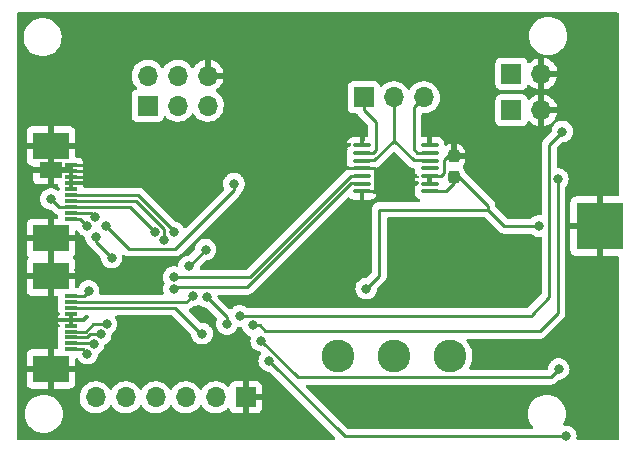
<source format=gbl>
G04 #@! TF.GenerationSoftware,KiCad,Pcbnew,(6.0.1)*
G04 #@! TF.CreationDate,2022-09-26T11:52:35-04:00*
G04 #@! TF.ProjectId,consolizer,636f6e73-6f6c-4697-9a65-722e6b696361,rev?*
G04 #@! TF.SameCoordinates,Original*
G04 #@! TF.FileFunction,Copper,L2,Bot*
G04 #@! TF.FilePolarity,Positive*
%FSLAX46Y46*%
G04 Gerber Fmt 4.6, Leading zero omitted, Abs format (unit mm)*
G04 Created by KiCad (PCBNEW (6.0.1)) date 2022-09-26 11:52:35*
%MOMM*%
%LPD*%
G01*
G04 APERTURE LIST*
G04 Aperture macros list*
%AMRoundRect*
0 Rectangle with rounded corners*
0 $1 Rounding radius*
0 $2 $3 $4 $5 $6 $7 $8 $9 X,Y pos of 4 corners*
0 Add a 4 corners polygon primitive as box body*
4,1,4,$2,$3,$4,$5,$6,$7,$8,$9,$2,$3,0*
0 Add four circle primitives for the rounded corners*
1,1,$1+$1,$2,$3*
1,1,$1+$1,$4,$5*
1,1,$1+$1,$6,$7*
1,1,$1+$1,$8,$9*
0 Add four rect primitives between the rounded corners*
20,1,$1+$1,$2,$3,$4,$5,0*
20,1,$1+$1,$4,$5,$6,$7,0*
20,1,$1+$1,$6,$7,$8,$9,0*
20,1,$1+$1,$8,$9,$2,$3,0*%
G04 Aperture macros list end*
G04 #@! TA.AperFunction,ComponentPad*
%ADD10R,1.700000X1.700000*%
G04 #@! TD*
G04 #@! TA.AperFunction,ComponentPad*
%ADD11O,1.700000X1.700000*%
G04 #@! TD*
G04 #@! TA.AperFunction,ConnectorPad*
%ADD12R,4.000000X4.000000*%
G04 #@! TD*
G04 #@! TA.AperFunction,SMDPad,CuDef*
%ADD13RoundRect,0.237500X-0.237500X0.287500X-0.237500X-0.287500X0.237500X-0.287500X0.237500X0.287500X0*%
G04 #@! TD*
G04 #@! TA.AperFunction,SMDPad,CuDef*
%ADD14R,1.100000X0.300000*%
G04 #@! TD*
G04 #@! TA.AperFunction,SMDPad,CuDef*
%ADD15R,1.987500X1.362500*%
G04 #@! TD*
G04 #@! TA.AperFunction,SMDPad,CuDef*
%ADD16R,3.100000X2.300000*%
G04 #@! TD*
G04 #@! TA.AperFunction,ComponentPad*
%ADD17C,2.775000*%
G04 #@! TD*
G04 #@! TA.AperFunction,SMDPad,CuDef*
%ADD18RoundRect,0.100000X-0.637500X-0.100000X0.637500X-0.100000X0.637500X0.100000X-0.637500X0.100000X0*%
G04 #@! TD*
G04 #@! TA.AperFunction,ViaPad*
%ADD19C,0.800000*%
G04 #@! TD*
G04 #@! TA.AperFunction,Conductor*
%ADD20C,0.250000*%
G04 #@! TD*
G04 APERTURE END LIST*
D10*
X203000000Y-75900000D03*
D11*
X205540000Y-75900000D03*
D10*
X172200000Y-78600000D03*
D11*
X172200000Y-76060000D03*
X174740000Y-78600000D03*
X174740000Y-76060000D03*
X177280000Y-78600000D03*
X177280000Y-76060000D03*
D10*
X180500000Y-103300000D03*
D11*
X177960000Y-103300000D03*
X175420000Y-103300000D03*
X172880000Y-103300000D03*
X170340000Y-103300000D03*
X167800000Y-103300000D03*
D12*
X210500000Y-88800000D03*
D10*
X190500000Y-77900000D03*
D11*
X193040000Y-77900000D03*
X195580000Y-77900000D03*
D10*
X203000000Y-79000000D03*
D11*
X205540000Y-79000000D03*
D13*
X198100000Y-82900000D03*
X198100000Y-84650000D03*
D14*
X165700000Y-88170000D03*
X165700000Y-87670000D03*
X165700000Y-87170000D03*
X165700000Y-86670000D03*
X165700000Y-86170000D03*
X165700000Y-85670000D03*
X165700000Y-85170000D03*
X165700000Y-84670000D03*
X165700000Y-84170000D03*
X165700000Y-83670000D03*
D15*
X163975000Y-84070000D03*
D16*
X164000000Y-82000000D03*
X164000000Y-89840000D03*
D14*
X165700000Y-99230000D03*
X165700000Y-98730000D03*
X165700000Y-98230000D03*
X165700000Y-97730000D03*
X165700000Y-97230000D03*
X165700000Y-96730000D03*
X165700000Y-96230000D03*
X165700000Y-95730000D03*
X165700000Y-95230000D03*
X165700000Y-94730000D03*
D16*
X164000000Y-100900000D03*
X164000000Y-93060000D03*
D17*
X188290000Y-99822000D03*
X197790000Y-99822000D03*
X193040000Y-99822000D03*
D18*
X190337500Y-85850000D03*
X190337500Y-85200000D03*
X190337500Y-84550000D03*
X190337500Y-83900000D03*
X190337500Y-83250000D03*
X190337500Y-82600000D03*
X190337500Y-81950000D03*
X196062500Y-81950000D03*
X196062500Y-82600000D03*
X196062500Y-83250000D03*
X196062500Y-83900000D03*
X196062500Y-84550000D03*
X196062500Y-85200000D03*
X196062500Y-85850000D03*
D19*
X203400000Y-104600000D03*
X166400000Y-92500000D03*
X203600000Y-72600000D03*
X166100000Y-104700000D03*
X170600000Y-84600000D03*
X180700000Y-90900000D03*
X166000000Y-72700000D03*
X205300000Y-88800000D03*
X190700000Y-94100000D03*
X175700000Y-92200000D03*
X177200000Y-94800000D03*
X177100000Y-90800000D03*
X178900000Y-97100000D03*
X167100000Y-88800000D03*
X179500000Y-85200000D03*
X168700000Y-88800000D03*
X167700000Y-88000000D03*
X164000000Y-86500000D03*
X172800000Y-89300000D03*
X173600000Y-90000000D03*
X174400000Y-89300000D03*
X181100000Y-97200000D03*
X206925000Y-84800000D03*
X180000000Y-96400000D03*
X207300000Y-80800000D03*
X181800000Y-98500000D03*
X207000000Y-100900000D03*
X182487347Y-100212653D03*
X207600000Y-106600000D03*
X168712552Y-97076965D03*
X168234063Y-97955061D03*
X167630000Y-98752000D03*
X167100000Y-99600000D03*
X169149998Y-91476899D03*
X167800000Y-89700000D03*
X174400000Y-93125000D03*
X174412651Y-94137654D03*
X176800000Y-97900000D03*
X176000000Y-94700000D03*
X167200000Y-94300000D03*
D20*
X196019400Y-84560400D02*
X197006000Y-84560400D01*
X191367200Y-85855800D02*
X191442201Y-85780799D01*
X197299990Y-84266410D02*
X197299990Y-83225010D01*
X191442201Y-85780799D02*
X191442201Y-83975001D01*
X196000000Y-81497000D02*
X196000000Y-81100000D01*
X196019400Y-81944200D02*
X196019400Y-81516400D01*
X191442201Y-85442201D02*
X191600000Y-85600000D01*
X196019400Y-85195400D02*
X196019400Y-84560400D01*
X190400000Y-81497000D02*
X190400000Y-81100000D01*
X190380600Y-83900000D02*
X189394000Y-83900000D01*
X191600000Y-85600000D02*
X191600000Y-84100000D01*
X196019400Y-81516400D02*
X196000000Y-81497000D01*
X165700000Y-83670000D02*
X165700000Y-85670000D01*
X190380600Y-81516400D02*
X190400000Y-81497000D01*
X190380600Y-85855800D02*
X191367200Y-85855800D01*
X191367200Y-83900000D02*
X190380600Y-83900000D01*
X197299990Y-83225010D02*
X197625000Y-82900000D01*
X165700000Y-97230000D02*
X165700000Y-96230000D01*
X190380600Y-81944200D02*
X190380600Y-81516400D01*
X191442201Y-83975001D02*
X191442201Y-85442201D01*
X191442201Y-83975001D02*
X191367200Y-83900000D01*
X197625000Y-82900000D02*
X198100000Y-82900000D01*
X189394000Y-83900000D02*
X188400000Y-83900000D01*
X197006000Y-84560400D02*
X197299990Y-84266410D01*
X191800000Y-93000000D02*
X191800000Y-87400000D01*
X198100000Y-84650000D02*
X198100000Y-85175000D01*
X198100000Y-85175000D02*
X197419200Y-85855800D01*
X198100000Y-84650000D02*
X198575000Y-84650000D01*
X197006000Y-85855800D02*
X196019400Y-85855800D01*
X201000000Y-87075000D02*
X201000000Y-87400000D01*
X197419200Y-85855800D02*
X197006000Y-85855800D01*
X191800000Y-87400000D02*
X201000000Y-87400000D01*
X201000000Y-87400000D02*
X202400000Y-88800000D01*
X198575000Y-84650000D02*
X201000000Y-87075000D01*
X190700000Y-94100000D02*
X191800000Y-93000000D01*
X202400000Y-88800000D02*
X205300000Y-88800000D01*
X178900000Y-96500000D02*
X177200000Y-94800000D01*
X178900000Y-97100000D02*
X178900000Y-96500000D01*
X175700000Y-92200000D02*
X177100000Y-90800000D01*
X174540684Y-90725001D02*
X170625001Y-90725001D01*
X179500000Y-85765685D02*
X174540684Y-90725001D01*
X170625001Y-90725001D02*
X168700000Y-88800000D01*
X166470000Y-88170000D02*
X167100000Y-88800000D01*
X165700000Y-88170000D02*
X166470000Y-88170000D01*
X179500000Y-85200000D02*
X179500000Y-85765685D01*
X167370000Y-87670000D02*
X167700000Y-88000000D01*
X165700000Y-87670000D02*
X167370000Y-87670000D01*
X164670000Y-87170000D02*
X165700000Y-87170000D01*
X165700000Y-87170000D02*
X170670000Y-87170000D01*
X164000000Y-86500000D02*
X164670000Y-87170000D01*
X170670000Y-87170000D02*
X172800000Y-89300000D01*
X171243002Y-86670000D02*
X173600000Y-89026998D01*
X173600000Y-89026998D02*
X173600000Y-90000000D01*
X165700000Y-86670000D02*
X171243002Y-86670000D01*
X171379412Y-86170000D02*
X174400000Y-89190588D01*
X165700000Y-86170000D02*
X171379412Y-86170000D01*
X174400000Y-89190588D02*
X174400000Y-89300000D01*
X182700000Y-97700000D02*
X205400000Y-97700000D01*
X181665685Y-97200000D02*
X182165685Y-97700000D01*
X182165685Y-97700000D02*
X182700000Y-97700000D01*
X181100000Y-97200000D02*
X181665685Y-97200000D01*
X182400000Y-97700000D02*
X182700000Y-97700000D01*
X205400000Y-97700000D02*
X206900000Y-96200000D01*
X206900000Y-96200000D02*
X206925000Y-84800000D01*
X204700000Y-96400000D02*
X204700000Y-96300000D01*
X204700000Y-96300000D02*
X206200000Y-94800000D01*
X206200000Y-94800000D02*
X206200000Y-81900000D01*
X206200000Y-81900000D02*
X207300000Y-80800000D01*
X180000000Y-96400000D02*
X204700000Y-96400000D01*
X206307499Y-101592501D02*
X207000000Y-100900000D01*
X184892501Y-101592501D02*
X206307499Y-101592501D01*
X181800000Y-98500000D02*
X184892501Y-101592501D01*
X188874694Y-106600000D02*
X207600000Y-106600000D01*
X182487347Y-100212653D02*
X188874694Y-106600000D01*
X166942588Y-97730000D02*
X167595623Y-97076965D01*
X165700000Y-97730000D02*
X166942588Y-97730000D01*
X167595623Y-97076965D02*
X168712552Y-97076965D01*
X167353937Y-97955061D02*
X168234063Y-97955061D01*
X165700000Y-98230000D02*
X167078998Y-98230000D01*
X167078998Y-98230000D02*
X167353937Y-97955061D01*
X167608000Y-98730000D02*
X167630000Y-98752000D01*
X165700000Y-98730000D02*
X167608000Y-98730000D01*
X166730000Y-99230000D02*
X167100000Y-99600000D01*
X165700000Y-99230000D02*
X166730000Y-99230000D01*
X190500000Y-79000000D02*
X191500000Y-80000000D01*
X190500000Y-77900000D02*
X190500000Y-77699022D01*
X191500000Y-82400000D02*
X191295400Y-82604600D01*
X191500000Y-80000000D02*
X191500000Y-82400000D01*
X191295400Y-82604600D02*
X190380600Y-82604600D01*
X190500000Y-77900000D02*
X190500000Y-79000000D01*
X193040000Y-77900000D02*
X193000000Y-77860000D01*
X191367200Y-83239600D02*
X190380600Y-83239600D01*
X193040000Y-81566800D02*
X191367200Y-83239600D01*
X193040000Y-77900000D02*
X193040000Y-81566800D01*
X196019400Y-83239600D02*
X194712800Y-83239600D01*
X194712800Y-83239600D02*
X193040000Y-81566800D01*
X195580000Y-77900000D02*
X194730001Y-78749999D01*
X195032800Y-82604600D02*
X196019400Y-82604600D01*
X194730001Y-78749999D02*
X194730001Y-82301801D01*
X194730001Y-82301801D02*
X195032800Y-82604600D01*
X167800000Y-90126901D02*
X169149998Y-91476899D01*
X167800000Y-89700000D02*
X167800000Y-90126901D01*
X189394000Y-84560400D02*
X180829400Y-93125000D01*
X180829400Y-93125000D02*
X174400000Y-93125000D01*
X190380600Y-84560400D02*
X189394000Y-84560400D01*
X180615811Y-93974999D02*
X174575306Y-93974999D01*
X190380600Y-85195400D02*
X189395410Y-85195400D01*
X189395410Y-85195400D02*
X180615811Y-93974999D01*
X174575306Y-93974999D02*
X174412651Y-94137654D01*
X176700000Y-97900000D02*
X176800000Y-97900000D01*
X174530000Y-95730000D02*
X176700000Y-97900000D01*
X165700000Y-95730000D02*
X174530000Y-95730000D01*
X175470000Y-95230000D02*
X176000000Y-94700000D01*
X165700000Y-95230000D02*
X175470000Y-95230000D01*
X165700000Y-94730000D02*
X166770000Y-94730000D01*
X166770000Y-94730000D02*
X167200000Y-94300000D01*
G04 #@! TA.AperFunction,Conductor*
G36*
X212034121Y-70728002D02*
G01*
X212080614Y-70781658D01*
X212092000Y-70834000D01*
X212092000Y-86166000D01*
X212071998Y-86234121D01*
X212018342Y-86280614D01*
X211966000Y-86292000D01*
X210772115Y-86292000D01*
X210756876Y-86296475D01*
X210755671Y-86297865D01*
X210754000Y-86305548D01*
X210754000Y-91289884D01*
X210758475Y-91305123D01*
X210759865Y-91306328D01*
X210767548Y-91307999D01*
X211966000Y-91307999D01*
X212034121Y-91328001D01*
X212080614Y-91381657D01*
X212092000Y-91433999D01*
X212092000Y-106766000D01*
X212071998Y-106834121D01*
X212018342Y-106880614D01*
X211966000Y-106892000D01*
X208622751Y-106892000D01*
X208554630Y-106871998D01*
X208508137Y-106818342D01*
X208497441Y-106752829D01*
X208512814Y-106606564D01*
X208513504Y-106600000D01*
X208493542Y-106410072D01*
X208434527Y-106228444D01*
X208339040Y-106063056D01*
X208289387Y-106007910D01*
X208215675Y-105926045D01*
X208215674Y-105926044D01*
X208211253Y-105921134D01*
X208112157Y-105849136D01*
X208062094Y-105812763D01*
X208062093Y-105812762D01*
X208056752Y-105808882D01*
X208050724Y-105806198D01*
X208050722Y-105806197D01*
X207888319Y-105733891D01*
X207888318Y-105733891D01*
X207882288Y-105731206D01*
X207788887Y-105711353D01*
X207701944Y-105692872D01*
X207701939Y-105692872D01*
X207695487Y-105691500D01*
X207504513Y-105691500D01*
X207504513Y-105688586D01*
X207447217Y-105678126D01*
X207395355Y-105629640D01*
X207377939Y-105560813D01*
X207396416Y-105499736D01*
X207435027Y-105436728D01*
X207435030Y-105436721D01*
X207437616Y-105432502D01*
X207534505Y-105198591D01*
X207593609Y-104952403D01*
X207613474Y-104700000D01*
X207593609Y-104447597D01*
X207534505Y-104201409D01*
X207532611Y-104196836D01*
X207439511Y-103972072D01*
X207439509Y-103972068D01*
X207437616Y-103967498D01*
X207305328Y-103751624D01*
X207140898Y-103559102D01*
X206948376Y-103394672D01*
X206732502Y-103262384D01*
X206727932Y-103260491D01*
X206727928Y-103260489D01*
X206503164Y-103167389D01*
X206503162Y-103167388D01*
X206498591Y-103165495D01*
X206413968Y-103145179D01*
X206257216Y-103107546D01*
X206257210Y-103107545D01*
X206252403Y-103106391D01*
X206152584Y-103098535D01*
X206065655Y-103091693D01*
X206065648Y-103091693D01*
X206063199Y-103091500D01*
X205936801Y-103091500D01*
X205934352Y-103091693D01*
X205934345Y-103091693D01*
X205847416Y-103098535D01*
X205747597Y-103106391D01*
X205742790Y-103107545D01*
X205742784Y-103107546D01*
X205586032Y-103145179D01*
X205501409Y-103165495D01*
X205496838Y-103167388D01*
X205496836Y-103167389D01*
X205272072Y-103260489D01*
X205272068Y-103260491D01*
X205267498Y-103262384D01*
X205051624Y-103394672D01*
X204859102Y-103559102D01*
X204694672Y-103751624D01*
X204562384Y-103967498D01*
X204560491Y-103972068D01*
X204560489Y-103972072D01*
X204467389Y-104196836D01*
X204465495Y-104201409D01*
X204406391Y-104447597D01*
X204386526Y-104700000D01*
X204406391Y-104952403D01*
X204465495Y-105198591D01*
X204562384Y-105432502D01*
X204694672Y-105648376D01*
X204697879Y-105652131D01*
X204697882Y-105652135D01*
X204788872Y-105758669D01*
X204817903Y-105823459D01*
X204807298Y-105893659D01*
X204760424Y-105946981D01*
X204693061Y-105966500D01*
X189189288Y-105966500D01*
X189121167Y-105946498D01*
X189100193Y-105929595D01*
X185611695Y-102441096D01*
X185577669Y-102378784D01*
X185582734Y-102307968D01*
X185625281Y-102251133D01*
X185691801Y-102226322D01*
X185700790Y-102226001D01*
X206228732Y-102226001D01*
X206239915Y-102226528D01*
X206247408Y-102228203D01*
X206255334Y-102227954D01*
X206255335Y-102227954D01*
X206315485Y-102226063D01*
X206319444Y-102226001D01*
X206347355Y-102226001D01*
X206351290Y-102225504D01*
X206351355Y-102225496D01*
X206363192Y-102224563D01*
X206395450Y-102223549D01*
X206399469Y-102223423D01*
X206407388Y-102223174D01*
X206426842Y-102217522D01*
X206446199Y-102213514D01*
X206458429Y-102211969D01*
X206458430Y-102211969D01*
X206466296Y-102210975D01*
X206473667Y-102208056D01*
X206473669Y-102208056D01*
X206507411Y-102194697D01*
X206518641Y-102190852D01*
X206553482Y-102180730D01*
X206553483Y-102180730D01*
X206561092Y-102178519D01*
X206567911Y-102174486D01*
X206567916Y-102174484D01*
X206578527Y-102168208D01*
X206596275Y-102159513D01*
X206615116Y-102152053D01*
X206650886Y-102126065D01*
X206660806Y-102119549D01*
X206692034Y-102101081D01*
X206692037Y-102101079D01*
X206698861Y-102097043D01*
X206713182Y-102082722D01*
X206728216Y-102069881D01*
X206738193Y-102062632D01*
X206744606Y-102057973D01*
X206772797Y-102023896D01*
X206780787Y-102015117D01*
X206950499Y-101845405D01*
X207012811Y-101811379D01*
X207039594Y-101808500D01*
X207095487Y-101808500D01*
X207101939Y-101807128D01*
X207101944Y-101807128D01*
X207188888Y-101788647D01*
X207282288Y-101768794D01*
X207288319Y-101766109D01*
X207450722Y-101693803D01*
X207450724Y-101693802D01*
X207456752Y-101691118D01*
X207611253Y-101578866D01*
X207739040Y-101436944D01*
X207834527Y-101271556D01*
X207893542Y-101089928D01*
X207894434Y-101081447D01*
X207912814Y-100906565D01*
X207913504Y-100900000D01*
X207907846Y-100846171D01*
X207894232Y-100716635D01*
X207894232Y-100716633D01*
X207893542Y-100710072D01*
X207834527Y-100528444D01*
X207739040Y-100363056D01*
X207681313Y-100298943D01*
X207615675Y-100226045D01*
X207615674Y-100226044D01*
X207611253Y-100221134D01*
X207456752Y-100108882D01*
X207450724Y-100106198D01*
X207450722Y-100106197D01*
X207288319Y-100033891D01*
X207288318Y-100033891D01*
X207282288Y-100031206D01*
X207188888Y-100011353D01*
X207101944Y-99992872D01*
X207101939Y-99992872D01*
X207095487Y-99991500D01*
X206904513Y-99991500D01*
X206898061Y-99992872D01*
X206898056Y-99992872D01*
X206811113Y-100011353D01*
X206717712Y-100031206D01*
X206711682Y-100033891D01*
X206711681Y-100033891D01*
X206549278Y-100106197D01*
X206549276Y-100106198D01*
X206543248Y-100108882D01*
X206388747Y-100221134D01*
X206384326Y-100226044D01*
X206384325Y-100226045D01*
X206318688Y-100298943D01*
X206260960Y-100363056D01*
X206165473Y-100528444D01*
X206106458Y-100710072D01*
X206105768Y-100716633D01*
X206105768Y-100716635D01*
X206092154Y-100846171D01*
X206065141Y-100911828D01*
X206006920Y-100952458D01*
X205966844Y-100959001D01*
X199542596Y-100959001D01*
X199474475Y-100938999D01*
X199427982Y-100885343D01*
X199417878Y-100815069D01*
X199435684Y-100766324D01*
X199467542Y-100715242D01*
X199467542Y-100715241D01*
X199469900Y-100711461D01*
X199578467Y-100465888D01*
X199651349Y-100207467D01*
X199664951Y-100106197D01*
X199686665Y-99944537D01*
X199686666Y-99944529D01*
X199687092Y-99941355D01*
X199688753Y-99888500D01*
X199690742Y-99825222D01*
X199690742Y-99825217D01*
X199690843Y-99822000D01*
X199671880Y-99554169D01*
X199656377Y-99482158D01*
X199616304Y-99296029D01*
X199616304Y-99296027D01*
X199615368Y-99291682D01*
X199522435Y-99039776D01*
X199394935Y-98803477D01*
X199235412Y-98587501D01*
X199196421Y-98547892D01*
X199162886Y-98485316D01*
X199168507Y-98414542D01*
X199211498Y-98358042D01*
X199278211Y-98333754D01*
X199286213Y-98333500D01*
X205321233Y-98333500D01*
X205332416Y-98334027D01*
X205339909Y-98335702D01*
X205347835Y-98335453D01*
X205347836Y-98335453D01*
X205407986Y-98333562D01*
X205411945Y-98333500D01*
X205439856Y-98333500D01*
X205443791Y-98333003D01*
X205443856Y-98332995D01*
X205455693Y-98332062D01*
X205487951Y-98331048D01*
X205491970Y-98330922D01*
X205499889Y-98330673D01*
X205519343Y-98325021D01*
X205538700Y-98321013D01*
X205550930Y-98319468D01*
X205550931Y-98319468D01*
X205558797Y-98318474D01*
X205566168Y-98315555D01*
X205566170Y-98315555D01*
X205599912Y-98302196D01*
X205611142Y-98298351D01*
X205645983Y-98288229D01*
X205645984Y-98288229D01*
X205653593Y-98286018D01*
X205660412Y-98281985D01*
X205660417Y-98281983D01*
X205671028Y-98275707D01*
X205688776Y-98267012D01*
X205707617Y-98259552D01*
X205743387Y-98233564D01*
X205753307Y-98227048D01*
X205784535Y-98208580D01*
X205784538Y-98208578D01*
X205791362Y-98204542D01*
X205805683Y-98190221D01*
X205820717Y-98177380D01*
X205830694Y-98170131D01*
X205837107Y-98165472D01*
X205865298Y-98131395D01*
X205873288Y-98122616D01*
X207292350Y-96703554D01*
X207299878Y-96696718D01*
X207305938Y-96692891D01*
X207311375Y-96687126D01*
X207311378Y-96687124D01*
X207353262Y-96642717D01*
X207355828Y-96640076D01*
X207376134Y-96619770D01*
X207378562Y-96616640D01*
X207380208Y-96614773D01*
X207385995Y-96608013D01*
X207410322Y-96582221D01*
X207410323Y-96582219D01*
X207415762Y-96576453D01*
X207419596Y-96569516D01*
X207419599Y-96569511D01*
X207425967Y-96557987D01*
X207436688Y-96541704D01*
X207444756Y-96531303D01*
X207444757Y-96531301D01*
X207449613Y-96525041D01*
X207466848Y-96485214D01*
X207472187Y-96474348D01*
X207493178Y-96436361D01*
X207498469Y-96415939D01*
X207504802Y-96397508D01*
X207513181Y-96378145D01*
X207519967Y-96335298D01*
X207522440Y-96323425D01*
X207533323Y-96281419D01*
X207533369Y-96260313D01*
X207534919Y-96240893D01*
X207538219Y-96220057D01*
X207534138Y-96176873D01*
X207533579Y-96164749D01*
X207533663Y-96126705D01*
X207545246Y-90844669D01*
X207992001Y-90844669D01*
X207992371Y-90851490D01*
X207997895Y-90902352D01*
X208001521Y-90917604D01*
X208046676Y-91038054D01*
X208055214Y-91053649D01*
X208131715Y-91155724D01*
X208144276Y-91168285D01*
X208246351Y-91244786D01*
X208261946Y-91253324D01*
X208382394Y-91298478D01*
X208397649Y-91302105D01*
X208448514Y-91307631D01*
X208455328Y-91308000D01*
X210227885Y-91308000D01*
X210243124Y-91303525D01*
X210244329Y-91302135D01*
X210246000Y-91294452D01*
X210246000Y-89072115D01*
X210241525Y-89056876D01*
X210240135Y-89055671D01*
X210232452Y-89054000D01*
X208010116Y-89054000D01*
X207994877Y-89058475D01*
X207993672Y-89059865D01*
X207992001Y-89067548D01*
X207992001Y-90844669D01*
X207545246Y-90844669D01*
X207550327Y-88527885D01*
X207992000Y-88527885D01*
X207996475Y-88543124D01*
X207997865Y-88544329D01*
X208005548Y-88546000D01*
X210227885Y-88546000D01*
X210243124Y-88541525D01*
X210244329Y-88540135D01*
X210246000Y-88532452D01*
X210246000Y-86310116D01*
X210241525Y-86294877D01*
X210240135Y-86293672D01*
X210232452Y-86292001D01*
X208455331Y-86292001D01*
X208448510Y-86292371D01*
X208397648Y-86297895D01*
X208382396Y-86301521D01*
X208261946Y-86346676D01*
X208246351Y-86355214D01*
X208144276Y-86431715D01*
X208131715Y-86444276D01*
X208055214Y-86546351D01*
X208046676Y-86561946D01*
X208001522Y-86682394D01*
X207997895Y-86697649D01*
X207992369Y-86748514D01*
X207992000Y-86755328D01*
X207992000Y-88527885D01*
X207550327Y-88527885D01*
X207556958Y-85503960D01*
X207577110Y-85435884D01*
X207589322Y-85419927D01*
X207659621Y-85341852D01*
X207659622Y-85341851D01*
X207664040Y-85336944D01*
X207743105Y-85200000D01*
X207756223Y-85177279D01*
X207756224Y-85177278D01*
X207759527Y-85171556D01*
X207818542Y-84989928D01*
X207822795Y-84949469D01*
X207837814Y-84806565D01*
X207838504Y-84800000D01*
X207818542Y-84610072D01*
X207759527Y-84428444D01*
X207746797Y-84406394D01*
X207703868Y-84332040D01*
X207664040Y-84263056D01*
X207630741Y-84226073D01*
X207540675Y-84126045D01*
X207540674Y-84126044D01*
X207536253Y-84121134D01*
X207411264Y-84030324D01*
X207387094Y-84012763D01*
X207387093Y-84012762D01*
X207381752Y-84008882D01*
X207375724Y-84006198D01*
X207375722Y-84006197D01*
X207213319Y-83933891D01*
X207213318Y-83933891D01*
X207207288Y-83931206D01*
X207113887Y-83911353D01*
X207026944Y-83892872D01*
X207026939Y-83892872D01*
X207020487Y-83891500D01*
X206959500Y-83891500D01*
X206891379Y-83871498D01*
X206844886Y-83817842D01*
X206833500Y-83765500D01*
X206833500Y-82214595D01*
X206853502Y-82146474D01*
X206870405Y-82125499D01*
X207250501Y-81745404D01*
X207312813Y-81711379D01*
X207339596Y-81708500D01*
X207395487Y-81708500D01*
X207401939Y-81707128D01*
X207401944Y-81707128D01*
X207488888Y-81688647D01*
X207582288Y-81668794D01*
X207588319Y-81666109D01*
X207750722Y-81593803D01*
X207750724Y-81593802D01*
X207756752Y-81591118D01*
X207768983Y-81582232D01*
X207816203Y-81547924D01*
X207911253Y-81478866D01*
X207930355Y-81457651D01*
X208034621Y-81341852D01*
X208034622Y-81341851D01*
X208039040Y-81336944D01*
X208134527Y-81171556D01*
X208193542Y-80989928D01*
X208213504Y-80800000D01*
X208193542Y-80610072D01*
X208134527Y-80428444D01*
X208039040Y-80263056D01*
X207999050Y-80218642D01*
X207915675Y-80126045D01*
X207915674Y-80126044D01*
X207911253Y-80121134D01*
X207756752Y-80008882D01*
X207750724Y-80006198D01*
X207750722Y-80006197D01*
X207588319Y-79933891D01*
X207588318Y-79933891D01*
X207582288Y-79931206D01*
X207477959Y-79909030D01*
X207401944Y-79892872D01*
X207401939Y-79892872D01*
X207395487Y-79891500D01*
X207204513Y-79891500D01*
X207198061Y-79892872D01*
X207198056Y-79892872D01*
X207122041Y-79909030D01*
X207017712Y-79931206D01*
X207011682Y-79933891D01*
X207011681Y-79933891D01*
X206849278Y-80006197D01*
X206849276Y-80006198D01*
X206843248Y-80008882D01*
X206722371Y-80096705D01*
X206707272Y-80107675D01*
X206653506Y-80126859D01*
X206645271Y-80164398D01*
X206628430Y-80188123D01*
X206560960Y-80263056D01*
X206465473Y-80428444D01*
X206406458Y-80610072D01*
X206405768Y-80616633D01*
X206405768Y-80616635D01*
X206389093Y-80775292D01*
X206362080Y-80840949D01*
X206352879Y-80851217D01*
X206038824Y-81165271D01*
X205807742Y-81396353D01*
X205799463Y-81403887D01*
X205792982Y-81408000D01*
X205778703Y-81423206D01*
X205746357Y-81457651D01*
X205743602Y-81460493D01*
X205723865Y-81480230D01*
X205721385Y-81483427D01*
X205713682Y-81492447D01*
X205683414Y-81524679D01*
X205679595Y-81531625D01*
X205679593Y-81531628D01*
X205673652Y-81542434D01*
X205662801Y-81558953D01*
X205650386Y-81574959D01*
X205647241Y-81582228D01*
X205647238Y-81582232D01*
X205632826Y-81615537D01*
X205627609Y-81626187D01*
X205606305Y-81664940D01*
X205604334Y-81672615D01*
X205604334Y-81672616D01*
X205601267Y-81684562D01*
X205594863Y-81703266D01*
X205586819Y-81721855D01*
X205585580Y-81729678D01*
X205585577Y-81729688D01*
X205579901Y-81765524D01*
X205577495Y-81777144D01*
X205566500Y-81819970D01*
X205566500Y-81840224D01*
X205564949Y-81859934D01*
X205561780Y-81879943D01*
X205562526Y-81887835D01*
X205565941Y-81923961D01*
X205566500Y-81935819D01*
X205566500Y-87772252D01*
X205546498Y-87840373D01*
X205492842Y-87886866D01*
X205422568Y-87896970D01*
X205414306Y-87895499D01*
X205401951Y-87892873D01*
X205401942Y-87892872D01*
X205395487Y-87891500D01*
X205204513Y-87891500D01*
X205198061Y-87892872D01*
X205198056Y-87892872D01*
X205143461Y-87904477D01*
X205017712Y-87931206D01*
X205011682Y-87933891D01*
X205011681Y-87933891D01*
X204849278Y-88006197D01*
X204849276Y-88006198D01*
X204843248Y-88008882D01*
X204688747Y-88121134D01*
X204684332Y-88126037D01*
X204679420Y-88130460D01*
X204678295Y-88129211D01*
X204624986Y-88162051D01*
X204591800Y-88166500D01*
X202714594Y-88166500D01*
X202646473Y-88146498D01*
X202625503Y-88129599D01*
X201671129Y-87175224D01*
X201637105Y-87112914D01*
X201634288Y-87090091D01*
X201633562Y-87067003D01*
X201633500Y-87063043D01*
X201633500Y-87035144D01*
X201632996Y-87031153D01*
X201632063Y-87019311D01*
X201630923Y-86983036D01*
X201630674Y-86975111D01*
X201628462Y-86967497D01*
X201628461Y-86967492D01*
X201625023Y-86955659D01*
X201621012Y-86936295D01*
X201619467Y-86924064D01*
X201618474Y-86916203D01*
X201615557Y-86908836D01*
X201615556Y-86908831D01*
X201602198Y-86875092D01*
X201598354Y-86863865D01*
X201590669Y-86837415D01*
X201586018Y-86821407D01*
X201575707Y-86803972D01*
X201567012Y-86786224D01*
X201559552Y-86767383D01*
X201533564Y-86731613D01*
X201527048Y-86721693D01*
X201508580Y-86690465D01*
X201508578Y-86690462D01*
X201504542Y-86683638D01*
X201490221Y-86669317D01*
X201477380Y-86654283D01*
X201470131Y-86644306D01*
X201465472Y-86637893D01*
X201431395Y-86609702D01*
X201422616Y-86601712D01*
X199109290Y-84288385D01*
X199075264Y-84226073D01*
X199074174Y-84219264D01*
X199073419Y-84215766D01*
X199072707Y-84208907D01*
X199061771Y-84176126D01*
X199019972Y-84050841D01*
X199017654Y-84043893D01*
X198926116Y-83895969D01*
X198893859Y-83863769D01*
X198859780Y-83801488D01*
X198864782Y-83730668D01*
X198893704Y-83685578D01*
X198921363Y-83657871D01*
X198930375Y-83646460D01*
X199013912Y-83510937D01*
X199020056Y-83497759D01*
X199070315Y-83346234D01*
X199073181Y-83332868D01*
X199082672Y-83240230D01*
X199083000Y-83233815D01*
X199083000Y-83172115D01*
X199078525Y-83156876D01*
X199077135Y-83155671D01*
X199069452Y-83154000D01*
X197972000Y-83154000D01*
X197903879Y-83133998D01*
X197857386Y-83080342D01*
X197846000Y-83028000D01*
X197846000Y-82627885D01*
X198354000Y-82627885D01*
X198358475Y-82643124D01*
X198359865Y-82644329D01*
X198367548Y-82646000D01*
X199064885Y-82646000D01*
X199080124Y-82641525D01*
X199081329Y-82640135D01*
X199083000Y-82632452D01*
X199083000Y-82566234D01*
X199082663Y-82559718D01*
X199072925Y-82465868D01*
X199070032Y-82452472D01*
X199019512Y-82301047D01*
X199013347Y-82287885D01*
X198929574Y-82152508D01*
X198920540Y-82141110D01*
X198807871Y-82028637D01*
X198796460Y-82019625D01*
X198660937Y-81936088D01*
X198647759Y-81929944D01*
X198496234Y-81879685D01*
X198482868Y-81876819D01*
X198390230Y-81867328D01*
X198383815Y-81867000D01*
X198372115Y-81867000D01*
X198356876Y-81871475D01*
X198355671Y-81872865D01*
X198354000Y-81880548D01*
X198354000Y-82627885D01*
X197846000Y-82627885D01*
X197846000Y-81885115D01*
X197841525Y-81869876D01*
X197840135Y-81868671D01*
X197832452Y-81867000D01*
X197816234Y-81867000D01*
X197809718Y-81867337D01*
X197715868Y-81877075D01*
X197702472Y-81879968D01*
X197551047Y-81930488D01*
X197537883Y-81936654D01*
X197500302Y-81959910D01*
X197431850Y-81978748D01*
X197364080Y-81957587D01*
X197318509Y-81903146D01*
X197307999Y-81852766D01*
X197307999Y-81814277D01*
X197307461Y-81806065D01*
X197293428Y-81699467D01*
X197289190Y-81683652D01*
X197234247Y-81551007D01*
X197226059Y-81536824D01*
X197138656Y-81422920D01*
X197127080Y-81411344D01*
X197013176Y-81323941D01*
X196998993Y-81315753D01*
X196866350Y-81260810D01*
X196850532Y-81256572D01*
X196743934Y-81242538D01*
X196735725Y-81242000D01*
X196280615Y-81242000D01*
X196265376Y-81246475D01*
X196264171Y-81247865D01*
X196262500Y-81255548D01*
X196262500Y-81765500D01*
X196242498Y-81833621D01*
X196188842Y-81880114D01*
X196136501Y-81891500D01*
X196062501Y-81891500D01*
X195988499Y-81891501D01*
X195920380Y-81871499D01*
X195873887Y-81817844D01*
X195862500Y-81765501D01*
X195862500Y-81260116D01*
X195858025Y-81244877D01*
X195856635Y-81243672D01*
X195848952Y-81242001D01*
X195489501Y-81242001D01*
X195421380Y-81221999D01*
X195374887Y-81168343D01*
X195363501Y-81116001D01*
X195363501Y-79898134D01*
X201641500Y-79898134D01*
X201648255Y-79960316D01*
X201699385Y-80096705D01*
X201786739Y-80213261D01*
X201903295Y-80300615D01*
X202039684Y-80351745D01*
X202101866Y-80358500D01*
X203898134Y-80358500D01*
X203960316Y-80351745D01*
X204096705Y-80300615D01*
X204213261Y-80213261D01*
X204300615Y-80096705D01*
X204331407Y-80014568D01*
X204344798Y-79978848D01*
X204387440Y-79922084D01*
X204454001Y-79897384D01*
X204523350Y-79912592D01*
X204558017Y-79940580D01*
X204583218Y-79969673D01*
X204590580Y-79976883D01*
X204754434Y-80112916D01*
X204762881Y-80118831D01*
X204946756Y-80226279D01*
X204956042Y-80230729D01*
X205155001Y-80306703D01*
X205164899Y-80309579D01*
X205268250Y-80330606D01*
X205282299Y-80329410D01*
X205286000Y-80319065D01*
X205286000Y-80318517D01*
X205794000Y-80318517D01*
X205798064Y-80332359D01*
X205811478Y-80334393D01*
X205818184Y-80333534D01*
X205828262Y-80331392D01*
X206032255Y-80270191D01*
X206041842Y-80266433D01*
X206233095Y-80172739D01*
X206241945Y-80167464D01*
X206415328Y-80043792D01*
X206423200Y-80037139D01*
X206445850Y-80014568D01*
X206508221Y-79980652D01*
X206513103Y-79981010D01*
X206533431Y-79928798D01*
X206544270Y-79916489D01*
X206574057Y-79886805D01*
X206580730Y-79878965D01*
X206705003Y-79706020D01*
X206710313Y-79697183D01*
X206804670Y-79506267D01*
X206808469Y-79496672D01*
X206870377Y-79292910D01*
X206872555Y-79282837D01*
X206873986Y-79271962D01*
X206871775Y-79257778D01*
X206858617Y-79254000D01*
X205812115Y-79254000D01*
X205796876Y-79258475D01*
X205795671Y-79259865D01*
X205794000Y-79267548D01*
X205794000Y-80318517D01*
X205286000Y-80318517D01*
X205286000Y-78727885D01*
X205794000Y-78727885D01*
X205798475Y-78743124D01*
X205799865Y-78744329D01*
X205807548Y-78746000D01*
X206858344Y-78746000D01*
X206871875Y-78742027D01*
X206873180Y-78732947D01*
X206831214Y-78565875D01*
X206827894Y-78556124D01*
X206742972Y-78360814D01*
X206738105Y-78351739D01*
X206622426Y-78172926D01*
X206616136Y-78164757D01*
X206472806Y-78007240D01*
X206465273Y-78000215D01*
X206298139Y-77868222D01*
X206289552Y-77862517D01*
X206103117Y-77759599D01*
X206093705Y-77755369D01*
X205892959Y-77684280D01*
X205882988Y-77681646D01*
X205811837Y-77668972D01*
X205798540Y-77670432D01*
X205794000Y-77684989D01*
X205794000Y-78727885D01*
X205286000Y-78727885D01*
X205286000Y-77683102D01*
X205282082Y-77669758D01*
X205267806Y-77667771D01*
X205229324Y-77673660D01*
X205219288Y-77676051D01*
X205016868Y-77742212D01*
X205007359Y-77746209D01*
X204818463Y-77844542D01*
X204809738Y-77850036D01*
X204639433Y-77977905D01*
X204631726Y-77984748D01*
X204554478Y-78065584D01*
X204492954Y-78101014D01*
X204422042Y-78097557D01*
X204364255Y-78056311D01*
X204345402Y-78022763D01*
X204303767Y-77911703D01*
X204300615Y-77903295D01*
X204213261Y-77786739D01*
X204096705Y-77699385D01*
X203960316Y-77648255D01*
X203898134Y-77641500D01*
X202101866Y-77641500D01*
X202039684Y-77648255D01*
X201903295Y-77699385D01*
X201786739Y-77786739D01*
X201699385Y-77903295D01*
X201648255Y-78039684D01*
X201641500Y-78101866D01*
X201641500Y-79898134D01*
X195363501Y-79898134D01*
X195363501Y-79382251D01*
X195383503Y-79314130D01*
X195437159Y-79267637D01*
X195494117Y-79256336D01*
X195552443Y-79258475D01*
X195636673Y-79261564D01*
X195636677Y-79261564D01*
X195641837Y-79261753D01*
X195646957Y-79261097D01*
X195646959Y-79261097D01*
X195858288Y-79234025D01*
X195858289Y-79234025D01*
X195863416Y-79233368D01*
X195868366Y-79231883D01*
X196072429Y-79170661D01*
X196072434Y-79170659D01*
X196077384Y-79169174D01*
X196277994Y-79070896D01*
X196459860Y-78941173D01*
X196618096Y-78783489D01*
X196645035Y-78746000D01*
X196745435Y-78606277D01*
X196748453Y-78602077D01*
X196771165Y-78556124D01*
X196845136Y-78406453D01*
X196845137Y-78406451D01*
X196847430Y-78401811D01*
X196912370Y-78188069D01*
X196941529Y-77966590D01*
X196943156Y-77900000D01*
X196924852Y-77677361D01*
X196870431Y-77460702D01*
X196781354Y-77255840D01*
X196727708Y-77172916D01*
X196662822Y-77072617D01*
X196662820Y-77072614D01*
X196660014Y-77068277D01*
X196509670Y-76903051D01*
X196505619Y-76899852D01*
X196505615Y-76899848D01*
X196376823Y-76798134D01*
X201641500Y-76798134D01*
X201648255Y-76860316D01*
X201699385Y-76996705D01*
X201786739Y-77113261D01*
X201903295Y-77200615D01*
X202039684Y-77251745D01*
X202101866Y-77258500D01*
X203898134Y-77258500D01*
X203960316Y-77251745D01*
X204096705Y-77200615D01*
X204213261Y-77113261D01*
X204300615Y-76996705D01*
X204334293Y-76906870D01*
X204344798Y-76878848D01*
X204387440Y-76822084D01*
X204454001Y-76797384D01*
X204523350Y-76812592D01*
X204558017Y-76840580D01*
X204583218Y-76869673D01*
X204590580Y-76876883D01*
X204754434Y-77012916D01*
X204762881Y-77018831D01*
X204946756Y-77126279D01*
X204956042Y-77130729D01*
X205155001Y-77206703D01*
X205164899Y-77209579D01*
X205268250Y-77230606D01*
X205282299Y-77229410D01*
X205286000Y-77219065D01*
X205286000Y-77218517D01*
X205794000Y-77218517D01*
X205798064Y-77232359D01*
X205811478Y-77234393D01*
X205818184Y-77233534D01*
X205828262Y-77231392D01*
X206032255Y-77170191D01*
X206041842Y-77166433D01*
X206233095Y-77072739D01*
X206241945Y-77067464D01*
X206415328Y-76943792D01*
X206423200Y-76937139D01*
X206574052Y-76786812D01*
X206580730Y-76778965D01*
X206705003Y-76606020D01*
X206710313Y-76597183D01*
X206804670Y-76406267D01*
X206808469Y-76396672D01*
X206870377Y-76192910D01*
X206872555Y-76182837D01*
X206873986Y-76171962D01*
X206871775Y-76157778D01*
X206858617Y-76154000D01*
X205812115Y-76154000D01*
X205796876Y-76158475D01*
X205795671Y-76159865D01*
X205794000Y-76167548D01*
X205794000Y-77218517D01*
X205286000Y-77218517D01*
X205286000Y-75627885D01*
X205794000Y-75627885D01*
X205798475Y-75643124D01*
X205799865Y-75644329D01*
X205807548Y-75646000D01*
X206858344Y-75646000D01*
X206871875Y-75642027D01*
X206873180Y-75632947D01*
X206831214Y-75465875D01*
X206827894Y-75456124D01*
X206742972Y-75260814D01*
X206738105Y-75251739D01*
X206622426Y-75072926D01*
X206616136Y-75064757D01*
X206472806Y-74907240D01*
X206465273Y-74900215D01*
X206298139Y-74768222D01*
X206289552Y-74762517D01*
X206103117Y-74659599D01*
X206093705Y-74655369D01*
X205892959Y-74584280D01*
X205882988Y-74581646D01*
X205811837Y-74568972D01*
X205798540Y-74570432D01*
X205794000Y-74584989D01*
X205794000Y-75627885D01*
X205286000Y-75627885D01*
X205286000Y-74583102D01*
X205282082Y-74569758D01*
X205267806Y-74567771D01*
X205229324Y-74573660D01*
X205219288Y-74576051D01*
X205016868Y-74642212D01*
X205007359Y-74646209D01*
X204818463Y-74744542D01*
X204809738Y-74750036D01*
X204639433Y-74877905D01*
X204631726Y-74884748D01*
X204554478Y-74965584D01*
X204492954Y-75001014D01*
X204422042Y-74997557D01*
X204364255Y-74956311D01*
X204345402Y-74922763D01*
X204303767Y-74811703D01*
X204300615Y-74803295D01*
X204213261Y-74686739D01*
X204096705Y-74599385D01*
X203960316Y-74548255D01*
X203898134Y-74541500D01*
X202101866Y-74541500D01*
X202039684Y-74548255D01*
X201903295Y-74599385D01*
X201786739Y-74686739D01*
X201699385Y-74803295D01*
X201648255Y-74939684D01*
X201641500Y-75001866D01*
X201641500Y-76798134D01*
X196376823Y-76798134D01*
X196338414Y-76767800D01*
X196338410Y-76767798D01*
X196334359Y-76764598D01*
X196329793Y-76762077D01*
X196231152Y-76707625D01*
X196138789Y-76656638D01*
X196133920Y-76654914D01*
X196133916Y-76654912D01*
X195933087Y-76583795D01*
X195933083Y-76583794D01*
X195928212Y-76582069D01*
X195923119Y-76581162D01*
X195923116Y-76581161D01*
X195713373Y-76543800D01*
X195713367Y-76543799D01*
X195708284Y-76542894D01*
X195634452Y-76541992D01*
X195490081Y-76540228D01*
X195490079Y-76540228D01*
X195484911Y-76540165D01*
X195264091Y-76573955D01*
X195051756Y-76643357D01*
X195021443Y-76659137D01*
X194928299Y-76707625D01*
X194853607Y-76746507D01*
X194849474Y-76749610D01*
X194849471Y-76749612D01*
X194689565Y-76869673D01*
X194674965Y-76880635D01*
X194671393Y-76884373D01*
X194525310Y-77037240D01*
X194520629Y-77042138D01*
X194413201Y-77199621D01*
X194358293Y-77244621D01*
X194287768Y-77252792D01*
X194224021Y-77221538D01*
X194203324Y-77197054D01*
X194122822Y-77072617D01*
X194122820Y-77072614D01*
X194120014Y-77068277D01*
X193969670Y-76903051D01*
X193965619Y-76899852D01*
X193965615Y-76899848D01*
X193798414Y-76767800D01*
X193798410Y-76767798D01*
X193794359Y-76764598D01*
X193789793Y-76762077D01*
X193691152Y-76707625D01*
X193598789Y-76656638D01*
X193593920Y-76654914D01*
X193593916Y-76654912D01*
X193393087Y-76583795D01*
X193393083Y-76583794D01*
X193388212Y-76582069D01*
X193383119Y-76581162D01*
X193383116Y-76581161D01*
X193173373Y-76543800D01*
X193173367Y-76543799D01*
X193168284Y-76542894D01*
X193094452Y-76541992D01*
X192950081Y-76540228D01*
X192950079Y-76540228D01*
X192944911Y-76540165D01*
X192724091Y-76573955D01*
X192511756Y-76643357D01*
X192481443Y-76659137D01*
X192388299Y-76707625D01*
X192313607Y-76746507D01*
X192309474Y-76749610D01*
X192309471Y-76749612D01*
X192149565Y-76869673D01*
X192134965Y-76880635D01*
X192074901Y-76943489D01*
X192054283Y-76965064D01*
X191992759Y-77000494D01*
X191921846Y-76997037D01*
X191864060Y-76955791D01*
X191845207Y-76922243D01*
X191803767Y-76811703D01*
X191800615Y-76803295D01*
X191713261Y-76686739D01*
X191596705Y-76599385D01*
X191460316Y-76548255D01*
X191398134Y-76541500D01*
X189601866Y-76541500D01*
X189539684Y-76548255D01*
X189403295Y-76599385D01*
X189286739Y-76686739D01*
X189199385Y-76803295D01*
X189148255Y-76939684D01*
X189141500Y-77001866D01*
X189141500Y-78798134D01*
X189148255Y-78860316D01*
X189199385Y-78996705D01*
X189286739Y-79113261D01*
X189403295Y-79200615D01*
X189539684Y-79251745D01*
X189601866Y-79258500D01*
X189840562Y-79258500D01*
X189908683Y-79278502D01*
X189942499Y-79310440D01*
X189966436Y-79343387D01*
X189972952Y-79353307D01*
X189990070Y-79382251D01*
X189995458Y-79391362D01*
X190009779Y-79405683D01*
X190022619Y-79420716D01*
X190034528Y-79437107D01*
X190040634Y-79442158D01*
X190068605Y-79465298D01*
X190077384Y-79473288D01*
X190829595Y-80225499D01*
X190863621Y-80287811D01*
X190866500Y-80314594D01*
X190866500Y-81116000D01*
X190846498Y-81184121D01*
X190792842Y-81230614D01*
X190740500Y-81242000D01*
X190555615Y-81242000D01*
X190540376Y-81246475D01*
X190539171Y-81247865D01*
X190537500Y-81255548D01*
X190537500Y-81765500D01*
X190517498Y-81833621D01*
X190463842Y-81880114D01*
X190411500Y-81891500D01*
X190260128Y-81891500D01*
X190192007Y-81871498D01*
X190145514Y-81817842D01*
X190135410Y-81747568D01*
X190137008Y-81738715D01*
X190137500Y-81736453D01*
X190137500Y-81260116D01*
X190133025Y-81244877D01*
X190131635Y-81243672D01*
X190123952Y-81242001D01*
X189664277Y-81242001D01*
X189656065Y-81242539D01*
X189549467Y-81256572D01*
X189533652Y-81260810D01*
X189401007Y-81315753D01*
X189386824Y-81323941D01*
X189272920Y-81411344D01*
X189261344Y-81422920D01*
X189173941Y-81536824D01*
X189165753Y-81551007D01*
X189110811Y-81683649D01*
X189106572Y-81699469D01*
X189102284Y-81732040D01*
X189104495Y-81746222D01*
X189117652Y-81750000D01*
X189306663Y-81750000D01*
X189374784Y-81770002D01*
X189421277Y-81823658D01*
X189431381Y-81893932D01*
X189401887Y-81958512D01*
X189383368Y-81975962D01*
X189314722Y-82028637D01*
X189266013Y-82066013D01*
X189260987Y-82072563D01*
X189239393Y-82100705D01*
X189182054Y-82142572D01*
X189139431Y-82150000D01*
X189118035Y-82150000D01*
X189104264Y-82154044D01*
X189102235Y-82167583D01*
X189106572Y-82200533D01*
X189110810Y-82216348D01*
X189114860Y-82226126D01*
X189122450Y-82296715D01*
X189114861Y-82322564D01*
X189107162Y-82341150D01*
X189091500Y-82460115D01*
X189091501Y-82739884D01*
X189107162Y-82858850D01*
X189110322Y-82866478D01*
X189114589Y-82876780D01*
X189122179Y-82947370D01*
X189114590Y-82973218D01*
X189107162Y-82991150D01*
X189091500Y-83110115D01*
X189091501Y-83389884D01*
X189092039Y-83393969D01*
X189092039Y-83393973D01*
X189102311Y-83472000D01*
X189107162Y-83508850D01*
X189114860Y-83527434D01*
X189122450Y-83598023D01*
X189114860Y-83623874D01*
X189110811Y-83633649D01*
X189106572Y-83649469D01*
X189102284Y-83682040D01*
X189104495Y-83696222D01*
X189117652Y-83700000D01*
X189139431Y-83700000D01*
X189207552Y-83720002D01*
X189239390Y-83749292D01*
X189250179Y-83763351D01*
X189275782Y-83829569D01*
X189261520Y-83899119D01*
X189211921Y-83949917D01*
X189196623Y-83957201D01*
X189194085Y-83958206D01*
X189182885Y-83962041D01*
X189140406Y-83974382D01*
X189133587Y-83978415D01*
X189133582Y-83978417D01*
X189122971Y-83984693D01*
X189105221Y-83993390D01*
X189086383Y-84000848D01*
X189079967Y-84005509D01*
X189079966Y-84005510D01*
X189050625Y-84026828D01*
X189040701Y-84033347D01*
X189009460Y-84051822D01*
X189009455Y-84051826D01*
X189002637Y-84055858D01*
X188988313Y-84070182D01*
X188973281Y-84083021D01*
X188956893Y-84094928D01*
X188931151Y-84126045D01*
X188928712Y-84128993D01*
X188920722Y-84137773D01*
X180603900Y-92454595D01*
X180541588Y-92488621D01*
X180514805Y-92491500D01*
X176722804Y-92491500D01*
X176654683Y-92471498D01*
X176608190Y-92417842D01*
X176597494Y-92352330D01*
X176610907Y-92224708D01*
X176637920Y-92159051D01*
X176647122Y-92148782D01*
X177050501Y-91745404D01*
X177112813Y-91711379D01*
X177139596Y-91708500D01*
X177195487Y-91708500D01*
X177201939Y-91707128D01*
X177201944Y-91707128D01*
X177288888Y-91688647D01*
X177382288Y-91668794D01*
X177401447Y-91660264D01*
X177550722Y-91593803D01*
X177550724Y-91593802D01*
X177556752Y-91591118D01*
X177711253Y-91478866D01*
X177727364Y-91460973D01*
X177834621Y-91341852D01*
X177834622Y-91341851D01*
X177839040Y-91336944D01*
X177934527Y-91171556D01*
X177993542Y-90989928D01*
X178001144Y-90917604D01*
X178012814Y-90806565D01*
X178013504Y-90800000D01*
X177993542Y-90610072D01*
X177934527Y-90428444D01*
X177839040Y-90263056D01*
X177711253Y-90121134D01*
X177556752Y-90008882D01*
X177550724Y-90006198D01*
X177550722Y-90006197D01*
X177388319Y-89933891D01*
X177388318Y-89933891D01*
X177382288Y-89931206D01*
X177288888Y-89911353D01*
X177201944Y-89892872D01*
X177201939Y-89892872D01*
X177195487Y-89891500D01*
X177004513Y-89891500D01*
X176998061Y-89892872D01*
X176998056Y-89892872D01*
X176911112Y-89911353D01*
X176817712Y-89931206D01*
X176811682Y-89933891D01*
X176811681Y-89933891D01*
X176649278Y-90006197D01*
X176649276Y-90006198D01*
X176643248Y-90008882D01*
X176488747Y-90121134D01*
X176360960Y-90263056D01*
X176265473Y-90428444D01*
X176206458Y-90610072D01*
X176205768Y-90616633D01*
X176205768Y-90616635D01*
X176189093Y-90775292D01*
X176162080Y-90840949D01*
X176152878Y-90851218D01*
X175749499Y-91254596D01*
X175687187Y-91288621D01*
X175660404Y-91291500D01*
X175604513Y-91291500D01*
X175598061Y-91292872D01*
X175598056Y-91292872D01*
X175526887Y-91308000D01*
X175417712Y-91331206D01*
X175411682Y-91333891D01*
X175411681Y-91333891D01*
X175249278Y-91406197D01*
X175249276Y-91406198D01*
X175243248Y-91408882D01*
X175237907Y-91412762D01*
X175237906Y-91412763D01*
X175187843Y-91449136D01*
X175088747Y-91521134D01*
X175084326Y-91526044D01*
X175084325Y-91526045D01*
X175023316Y-91593803D01*
X174960960Y-91663056D01*
X174955158Y-91673105D01*
X174877480Y-91807648D01*
X174865473Y-91828444D01*
X174806458Y-92010072D01*
X174805768Y-92016633D01*
X174805768Y-92016635D01*
X174793068Y-92137472D01*
X174766055Y-92203129D01*
X174707833Y-92243759D01*
X174641561Y-92247549D01*
X174501944Y-92217872D01*
X174501939Y-92217872D01*
X174495487Y-92216500D01*
X174304513Y-92216500D01*
X174298061Y-92217872D01*
X174298056Y-92217872D01*
X174211113Y-92236353D01*
X174117712Y-92256206D01*
X174111682Y-92258891D01*
X174111681Y-92258891D01*
X173949278Y-92331197D01*
X173949276Y-92331198D01*
X173943248Y-92333882D01*
X173937907Y-92337762D01*
X173937906Y-92337763D01*
X173887843Y-92374136D01*
X173788747Y-92446134D01*
X173784326Y-92451044D01*
X173784325Y-92451045D01*
X173750492Y-92488621D01*
X173660960Y-92588056D01*
X173565473Y-92753444D01*
X173506458Y-92935072D01*
X173505768Y-92941633D01*
X173505768Y-92941635D01*
X173502774Y-92970125D01*
X173486496Y-93125000D01*
X173487186Y-93131565D01*
X173502136Y-93273802D01*
X173506458Y-93314928D01*
X173565473Y-93496556D01*
X173613237Y-93579285D01*
X173629974Y-93648278D01*
X173613237Y-93705281D01*
X173578124Y-93766098D01*
X173519109Y-93947726D01*
X173518419Y-93954287D01*
X173518419Y-93954289D01*
X173513842Y-93997842D01*
X173499147Y-94137654D01*
X173499837Y-94144219D01*
X173514462Y-94283365D01*
X173519109Y-94327582D01*
X173521149Y-94333860D01*
X173552895Y-94431564D01*
X173554923Y-94502531D01*
X173518260Y-94563329D01*
X173454548Y-94594655D01*
X173433062Y-94596500D01*
X168222278Y-94596500D01*
X168154157Y-94576498D01*
X168107664Y-94522842D01*
X168096968Y-94457329D01*
X168097489Y-94452379D01*
X168113504Y-94300000D01*
X168111756Y-94283365D01*
X168094232Y-94116635D01*
X168094232Y-94116633D01*
X168093542Y-94110072D01*
X168034527Y-93928444D01*
X167939040Y-93763056D01*
X167811253Y-93621134D01*
X167656752Y-93508882D01*
X167650724Y-93506198D01*
X167650722Y-93506197D01*
X167488319Y-93433891D01*
X167488318Y-93433891D01*
X167482288Y-93431206D01*
X167371001Y-93407551D01*
X167301944Y-93392872D01*
X167301939Y-93392872D01*
X167295487Y-93391500D01*
X167104513Y-93391500D01*
X167098061Y-93392872D01*
X167098056Y-93392872D01*
X167028999Y-93407551D01*
X166917712Y-93431206D01*
X166911682Y-93433891D01*
X166911681Y-93433891D01*
X166749278Y-93506197D01*
X166749276Y-93506198D01*
X166743248Y-93508882D01*
X166588747Y-93621134D01*
X166460960Y-93763056D01*
X166365473Y-93928444D01*
X166363431Y-93934729D01*
X166347280Y-93984436D01*
X166307206Y-94043042D01*
X166241810Y-94070679D01*
X166227447Y-94071500D01*
X166184000Y-94071500D01*
X166115879Y-94051498D01*
X166069386Y-93997842D01*
X166058000Y-93945500D01*
X166058000Y-93332115D01*
X166053525Y-93316876D01*
X166052135Y-93315671D01*
X166044452Y-93314000D01*
X164272115Y-93314000D01*
X164256876Y-93318475D01*
X164255671Y-93319865D01*
X164254000Y-93327548D01*
X164254000Y-94699884D01*
X164258475Y-94715123D01*
X164259865Y-94716328D01*
X164267548Y-94717999D01*
X164515500Y-94717999D01*
X164583621Y-94738001D01*
X164630114Y-94791657D01*
X164641500Y-94843999D01*
X164641500Y-94928134D01*
X164641869Y-94931529D01*
X164641869Y-94931533D01*
X164645656Y-94966393D01*
X164645656Y-94993606D01*
X164641500Y-95031866D01*
X164641500Y-95428134D01*
X164641869Y-95431529D01*
X164641869Y-95431533D01*
X164645656Y-95466393D01*
X164645656Y-95493606D01*
X164641500Y-95531866D01*
X164641500Y-95928134D01*
X164645909Y-95968720D01*
X164645909Y-95995933D01*
X164642369Y-96028517D01*
X164642000Y-96035328D01*
X164642000Y-96061885D01*
X164646475Y-96077124D01*
X164672170Y-96099389D01*
X164671712Y-96099918D01*
X164684100Y-96106682D01*
X164699207Y-96126839D01*
X164699385Y-96126705D01*
X164738997Y-96179559D01*
X164763845Y-96246065D01*
X164748792Y-96315448D01*
X164698618Y-96365678D01*
X164673670Y-96376020D01*
X164644877Y-96384475D01*
X164643672Y-96385865D01*
X164642001Y-96393548D01*
X164642001Y-96424669D01*
X164642371Y-96431493D01*
X164646161Y-96466393D01*
X164646161Y-96493603D01*
X164642369Y-96528510D01*
X164642000Y-96535329D01*
X164642000Y-96561885D01*
X164646475Y-96577124D01*
X164647865Y-96578329D01*
X164655548Y-96580000D01*
X165531885Y-96580000D01*
X165547124Y-96575525D01*
X165548329Y-96574135D01*
X165550000Y-96566452D01*
X165550000Y-96514500D01*
X165570002Y-96446379D01*
X165623658Y-96399886D01*
X165676000Y-96388500D01*
X165724000Y-96388500D01*
X165792121Y-96408502D01*
X165838614Y-96462158D01*
X165850000Y-96514500D01*
X165850000Y-96561885D01*
X165854475Y-96577124D01*
X165855865Y-96578329D01*
X165863548Y-96580000D01*
X166739884Y-96580000D01*
X166755123Y-96575525D01*
X166756328Y-96574135D01*
X166757999Y-96566452D01*
X166757999Y-96535331D01*
X166757630Y-96528512D01*
X166754870Y-96503106D01*
X166767399Y-96433224D01*
X166815720Y-96381209D01*
X166880133Y-96363500D01*
X167108994Y-96363500D01*
X167177115Y-96383502D01*
X167223608Y-96437158D01*
X167233712Y-96507432D01*
X167204218Y-96572012D01*
X167198089Y-96578595D01*
X167189940Y-96586744D01*
X167174907Y-96599584D01*
X167158516Y-96611493D01*
X167139020Y-96635060D01*
X167130335Y-96645558D01*
X167122345Y-96654339D01*
X166911633Y-96865050D01*
X166849321Y-96899075D01*
X166778505Y-96894010D01*
X166760937Y-96883586D01*
X166744452Y-96880000D01*
X165868115Y-96880000D01*
X165852876Y-96884475D01*
X165851671Y-96885865D01*
X165850000Y-96893548D01*
X165850000Y-96945500D01*
X165829998Y-97013621D01*
X165776342Y-97060114D01*
X165724000Y-97071500D01*
X165676000Y-97071500D01*
X165607879Y-97051498D01*
X165561386Y-96997842D01*
X165550000Y-96945500D01*
X165550000Y-96898115D01*
X165545525Y-96882876D01*
X165544135Y-96881671D01*
X165536452Y-96880000D01*
X164660116Y-96880000D01*
X164644877Y-96884475D01*
X164643672Y-96885865D01*
X164642001Y-96893548D01*
X164642001Y-96924669D01*
X164642371Y-96931493D01*
X164646161Y-96966393D01*
X164646161Y-96993603D01*
X164642369Y-97028510D01*
X164642000Y-97035329D01*
X164642000Y-97061885D01*
X164646475Y-97077124D01*
X164647865Y-97078329D01*
X164664765Y-97082005D01*
X164727078Y-97116030D01*
X164761103Y-97178342D01*
X164756039Y-97249157D01*
X164738810Y-97280690D01*
X164719291Y-97306734D01*
X164699386Y-97333294D01*
X164699097Y-97333078D01*
X164652935Y-97379139D01*
X164647582Y-97381353D01*
X164643672Y-97385865D01*
X164642001Y-97393548D01*
X164642001Y-97424670D01*
X164642370Y-97431488D01*
X164645909Y-97464067D01*
X164645909Y-97491280D01*
X164641500Y-97531866D01*
X164641500Y-97928134D01*
X164641869Y-97931529D01*
X164641869Y-97931533D01*
X164645656Y-97966393D01*
X164645656Y-97993607D01*
X164642481Y-98022839D01*
X164641500Y-98031866D01*
X164641500Y-98428134D01*
X164641869Y-98431529D01*
X164641869Y-98431533D01*
X164645656Y-98466393D01*
X164645656Y-98493607D01*
X164643232Y-98515925D01*
X164641500Y-98531866D01*
X164641500Y-98928134D01*
X164641869Y-98931529D01*
X164641869Y-98931533D01*
X164645656Y-98966393D01*
X164645656Y-98993606D01*
X164641500Y-99031866D01*
X164641500Y-99116000D01*
X164621498Y-99184121D01*
X164567842Y-99230614D01*
X164515500Y-99242000D01*
X164272115Y-99242000D01*
X164256876Y-99246475D01*
X164255671Y-99247865D01*
X164254000Y-99255548D01*
X164254000Y-100627885D01*
X164258475Y-100643124D01*
X164259865Y-100644329D01*
X164267548Y-100646000D01*
X166039884Y-100646000D01*
X166055123Y-100641525D01*
X166056328Y-100640135D01*
X166057999Y-100632452D01*
X166057999Y-100082438D01*
X166078001Y-100014317D01*
X166131657Y-99967824D01*
X166201931Y-99957720D01*
X166266511Y-99987214D01*
X166293117Y-100019437D01*
X166360960Y-100136944D01*
X166365378Y-100141851D01*
X166365379Y-100141852D01*
X166433269Y-100217251D01*
X166488747Y-100278866D01*
X166643248Y-100391118D01*
X166649276Y-100393802D01*
X166649278Y-100393803D01*
X166668994Y-100402581D01*
X166817712Y-100468794D01*
X166911113Y-100488647D01*
X166998056Y-100507128D01*
X166998061Y-100507128D01*
X167004513Y-100508500D01*
X167195487Y-100508500D01*
X167201939Y-100507128D01*
X167201944Y-100507128D01*
X167288888Y-100488647D01*
X167382288Y-100468794D01*
X167531006Y-100402581D01*
X167550722Y-100393803D01*
X167550724Y-100393802D01*
X167556752Y-100391118D01*
X167711253Y-100278866D01*
X167766731Y-100217251D01*
X167834621Y-100141852D01*
X167834622Y-100141851D01*
X167839040Y-100136944D01*
X167934527Y-99971556D01*
X167993542Y-99789928D01*
X168008576Y-99646887D01*
X168035589Y-99581230D01*
X168075692Y-99550307D01*
X168074999Y-99549107D01*
X168080722Y-99545803D01*
X168086752Y-99543118D01*
X168241253Y-99430866D01*
X168260770Y-99409190D01*
X168364621Y-99293852D01*
X168364622Y-99293851D01*
X168369040Y-99288944D01*
X168464527Y-99123556D01*
X168523542Y-98941928D01*
X168529310Y-98887048D01*
X168556323Y-98821392D01*
X168603371Y-98785112D01*
X168684785Y-98748864D01*
X168684787Y-98748863D01*
X168690815Y-98746179D01*
X168845316Y-98633927D01*
X168927449Y-98542709D01*
X168968684Y-98496913D01*
X168968685Y-98496912D01*
X168973103Y-98492005D01*
X169063489Y-98335453D01*
X169065286Y-98332340D01*
X169065287Y-98332339D01*
X169068590Y-98326617D01*
X169127605Y-98144989D01*
X169129957Y-98122616D01*
X169146877Y-97961626D01*
X169147567Y-97955061D01*
X169146883Y-97948556D01*
X169166879Y-97880456D01*
X169198816Y-97846641D01*
X169318461Y-97759714D01*
X169318463Y-97759712D01*
X169323805Y-97755831D01*
X169340811Y-97736944D01*
X169447173Y-97618817D01*
X169447174Y-97618816D01*
X169451592Y-97613909D01*
X169509866Y-97512975D01*
X169543775Y-97454244D01*
X169543776Y-97454243D01*
X169547079Y-97448521D01*
X169606094Y-97266893D01*
X169610904Y-97221134D01*
X169625366Y-97083530D01*
X169626056Y-97076965D01*
X169623379Y-97051498D01*
X169606784Y-96893600D01*
X169606784Y-96893598D01*
X169606094Y-96887037D01*
X169547079Y-96705409D01*
X169542747Y-96697905D01*
X169458797Y-96552500D01*
X169442059Y-96483505D01*
X169465279Y-96416413D01*
X169521087Y-96372526D01*
X169567916Y-96363500D01*
X174215406Y-96363500D01*
X174283527Y-96383502D01*
X174304501Y-96400405D01*
X175864623Y-97960527D01*
X175898649Y-98022839D01*
X175900837Y-98036449D01*
X175906458Y-98089928D01*
X175965473Y-98271556D01*
X176060960Y-98436944D01*
X176065378Y-98441851D01*
X176065379Y-98441852D01*
X176156051Y-98542553D01*
X176188747Y-98578866D01*
X176343248Y-98691118D01*
X176349276Y-98693802D01*
X176349278Y-98693803D01*
X176492165Y-98757420D01*
X176517712Y-98768794D01*
X176594482Y-98785112D01*
X176698056Y-98807128D01*
X176698061Y-98807128D01*
X176704513Y-98808500D01*
X176895487Y-98808500D01*
X176901939Y-98807128D01*
X176901944Y-98807128D01*
X177005518Y-98785112D01*
X177082288Y-98768794D01*
X177107835Y-98757420D01*
X177250722Y-98693803D01*
X177250724Y-98693802D01*
X177256752Y-98691118D01*
X177411253Y-98578866D01*
X177443949Y-98542553D01*
X177534621Y-98441852D01*
X177534622Y-98441851D01*
X177539040Y-98436944D01*
X177634527Y-98271556D01*
X177693542Y-98089928D01*
X177696046Y-98066109D01*
X177712814Y-97906565D01*
X177713504Y-97900000D01*
X177701181Y-97782749D01*
X177694232Y-97716635D01*
X177694232Y-97716633D01*
X177693542Y-97710072D01*
X177634527Y-97528444D01*
X177539040Y-97363056D01*
X177510442Y-97331294D01*
X177415675Y-97226045D01*
X177415674Y-97226044D01*
X177411253Y-97221134D01*
X177284972Y-97129385D01*
X177262094Y-97112763D01*
X177262093Y-97112762D01*
X177256752Y-97108882D01*
X177250724Y-97106198D01*
X177250722Y-97106197D01*
X177088319Y-97033891D01*
X177088318Y-97033891D01*
X177082288Y-97031206D01*
X176988888Y-97011353D01*
X176901944Y-96992872D01*
X176901939Y-96992872D01*
X176895487Y-96991500D01*
X176739595Y-96991500D01*
X176671474Y-96971498D01*
X176650500Y-96954595D01*
X175705445Y-96009540D01*
X175671419Y-95947228D01*
X175676484Y-95876413D01*
X175719031Y-95819577D01*
X175730401Y-95811992D01*
X175741030Y-95805706D01*
X175758776Y-95797012D01*
X175777617Y-95789552D01*
X175813387Y-95763564D01*
X175823307Y-95757048D01*
X175854535Y-95738580D01*
X175854538Y-95738578D01*
X175861362Y-95734542D01*
X175875683Y-95720221D01*
X175890717Y-95707380D01*
X175900694Y-95700131D01*
X175907107Y-95695472D01*
X175935298Y-95661395D01*
X175943288Y-95652616D01*
X175950499Y-95645405D01*
X176012811Y-95611379D01*
X176039594Y-95608500D01*
X176095487Y-95608500D01*
X176101939Y-95607128D01*
X176101944Y-95607128D01*
X176195521Y-95587237D01*
X176282288Y-95568794D01*
X176288319Y-95566109D01*
X176450722Y-95493803D01*
X176450724Y-95493802D01*
X176456752Y-95491118D01*
X176462093Y-95487237D01*
X176467811Y-95483936D01*
X176469308Y-95486528D01*
X176523846Y-95467000D01*
X176593016Y-95483002D01*
X176605238Y-95490847D01*
X176743248Y-95591118D01*
X176749276Y-95593802D01*
X176749278Y-95593803D01*
X176901093Y-95661395D01*
X176917712Y-95668794D01*
X177011112Y-95688647D01*
X177098056Y-95707128D01*
X177098061Y-95707128D01*
X177104513Y-95708500D01*
X177160406Y-95708500D01*
X177228527Y-95728502D01*
X177249501Y-95745405D01*
X178058258Y-96554162D01*
X178092284Y-96616474D01*
X178087219Y-96687289D01*
X178078284Y-96706254D01*
X178065473Y-96728444D01*
X178006458Y-96910072D01*
X178005768Y-96916633D01*
X178005768Y-96916635D01*
X178000538Y-96966393D01*
X177986496Y-97100000D01*
X177987186Y-97106565D01*
X177999228Y-97221134D01*
X178006458Y-97289928D01*
X178065473Y-97471556D01*
X178160960Y-97636944D01*
X178288747Y-97778866D01*
X178382031Y-97846641D01*
X178426385Y-97878866D01*
X178443248Y-97891118D01*
X178449276Y-97893802D01*
X178449278Y-97893803D01*
X178586867Y-97955061D01*
X178617712Y-97968794D01*
X178704479Y-97987237D01*
X178798056Y-98007128D01*
X178798061Y-98007128D01*
X178804513Y-98008500D01*
X178995487Y-98008500D01*
X179001939Y-98007128D01*
X179001944Y-98007128D01*
X179095521Y-97987237D01*
X179182288Y-97968794D01*
X179213133Y-97955061D01*
X179350722Y-97893803D01*
X179350724Y-97893802D01*
X179356752Y-97891118D01*
X179373616Y-97878866D01*
X179417969Y-97846641D01*
X179511253Y-97778866D01*
X179639040Y-97636944D01*
X179734527Y-97471556D01*
X179760059Y-97392977D01*
X179800133Y-97334371D01*
X179865529Y-97306734D01*
X179893059Y-97306603D01*
X179898061Y-97307129D01*
X179904513Y-97308500D01*
X180088456Y-97308500D01*
X180156577Y-97328502D01*
X180203070Y-97382158D01*
X180208289Y-97395562D01*
X180265473Y-97571556D01*
X180268776Y-97577278D01*
X180268777Y-97577279D01*
X180292759Y-97618817D01*
X180360960Y-97736944D01*
X180365378Y-97741851D01*
X180365379Y-97741852D01*
X180479038Y-97868083D01*
X180488747Y-97878866D01*
X180643248Y-97991118D01*
X180649276Y-97993802D01*
X180649278Y-97993803D01*
X180811681Y-98066109D01*
X180817712Y-98068794D01*
X180824170Y-98070167D01*
X180824174Y-98070168D01*
X180837180Y-98072933D01*
X180899653Y-98106663D01*
X180933972Y-98168814D01*
X180930813Y-98235115D01*
X180906458Y-98310072D01*
X180905768Y-98316633D01*
X180905768Y-98316635D01*
X180890028Y-98466393D01*
X180886496Y-98500000D01*
X180906458Y-98689928D01*
X180965473Y-98871556D01*
X181060960Y-99036944D01*
X181188747Y-99178866D01*
X181279603Y-99244877D01*
X181332386Y-99283226D01*
X181343248Y-99291118D01*
X181349276Y-99293802D01*
X181349278Y-99293803D01*
X181374908Y-99305214D01*
X181517712Y-99368794D01*
X181611113Y-99388647D01*
X181698056Y-99407128D01*
X181698061Y-99407128D01*
X181704513Y-99408500D01*
X181711115Y-99408500D01*
X181717682Y-99409190D01*
X181717400Y-99411876D01*
X181774024Y-99428502D01*
X181820517Y-99482158D01*
X181830621Y-99552432D01*
X181799539Y-99618810D01*
X181748307Y-99675709D01*
X181652820Y-99841097D01*
X181593805Y-100022725D01*
X181593115Y-100029286D01*
X181593115Y-100029288D01*
X181592631Y-100033891D01*
X181573843Y-100212653D01*
X181593805Y-100402581D01*
X181652820Y-100584209D01*
X181748307Y-100749597D01*
X181752725Y-100754504D01*
X181752726Y-100754505D01*
X181835612Y-100846559D01*
X181876094Y-100891519D01*
X182030595Y-101003771D01*
X182036623Y-101006455D01*
X182036625Y-101006456D01*
X182199028Y-101078762D01*
X182205059Y-101081447D01*
X182298460Y-101101300D01*
X182385403Y-101119781D01*
X182385408Y-101119781D01*
X182391860Y-101121153D01*
X182447753Y-101121153D01*
X182515874Y-101141155D01*
X182536848Y-101158058D01*
X188055694Y-106676905D01*
X188089720Y-106739217D01*
X188084655Y-106810032D01*
X188042108Y-106866868D01*
X187975588Y-106891679D01*
X187966599Y-106892000D01*
X161234000Y-106892000D01*
X161165879Y-106871998D01*
X161119386Y-106818342D01*
X161108000Y-106766000D01*
X161108000Y-104700000D01*
X161786526Y-104700000D01*
X161806391Y-104952403D01*
X161865495Y-105198591D01*
X161962384Y-105432502D01*
X162094672Y-105648376D01*
X162259102Y-105840898D01*
X162451624Y-106005328D01*
X162667498Y-106137616D01*
X162672068Y-106139509D01*
X162672072Y-106139511D01*
X162886776Y-106228444D01*
X162901409Y-106234505D01*
X162986032Y-106254821D01*
X163142784Y-106292454D01*
X163142790Y-106292455D01*
X163147597Y-106293609D01*
X163247416Y-106301465D01*
X163334345Y-106308307D01*
X163334352Y-106308307D01*
X163336801Y-106308500D01*
X163463199Y-106308500D01*
X163465648Y-106308307D01*
X163465655Y-106308307D01*
X163552584Y-106301465D01*
X163652403Y-106293609D01*
X163657210Y-106292455D01*
X163657216Y-106292454D01*
X163813968Y-106254821D01*
X163898591Y-106234505D01*
X163913224Y-106228444D01*
X164127928Y-106139511D01*
X164127932Y-106139509D01*
X164132502Y-106137616D01*
X164348376Y-106005328D01*
X164540898Y-105840898D01*
X164705328Y-105648376D01*
X164837616Y-105432502D01*
X164934505Y-105198591D01*
X164993609Y-104952403D01*
X165013474Y-104700000D01*
X164993609Y-104447597D01*
X164934505Y-104201409D01*
X164932611Y-104196836D01*
X164839511Y-103972072D01*
X164839509Y-103972068D01*
X164837616Y-103967498D01*
X164705328Y-103751624D01*
X164540898Y-103559102D01*
X164348376Y-103394672D01*
X164139537Y-103266695D01*
X166437251Y-103266695D01*
X166450110Y-103489715D01*
X166451247Y-103494761D01*
X166451248Y-103494767D01*
X166465606Y-103558475D01*
X166499222Y-103707639D01*
X166583266Y-103914616D01*
X166634942Y-103998944D01*
X166697291Y-104100688D01*
X166699987Y-104105088D01*
X166846250Y-104273938D01*
X167018126Y-104416632D01*
X167211000Y-104529338D01*
X167419692Y-104609030D01*
X167424760Y-104610061D01*
X167424763Y-104610062D01*
X167532017Y-104631883D01*
X167638597Y-104653567D01*
X167643772Y-104653757D01*
X167643774Y-104653757D01*
X167856673Y-104661564D01*
X167856677Y-104661564D01*
X167861837Y-104661753D01*
X167866957Y-104661097D01*
X167866959Y-104661097D01*
X168078288Y-104634025D01*
X168078289Y-104634025D01*
X168083416Y-104633368D01*
X168088366Y-104631883D01*
X168292429Y-104570661D01*
X168292434Y-104570659D01*
X168297384Y-104569174D01*
X168497994Y-104470896D01*
X168679860Y-104341173D01*
X168838096Y-104183489D01*
X168897594Y-104100689D01*
X168968453Y-104002077D01*
X168969776Y-104003028D01*
X169016645Y-103959857D01*
X169086580Y-103947625D01*
X169152026Y-103975144D01*
X169179875Y-104006994D01*
X169239987Y-104105088D01*
X169386250Y-104273938D01*
X169558126Y-104416632D01*
X169751000Y-104529338D01*
X169959692Y-104609030D01*
X169964760Y-104610061D01*
X169964763Y-104610062D01*
X170072017Y-104631883D01*
X170178597Y-104653567D01*
X170183772Y-104653757D01*
X170183774Y-104653757D01*
X170396673Y-104661564D01*
X170396677Y-104661564D01*
X170401837Y-104661753D01*
X170406957Y-104661097D01*
X170406959Y-104661097D01*
X170618288Y-104634025D01*
X170618289Y-104634025D01*
X170623416Y-104633368D01*
X170628366Y-104631883D01*
X170832429Y-104570661D01*
X170832434Y-104570659D01*
X170837384Y-104569174D01*
X171037994Y-104470896D01*
X171219860Y-104341173D01*
X171378096Y-104183489D01*
X171437594Y-104100689D01*
X171508453Y-104002077D01*
X171509776Y-104003028D01*
X171556645Y-103959857D01*
X171626580Y-103947625D01*
X171692026Y-103975144D01*
X171719875Y-104006994D01*
X171779987Y-104105088D01*
X171926250Y-104273938D01*
X172098126Y-104416632D01*
X172291000Y-104529338D01*
X172499692Y-104609030D01*
X172504760Y-104610061D01*
X172504763Y-104610062D01*
X172612017Y-104631883D01*
X172718597Y-104653567D01*
X172723772Y-104653757D01*
X172723774Y-104653757D01*
X172936673Y-104661564D01*
X172936677Y-104661564D01*
X172941837Y-104661753D01*
X172946957Y-104661097D01*
X172946959Y-104661097D01*
X173158288Y-104634025D01*
X173158289Y-104634025D01*
X173163416Y-104633368D01*
X173168366Y-104631883D01*
X173372429Y-104570661D01*
X173372434Y-104570659D01*
X173377384Y-104569174D01*
X173577994Y-104470896D01*
X173759860Y-104341173D01*
X173918096Y-104183489D01*
X173977594Y-104100689D01*
X174048453Y-104002077D01*
X174049776Y-104003028D01*
X174096645Y-103959857D01*
X174166580Y-103947625D01*
X174232026Y-103975144D01*
X174259875Y-104006994D01*
X174319987Y-104105088D01*
X174466250Y-104273938D01*
X174638126Y-104416632D01*
X174831000Y-104529338D01*
X175039692Y-104609030D01*
X175044760Y-104610061D01*
X175044763Y-104610062D01*
X175152017Y-104631883D01*
X175258597Y-104653567D01*
X175263772Y-104653757D01*
X175263774Y-104653757D01*
X175476673Y-104661564D01*
X175476677Y-104661564D01*
X175481837Y-104661753D01*
X175486957Y-104661097D01*
X175486959Y-104661097D01*
X175698288Y-104634025D01*
X175698289Y-104634025D01*
X175703416Y-104633368D01*
X175708366Y-104631883D01*
X175912429Y-104570661D01*
X175912434Y-104570659D01*
X175917384Y-104569174D01*
X176117994Y-104470896D01*
X176299860Y-104341173D01*
X176458096Y-104183489D01*
X176517594Y-104100689D01*
X176588453Y-104002077D01*
X176589776Y-104003028D01*
X176636645Y-103959857D01*
X176706580Y-103947625D01*
X176772026Y-103975144D01*
X176799875Y-104006994D01*
X176859987Y-104105088D01*
X177006250Y-104273938D01*
X177178126Y-104416632D01*
X177371000Y-104529338D01*
X177579692Y-104609030D01*
X177584760Y-104610061D01*
X177584763Y-104610062D01*
X177692017Y-104631883D01*
X177798597Y-104653567D01*
X177803772Y-104653757D01*
X177803774Y-104653757D01*
X178016673Y-104661564D01*
X178016677Y-104661564D01*
X178021837Y-104661753D01*
X178026957Y-104661097D01*
X178026959Y-104661097D01*
X178238288Y-104634025D01*
X178238289Y-104634025D01*
X178243416Y-104633368D01*
X178248366Y-104631883D01*
X178452429Y-104570661D01*
X178452434Y-104570659D01*
X178457384Y-104569174D01*
X178657994Y-104470896D01*
X178839860Y-104341173D01*
X178907331Y-104273938D01*
X178948479Y-104232933D01*
X179010851Y-104199017D01*
X179081658Y-104204205D01*
X179138419Y-104246851D01*
X179155401Y-104277954D01*
X179196676Y-104388054D01*
X179205214Y-104403649D01*
X179281715Y-104505724D01*
X179294276Y-104518285D01*
X179396351Y-104594786D01*
X179411946Y-104603324D01*
X179532394Y-104648478D01*
X179547649Y-104652105D01*
X179598514Y-104657631D01*
X179605328Y-104658000D01*
X180227885Y-104658000D01*
X180243124Y-104653525D01*
X180244329Y-104652135D01*
X180246000Y-104644452D01*
X180246000Y-104639884D01*
X180754000Y-104639884D01*
X180758475Y-104655123D01*
X180759865Y-104656328D01*
X180767548Y-104657999D01*
X181394669Y-104657999D01*
X181401490Y-104657629D01*
X181452352Y-104652105D01*
X181467604Y-104648479D01*
X181588054Y-104603324D01*
X181603649Y-104594786D01*
X181705724Y-104518285D01*
X181718285Y-104505724D01*
X181794786Y-104403649D01*
X181803324Y-104388054D01*
X181848478Y-104267606D01*
X181852105Y-104252351D01*
X181857631Y-104201486D01*
X181858000Y-104194672D01*
X181858000Y-103572115D01*
X181853525Y-103556876D01*
X181852135Y-103555671D01*
X181844452Y-103554000D01*
X180772115Y-103554000D01*
X180756876Y-103558475D01*
X180755671Y-103559865D01*
X180754000Y-103567548D01*
X180754000Y-104639884D01*
X180246000Y-104639884D01*
X180246000Y-103027885D01*
X180754000Y-103027885D01*
X180758475Y-103043124D01*
X180759865Y-103044329D01*
X180767548Y-103046000D01*
X181839884Y-103046000D01*
X181855123Y-103041525D01*
X181856328Y-103040135D01*
X181857999Y-103032452D01*
X181857999Y-102405331D01*
X181857629Y-102398510D01*
X181852105Y-102347648D01*
X181848479Y-102332396D01*
X181803324Y-102211946D01*
X181794786Y-102196351D01*
X181718285Y-102094276D01*
X181705724Y-102081715D01*
X181603649Y-102005214D01*
X181588054Y-101996676D01*
X181467606Y-101951522D01*
X181452351Y-101947895D01*
X181401486Y-101942369D01*
X181394672Y-101942000D01*
X180772115Y-101942000D01*
X180756876Y-101946475D01*
X180755671Y-101947865D01*
X180754000Y-101955548D01*
X180754000Y-103027885D01*
X180246000Y-103027885D01*
X180246000Y-101960116D01*
X180241525Y-101944877D01*
X180240135Y-101943672D01*
X180232452Y-101942001D01*
X179605331Y-101942001D01*
X179598510Y-101942371D01*
X179547648Y-101947895D01*
X179532396Y-101951521D01*
X179411946Y-101996676D01*
X179396351Y-102005214D01*
X179294276Y-102081715D01*
X179281715Y-102094276D01*
X179205214Y-102196351D01*
X179196676Y-102211946D01*
X179155297Y-102322322D01*
X179112655Y-102379087D01*
X179046093Y-102403786D01*
X178976744Y-102388578D01*
X178944121Y-102362891D01*
X178893151Y-102306876D01*
X178893145Y-102306870D01*
X178889670Y-102303051D01*
X178885619Y-102299852D01*
X178885615Y-102299848D01*
X178718414Y-102167800D01*
X178718410Y-102167798D01*
X178714359Y-102164598D01*
X178692176Y-102152352D01*
X178638232Y-102122574D01*
X178518789Y-102056638D01*
X178513920Y-102054914D01*
X178513916Y-102054912D01*
X178313087Y-101983795D01*
X178313083Y-101983794D01*
X178308212Y-101982069D01*
X178303119Y-101981162D01*
X178303116Y-101981161D01*
X178093373Y-101943800D01*
X178093367Y-101943799D01*
X178088284Y-101942894D01*
X178014452Y-101941992D01*
X177870081Y-101940228D01*
X177870079Y-101940228D01*
X177864911Y-101940165D01*
X177644091Y-101973955D01*
X177431756Y-102043357D01*
X177233607Y-102146507D01*
X177229474Y-102149610D01*
X177229471Y-102149612D01*
X177094258Y-102251133D01*
X177054965Y-102280635D01*
X177028845Y-102307968D01*
X176961172Y-102378784D01*
X176900629Y-102442138D01*
X176793201Y-102599621D01*
X176738293Y-102644621D01*
X176667768Y-102652792D01*
X176604021Y-102621538D01*
X176583324Y-102597054D01*
X176502822Y-102472617D01*
X176502820Y-102472614D01*
X176500014Y-102468277D01*
X176349670Y-102303051D01*
X176345619Y-102299852D01*
X176345615Y-102299848D01*
X176178414Y-102167800D01*
X176178410Y-102167798D01*
X176174359Y-102164598D01*
X176152176Y-102152352D01*
X176098232Y-102122574D01*
X175978789Y-102056638D01*
X175973920Y-102054914D01*
X175973916Y-102054912D01*
X175773087Y-101983795D01*
X175773083Y-101983794D01*
X175768212Y-101982069D01*
X175763119Y-101981162D01*
X175763116Y-101981161D01*
X175553373Y-101943800D01*
X175553367Y-101943799D01*
X175548284Y-101942894D01*
X175474452Y-101941992D01*
X175330081Y-101940228D01*
X175330079Y-101940228D01*
X175324911Y-101940165D01*
X175104091Y-101973955D01*
X174891756Y-102043357D01*
X174693607Y-102146507D01*
X174689474Y-102149610D01*
X174689471Y-102149612D01*
X174554258Y-102251133D01*
X174514965Y-102280635D01*
X174488845Y-102307968D01*
X174421172Y-102378784D01*
X174360629Y-102442138D01*
X174253201Y-102599621D01*
X174198293Y-102644621D01*
X174127768Y-102652792D01*
X174064021Y-102621538D01*
X174043324Y-102597054D01*
X173962822Y-102472617D01*
X173962820Y-102472614D01*
X173960014Y-102468277D01*
X173809670Y-102303051D01*
X173805619Y-102299852D01*
X173805615Y-102299848D01*
X173638414Y-102167800D01*
X173638410Y-102167798D01*
X173634359Y-102164598D01*
X173612176Y-102152352D01*
X173558232Y-102122574D01*
X173438789Y-102056638D01*
X173433920Y-102054914D01*
X173433916Y-102054912D01*
X173233087Y-101983795D01*
X173233083Y-101983794D01*
X173228212Y-101982069D01*
X173223119Y-101981162D01*
X173223116Y-101981161D01*
X173013373Y-101943800D01*
X173013367Y-101943799D01*
X173008284Y-101942894D01*
X172934452Y-101941992D01*
X172790081Y-101940228D01*
X172790079Y-101940228D01*
X172784911Y-101940165D01*
X172564091Y-101973955D01*
X172351756Y-102043357D01*
X172153607Y-102146507D01*
X172149474Y-102149610D01*
X172149471Y-102149612D01*
X172014258Y-102251133D01*
X171974965Y-102280635D01*
X171948845Y-102307968D01*
X171881172Y-102378784D01*
X171820629Y-102442138D01*
X171713201Y-102599621D01*
X171658293Y-102644621D01*
X171587768Y-102652792D01*
X171524021Y-102621538D01*
X171503324Y-102597054D01*
X171422822Y-102472617D01*
X171422820Y-102472614D01*
X171420014Y-102468277D01*
X171269670Y-102303051D01*
X171265619Y-102299852D01*
X171265615Y-102299848D01*
X171098414Y-102167800D01*
X171098410Y-102167798D01*
X171094359Y-102164598D01*
X171072176Y-102152352D01*
X171018232Y-102122574D01*
X170898789Y-102056638D01*
X170893920Y-102054914D01*
X170893916Y-102054912D01*
X170693087Y-101983795D01*
X170693083Y-101983794D01*
X170688212Y-101982069D01*
X170683119Y-101981162D01*
X170683116Y-101981161D01*
X170473373Y-101943800D01*
X170473367Y-101943799D01*
X170468284Y-101942894D01*
X170394452Y-101941992D01*
X170250081Y-101940228D01*
X170250079Y-101940228D01*
X170244911Y-101940165D01*
X170024091Y-101973955D01*
X169811756Y-102043357D01*
X169613607Y-102146507D01*
X169609474Y-102149610D01*
X169609471Y-102149612D01*
X169474258Y-102251133D01*
X169434965Y-102280635D01*
X169408845Y-102307968D01*
X169341172Y-102378784D01*
X169280629Y-102442138D01*
X169173201Y-102599621D01*
X169118293Y-102644621D01*
X169047768Y-102652792D01*
X168984021Y-102621538D01*
X168963324Y-102597054D01*
X168882822Y-102472617D01*
X168882820Y-102472614D01*
X168880014Y-102468277D01*
X168729670Y-102303051D01*
X168725619Y-102299852D01*
X168725615Y-102299848D01*
X168558414Y-102167800D01*
X168558410Y-102167798D01*
X168554359Y-102164598D01*
X168532176Y-102152352D01*
X168478232Y-102122574D01*
X168358789Y-102056638D01*
X168353920Y-102054914D01*
X168353916Y-102054912D01*
X168153087Y-101983795D01*
X168153083Y-101983794D01*
X168148212Y-101982069D01*
X168143119Y-101981162D01*
X168143116Y-101981161D01*
X167933373Y-101943800D01*
X167933367Y-101943799D01*
X167928284Y-101942894D01*
X167854452Y-101941992D01*
X167710081Y-101940228D01*
X167710079Y-101940228D01*
X167704911Y-101940165D01*
X167484091Y-101973955D01*
X167271756Y-102043357D01*
X167073607Y-102146507D01*
X167069474Y-102149610D01*
X167069471Y-102149612D01*
X166934258Y-102251133D01*
X166894965Y-102280635D01*
X166868845Y-102307968D01*
X166801172Y-102378784D01*
X166740629Y-102442138D01*
X166614743Y-102626680D01*
X166520688Y-102829305D01*
X166460989Y-103044570D01*
X166437251Y-103266695D01*
X164139537Y-103266695D01*
X164132502Y-103262384D01*
X164127932Y-103260491D01*
X164127928Y-103260489D01*
X163903164Y-103167389D01*
X163903162Y-103167388D01*
X163898591Y-103165495D01*
X163813968Y-103145179D01*
X163657216Y-103107546D01*
X163657210Y-103107545D01*
X163652403Y-103106391D01*
X163552584Y-103098535D01*
X163465655Y-103091693D01*
X163465648Y-103091693D01*
X163463199Y-103091500D01*
X163336801Y-103091500D01*
X163334352Y-103091693D01*
X163334345Y-103091693D01*
X163247416Y-103098535D01*
X163147597Y-103106391D01*
X163142790Y-103107545D01*
X163142784Y-103107546D01*
X162986032Y-103145179D01*
X162901409Y-103165495D01*
X162896838Y-103167388D01*
X162896836Y-103167389D01*
X162672072Y-103260489D01*
X162672068Y-103260491D01*
X162667498Y-103262384D01*
X162451624Y-103394672D01*
X162259102Y-103559102D01*
X162094672Y-103751624D01*
X161962384Y-103967498D01*
X161960491Y-103972068D01*
X161960489Y-103972072D01*
X161867389Y-104196836D01*
X161865495Y-104201409D01*
X161806391Y-104447597D01*
X161786526Y-104700000D01*
X161108000Y-104700000D01*
X161108000Y-102094669D01*
X161942001Y-102094669D01*
X161942371Y-102101490D01*
X161947895Y-102152352D01*
X161951521Y-102167604D01*
X161996676Y-102288054D01*
X162005214Y-102303649D01*
X162081715Y-102405724D01*
X162094276Y-102418285D01*
X162196351Y-102494786D01*
X162211946Y-102503324D01*
X162332394Y-102548478D01*
X162347649Y-102552105D01*
X162398514Y-102557631D01*
X162405328Y-102558000D01*
X163727885Y-102558000D01*
X163743124Y-102553525D01*
X163744329Y-102552135D01*
X163746000Y-102544452D01*
X163746000Y-102539884D01*
X164254000Y-102539884D01*
X164258475Y-102555123D01*
X164259865Y-102556328D01*
X164267548Y-102557999D01*
X165594669Y-102557999D01*
X165601490Y-102557629D01*
X165652352Y-102552105D01*
X165667604Y-102548479D01*
X165788054Y-102503324D01*
X165803649Y-102494786D01*
X165905724Y-102418285D01*
X165918285Y-102405724D01*
X165994786Y-102303649D01*
X166003324Y-102288054D01*
X166048478Y-102167606D01*
X166052105Y-102152351D01*
X166057631Y-102101486D01*
X166058000Y-102094672D01*
X166058000Y-101172115D01*
X166053525Y-101156876D01*
X166052135Y-101155671D01*
X166044452Y-101154000D01*
X164272115Y-101154000D01*
X164256876Y-101158475D01*
X164255671Y-101159865D01*
X164254000Y-101167548D01*
X164254000Y-102539884D01*
X163746000Y-102539884D01*
X163746000Y-101172115D01*
X163741525Y-101156876D01*
X163740135Y-101155671D01*
X163732452Y-101154000D01*
X161960116Y-101154000D01*
X161944877Y-101158475D01*
X161943672Y-101159865D01*
X161942001Y-101167548D01*
X161942001Y-102094669D01*
X161108000Y-102094669D01*
X161108000Y-100627885D01*
X161942000Y-100627885D01*
X161946475Y-100643124D01*
X161947865Y-100644329D01*
X161955548Y-100646000D01*
X163727885Y-100646000D01*
X163743124Y-100641525D01*
X163744329Y-100640135D01*
X163746000Y-100632452D01*
X163746000Y-99260116D01*
X163741525Y-99244877D01*
X163740135Y-99243672D01*
X163732452Y-99242001D01*
X162405331Y-99242001D01*
X162398510Y-99242371D01*
X162347648Y-99247895D01*
X162332396Y-99251521D01*
X162211946Y-99296676D01*
X162196351Y-99305214D01*
X162094276Y-99381715D01*
X162081715Y-99394276D01*
X162005214Y-99496351D01*
X161996676Y-99511946D01*
X161951522Y-99632394D01*
X161947895Y-99647649D01*
X161942369Y-99698514D01*
X161942000Y-99705328D01*
X161942000Y-100627885D01*
X161108000Y-100627885D01*
X161108000Y-94254669D01*
X161942001Y-94254669D01*
X161942371Y-94261490D01*
X161947895Y-94312352D01*
X161951521Y-94327604D01*
X161996676Y-94448054D01*
X162005214Y-94463649D01*
X162081715Y-94565724D01*
X162094276Y-94578285D01*
X162196351Y-94654786D01*
X162211946Y-94663324D01*
X162332394Y-94708478D01*
X162347649Y-94712105D01*
X162398514Y-94717631D01*
X162405328Y-94718000D01*
X163727885Y-94718000D01*
X163743124Y-94713525D01*
X163744329Y-94712135D01*
X163746000Y-94704452D01*
X163746000Y-93332115D01*
X163741525Y-93316876D01*
X163740135Y-93315671D01*
X163732452Y-93314000D01*
X161960116Y-93314000D01*
X161944877Y-93318475D01*
X161943672Y-93319865D01*
X161942001Y-93327548D01*
X161942001Y-94254669D01*
X161108000Y-94254669D01*
X161108000Y-92787885D01*
X161942000Y-92787885D01*
X161946475Y-92803124D01*
X161947865Y-92804329D01*
X161955548Y-92806000D01*
X163727885Y-92806000D01*
X163743124Y-92801525D01*
X163744329Y-92800135D01*
X163746000Y-92792452D01*
X163746000Y-92787885D01*
X164254000Y-92787885D01*
X164258475Y-92803124D01*
X164259865Y-92804329D01*
X164267548Y-92806000D01*
X166039884Y-92806000D01*
X166055123Y-92801525D01*
X166056328Y-92800135D01*
X166057999Y-92792452D01*
X166057999Y-91865331D01*
X166057629Y-91858510D01*
X166052105Y-91807648D01*
X166048479Y-91792396D01*
X166003324Y-91671946D01*
X165994786Y-91656351D01*
X165918285Y-91554276D01*
X165903104Y-91539095D01*
X165869078Y-91476783D01*
X165874143Y-91405968D01*
X165903104Y-91360905D01*
X165918285Y-91345724D01*
X165994786Y-91243649D01*
X166003324Y-91228054D01*
X166048478Y-91107606D01*
X166052105Y-91092351D01*
X166057631Y-91041486D01*
X166058000Y-91034672D01*
X166058000Y-90112115D01*
X166053525Y-90096876D01*
X166052135Y-90095671D01*
X166044452Y-90094000D01*
X164272115Y-90094000D01*
X164256876Y-90098475D01*
X164255671Y-90099865D01*
X164254000Y-90107548D01*
X164254000Y-92787885D01*
X163746000Y-92787885D01*
X163746000Y-90112115D01*
X163741525Y-90096876D01*
X163740135Y-90095671D01*
X163732452Y-90094000D01*
X161960116Y-90094000D01*
X161944877Y-90098475D01*
X161943672Y-90099865D01*
X161942001Y-90107548D01*
X161942001Y-91034669D01*
X161942371Y-91041490D01*
X161947895Y-91092352D01*
X161951521Y-91107604D01*
X161996676Y-91228054D01*
X162005214Y-91243649D01*
X162081715Y-91345724D01*
X162096896Y-91360905D01*
X162130922Y-91423217D01*
X162125857Y-91494032D01*
X162096896Y-91539095D01*
X162081715Y-91554276D01*
X162005214Y-91656351D01*
X161996676Y-91671946D01*
X161951522Y-91792394D01*
X161947895Y-91807649D01*
X161942369Y-91858514D01*
X161942000Y-91865328D01*
X161942000Y-92787885D01*
X161108000Y-92787885D01*
X161108000Y-89567885D01*
X161942000Y-89567885D01*
X161946475Y-89583124D01*
X161947865Y-89584329D01*
X161955548Y-89586000D01*
X163727885Y-89586000D01*
X163743124Y-89581525D01*
X163744329Y-89580135D01*
X163746000Y-89572452D01*
X163746000Y-88200116D01*
X163741525Y-88184877D01*
X163740135Y-88183672D01*
X163732452Y-88182001D01*
X162405331Y-88182001D01*
X162398510Y-88182371D01*
X162347648Y-88187895D01*
X162332396Y-88191521D01*
X162211946Y-88236676D01*
X162196351Y-88245214D01*
X162094276Y-88321715D01*
X162081715Y-88334276D01*
X162005214Y-88436351D01*
X161996676Y-88451946D01*
X161951522Y-88572394D01*
X161947895Y-88587649D01*
X161942369Y-88638514D01*
X161942000Y-88645328D01*
X161942000Y-89567885D01*
X161108000Y-89567885D01*
X161108000Y-86500000D01*
X163086496Y-86500000D01*
X163087186Y-86506565D01*
X163103555Y-86662303D01*
X163106458Y-86689928D01*
X163165473Y-86871556D01*
X163168776Y-86877278D01*
X163168777Y-86877279D01*
X163189982Y-86914007D01*
X163260960Y-87036944D01*
X163265378Y-87041851D01*
X163265379Y-87041852D01*
X163331898Y-87115729D01*
X163388747Y-87178866D01*
X163543248Y-87291118D01*
X163549276Y-87293802D01*
X163549278Y-87293803D01*
X163680259Y-87352119D01*
X163717712Y-87368794D01*
X163811112Y-87388647D01*
X163898056Y-87407128D01*
X163898061Y-87407128D01*
X163904513Y-87408500D01*
X163960405Y-87408500D01*
X164028526Y-87428502D01*
X164049500Y-87445405D01*
X164166348Y-87562253D01*
X164173888Y-87570539D01*
X164178000Y-87577018D01*
X164183777Y-87582443D01*
X164227651Y-87623643D01*
X164230493Y-87626398D01*
X164250230Y-87646135D01*
X164253427Y-87648615D01*
X164262447Y-87656318D01*
X164294679Y-87686586D01*
X164301625Y-87690405D01*
X164301628Y-87690407D01*
X164312434Y-87696348D01*
X164328953Y-87707199D01*
X164344959Y-87719614D01*
X164352228Y-87722759D01*
X164352232Y-87722762D01*
X164385537Y-87737174D01*
X164396187Y-87742391D01*
X164434940Y-87763695D01*
X164442615Y-87765666D01*
X164442616Y-87765666D01*
X164454562Y-87768733D01*
X164473267Y-87775137D01*
X164491855Y-87783181D01*
X164499678Y-87784420D01*
X164499688Y-87784423D01*
X164535524Y-87790099D01*
X164547151Y-87792506D01*
X164549037Y-87792991D01*
X164551258Y-87793561D01*
X164612262Y-87829880D01*
X164643946Y-87893414D01*
X164645177Y-87901980D01*
X164645656Y-87906394D01*
X164645656Y-87933606D01*
X164641500Y-87971866D01*
X164641500Y-88056000D01*
X164621498Y-88124121D01*
X164567842Y-88170614D01*
X164515500Y-88182000D01*
X164272115Y-88182000D01*
X164256876Y-88186475D01*
X164255671Y-88187865D01*
X164254000Y-88195548D01*
X164254000Y-89567885D01*
X164258475Y-89583124D01*
X164259865Y-89584329D01*
X164267548Y-89586000D01*
X166039884Y-89586000D01*
X166055123Y-89581525D01*
X166056328Y-89580135D01*
X166057999Y-89572452D01*
X166057999Y-89282438D01*
X166078001Y-89214317D01*
X166131657Y-89167824D01*
X166201931Y-89157720D01*
X166266511Y-89187214D01*
X166293117Y-89219437D01*
X166360960Y-89336944D01*
X166365378Y-89341851D01*
X166365379Y-89341852D01*
X166452149Y-89438220D01*
X166488747Y-89478866D01*
X166587843Y-89550864D01*
X166636204Y-89586000D01*
X166643248Y-89591118D01*
X166649276Y-89593802D01*
X166649278Y-89593803D01*
X166817712Y-89668794D01*
X166816727Y-89671007D01*
X166866253Y-89704885D01*
X166894006Y-89771456D01*
X166903315Y-89860025D01*
X166906458Y-89889928D01*
X166965473Y-90071556D01*
X166968776Y-90077278D01*
X166968777Y-90077279D01*
X166981015Y-90098475D01*
X167060960Y-90236944D01*
X167188747Y-90378866D01*
X167194089Y-90382747D01*
X167202993Y-90389216D01*
X167238424Y-90429405D01*
X167240448Y-90434518D01*
X167245108Y-90440932D01*
X167266436Y-90470288D01*
X167272952Y-90480208D01*
X167295458Y-90518263D01*
X167309779Y-90532584D01*
X167322619Y-90547617D01*
X167334528Y-90564008D01*
X167368605Y-90592199D01*
X167377384Y-90600189D01*
X168202876Y-91425681D01*
X168236902Y-91487993D01*
X168239090Y-91501602D01*
X168256456Y-91666827D01*
X168315471Y-91848455D01*
X168318774Y-91854177D01*
X168318775Y-91854178D01*
X168325213Y-91865328D01*
X168410958Y-92013843D01*
X168538745Y-92155765D01*
X168577709Y-92184074D01*
X168676990Y-92256206D01*
X168693246Y-92268017D01*
X168699274Y-92270701D01*
X168699276Y-92270702D01*
X168861679Y-92343008D01*
X168867710Y-92345693D01*
X168961111Y-92365546D01*
X169048054Y-92384027D01*
X169048059Y-92384027D01*
X169054511Y-92385399D01*
X169245485Y-92385399D01*
X169251937Y-92384027D01*
X169251942Y-92384027D01*
X169338885Y-92365546D01*
X169432286Y-92345693D01*
X169438317Y-92343008D01*
X169600720Y-92270702D01*
X169600722Y-92270701D01*
X169606750Y-92268017D01*
X169623007Y-92256206D01*
X169722287Y-92184074D01*
X169761251Y-92155765D01*
X169889038Y-92013843D01*
X169974783Y-91865328D01*
X169981221Y-91854178D01*
X169981222Y-91854177D01*
X169984525Y-91848455D01*
X170043540Y-91666827D01*
X170055370Y-91554276D01*
X170062812Y-91483464D01*
X170063502Y-91476899D01*
X170050774Y-91355802D01*
X170063546Y-91285966D01*
X170112048Y-91234119D01*
X170180881Y-91216724D01*
X170247906Y-91239922D01*
X170249680Y-91241587D01*
X170256624Y-91245404D01*
X170256629Y-91245408D01*
X170267433Y-91251347D01*
X170283960Y-91262203D01*
X170293699Y-91269758D01*
X170293701Y-91269759D01*
X170299961Y-91274615D01*
X170340541Y-91292175D01*
X170351189Y-91297392D01*
X170375977Y-91311019D01*
X170389941Y-91318696D01*
X170397617Y-91320667D01*
X170397620Y-91320668D01*
X170409563Y-91323734D01*
X170428268Y-91330138D01*
X170446856Y-91338182D01*
X170454679Y-91339421D01*
X170454689Y-91339424D01*
X170490525Y-91345100D01*
X170502145Y-91347506D01*
X170533960Y-91355674D01*
X170544971Y-91358501D01*
X170565225Y-91358501D01*
X170584935Y-91360052D01*
X170604944Y-91363221D01*
X170612836Y-91362475D01*
X170624264Y-91361395D01*
X170648963Y-91359060D01*
X170660820Y-91358501D01*
X174461917Y-91358501D01*
X174473100Y-91359028D01*
X174480593Y-91360703D01*
X174488519Y-91360454D01*
X174488520Y-91360454D01*
X174548670Y-91358563D01*
X174552629Y-91358501D01*
X174580540Y-91358501D01*
X174584475Y-91358004D01*
X174584540Y-91357996D01*
X174596377Y-91357063D01*
X174628635Y-91356049D01*
X174632654Y-91355923D01*
X174640573Y-91355674D01*
X174660027Y-91350022D01*
X174679384Y-91346014D01*
X174691614Y-91344469D01*
X174691615Y-91344469D01*
X174699481Y-91343475D01*
X174706852Y-91340556D01*
X174706854Y-91340556D01*
X174740596Y-91327197D01*
X174751826Y-91323352D01*
X174786667Y-91313230D01*
X174786668Y-91313230D01*
X174794277Y-91311019D01*
X174801096Y-91306986D01*
X174801101Y-91306984D01*
X174811712Y-91300708D01*
X174829460Y-91292013D01*
X174848301Y-91284553D01*
X174884071Y-91258565D01*
X174893991Y-91252049D01*
X174925219Y-91233581D01*
X174925222Y-91233579D01*
X174932046Y-91229543D01*
X174946367Y-91215222D01*
X174961401Y-91202381D01*
X174971378Y-91195132D01*
X174977791Y-91190473D01*
X175005982Y-91156396D01*
X175013972Y-91147617D01*
X179892253Y-86269337D01*
X179900539Y-86261797D01*
X179907018Y-86257685D01*
X179953644Y-86208033D01*
X179956398Y-86205192D01*
X179976135Y-86185455D01*
X179978615Y-86182258D01*
X179986320Y-86173236D01*
X180011159Y-86146785D01*
X180016586Y-86141006D01*
X180020405Y-86134060D01*
X180020407Y-86134057D01*
X180026348Y-86123251D01*
X180037199Y-86106732D01*
X180041906Y-86100663D01*
X180049614Y-86090726D01*
X180052759Y-86083457D01*
X180052762Y-86083453D01*
X180067174Y-86050148D01*
X180072391Y-86039498D01*
X180093695Y-86000745D01*
X180098733Y-85981122D01*
X180105137Y-85962419D01*
X180110033Y-85951105D01*
X180110033Y-85951104D01*
X180113181Y-85943830D01*
X180114420Y-85936007D01*
X180114423Y-85935997D01*
X180120100Y-85900155D01*
X180122486Y-85888613D01*
X180122751Y-85887580D01*
X180151176Y-85834526D01*
X180158813Y-85826045D01*
X180239040Y-85736944D01*
X180276299Y-85672409D01*
X180331223Y-85577279D01*
X180331224Y-85577278D01*
X180334527Y-85571556D01*
X180393542Y-85389928D01*
X180397665Y-85350705D01*
X180412814Y-85206565D01*
X180413504Y-85200000D01*
X180407356Y-85141501D01*
X180394232Y-85016635D01*
X180394232Y-85016633D01*
X180393542Y-85010072D01*
X180334527Y-84828444D01*
X180323215Y-84808850D01*
X180268539Y-84714150D01*
X180239040Y-84663056D01*
X180197243Y-84616635D01*
X180115675Y-84526045D01*
X180115674Y-84526044D01*
X180111253Y-84521134D01*
X179975800Y-84422721D01*
X179962094Y-84412763D01*
X179962093Y-84412762D01*
X179956752Y-84408882D01*
X179950724Y-84406198D01*
X179950722Y-84406197D01*
X179788319Y-84333891D01*
X179788318Y-84333891D01*
X179782288Y-84331206D01*
X179688887Y-84311353D01*
X179601944Y-84292872D01*
X179601939Y-84292872D01*
X179595487Y-84291500D01*
X179404513Y-84291500D01*
X179398061Y-84292872D01*
X179398056Y-84292872D01*
X179311113Y-84311353D01*
X179217712Y-84331206D01*
X179211682Y-84333891D01*
X179211681Y-84333891D01*
X179049278Y-84406197D01*
X179049276Y-84406198D01*
X179043248Y-84408882D01*
X179037907Y-84412762D01*
X179037906Y-84412763D01*
X179024200Y-84422721D01*
X178888747Y-84521134D01*
X178884326Y-84526044D01*
X178884325Y-84526045D01*
X178802758Y-84616635D01*
X178760960Y-84663056D01*
X178731461Y-84714150D01*
X178676786Y-84808850D01*
X178665473Y-84828444D01*
X178606458Y-85010072D01*
X178605768Y-85016633D01*
X178605768Y-85016635D01*
X178592644Y-85141501D01*
X178586496Y-85200000D01*
X178587186Y-85206565D01*
X178602336Y-85350705D01*
X178606458Y-85389928D01*
X178665473Y-85571556D01*
X178668772Y-85577271D01*
X178671461Y-85583310D01*
X178668754Y-85584515D01*
X178682462Y-85640948D01*
X178659260Y-85708046D01*
X178645698Y-85724083D01*
X175426336Y-88943445D01*
X175364024Y-88977471D01*
X175293209Y-88972406D01*
X175236373Y-88929859D01*
X175228122Y-88917350D01*
X175169564Y-88815925D01*
X175139040Y-88763056D01*
X175011253Y-88621134D01*
X174856752Y-88508882D01*
X174850724Y-88506198D01*
X174850722Y-88506197D01*
X174688319Y-88433891D01*
X174688318Y-88433891D01*
X174682288Y-88431206D01*
X174596676Y-88413009D01*
X174533680Y-88399618D01*
X174470782Y-88365466D01*
X171883064Y-85777747D01*
X171875524Y-85769461D01*
X171871412Y-85762982D01*
X171845889Y-85739014D01*
X171821761Y-85716357D01*
X171818919Y-85713602D01*
X171799182Y-85693865D01*
X171795985Y-85691385D01*
X171786963Y-85683680D01*
X171774961Y-85672409D01*
X171754733Y-85653414D01*
X171747787Y-85649595D01*
X171747784Y-85649593D01*
X171736978Y-85643652D01*
X171720459Y-85632801D01*
X171716634Y-85629834D01*
X171704453Y-85620386D01*
X171697184Y-85617241D01*
X171697180Y-85617238D01*
X171663875Y-85602826D01*
X171653225Y-85597609D01*
X171614472Y-85576305D01*
X171594849Y-85571267D01*
X171576146Y-85564863D01*
X171564832Y-85559967D01*
X171564831Y-85559967D01*
X171557557Y-85556819D01*
X171549734Y-85555580D01*
X171549724Y-85555577D01*
X171513888Y-85549901D01*
X171502268Y-85547495D01*
X171467123Y-85538472D01*
X171467122Y-85538472D01*
X171459442Y-85536500D01*
X171439188Y-85536500D01*
X171419477Y-85534949D01*
X171407298Y-85533020D01*
X171399469Y-85531780D01*
X171391577Y-85532526D01*
X171355451Y-85535941D01*
X171343593Y-85536500D01*
X166880134Y-85536500D01*
X166812013Y-85516498D01*
X166765520Y-85462842D01*
X166754871Y-85396893D01*
X166757631Y-85371488D01*
X166758000Y-85364671D01*
X166758000Y-85338115D01*
X166753525Y-85322876D01*
X166752135Y-85321671D01*
X166744452Y-85320000D01*
X165868115Y-85320000D01*
X165852876Y-85324475D01*
X165851671Y-85325865D01*
X165850000Y-85333548D01*
X165850000Y-85385500D01*
X165829998Y-85453621D01*
X165776342Y-85500114D01*
X165724000Y-85511500D01*
X165676000Y-85511500D01*
X165607879Y-85491498D01*
X165561386Y-85437842D01*
X165550000Y-85385500D01*
X165550000Y-85001885D01*
X165850000Y-85001885D01*
X165854475Y-85017124D01*
X165855865Y-85018329D01*
X165863548Y-85020000D01*
X166739884Y-85020000D01*
X166755123Y-85015525D01*
X166756328Y-85014135D01*
X166757999Y-85006452D01*
X166757999Y-84975331D01*
X166757630Y-84968525D01*
X166753838Y-84933605D01*
X166753839Y-84906394D01*
X166757631Y-84871488D01*
X166758000Y-84864671D01*
X166758000Y-84838115D01*
X166753525Y-84822876D01*
X166752135Y-84821671D01*
X166744452Y-84820000D01*
X165868115Y-84820000D01*
X165852876Y-84824475D01*
X165851671Y-84825865D01*
X165850000Y-84833548D01*
X165850000Y-85001885D01*
X165550000Y-85001885D01*
X165550000Y-84501885D01*
X165850000Y-84501885D01*
X165854475Y-84517124D01*
X165855865Y-84518329D01*
X165863548Y-84520000D01*
X166739884Y-84520000D01*
X166755123Y-84515525D01*
X166756328Y-84514135D01*
X166757999Y-84506452D01*
X166757999Y-84475331D01*
X166757630Y-84468525D01*
X166753838Y-84433605D01*
X166753839Y-84406394D01*
X166757631Y-84371488D01*
X166758000Y-84364671D01*
X166758000Y-84338115D01*
X166753525Y-84322876D01*
X166752135Y-84321671D01*
X166744452Y-84320000D01*
X165868115Y-84320000D01*
X165852876Y-84324475D01*
X165851671Y-84325865D01*
X165850000Y-84333548D01*
X165850000Y-84501885D01*
X165550000Y-84501885D01*
X165550000Y-84338115D01*
X165545525Y-84322876D01*
X165544135Y-84321671D01*
X165536452Y-84320000D01*
X165530947Y-84320000D01*
X165503127Y-84324000D01*
X164247115Y-84324000D01*
X164231876Y-84328475D01*
X164230671Y-84329865D01*
X164229000Y-84337548D01*
X164229000Y-85241134D01*
X164233475Y-85256373D01*
X164234865Y-85257578D01*
X164242548Y-85259249D01*
X164517124Y-85259249D01*
X164585245Y-85279251D01*
X164631738Y-85332907D01*
X164642387Y-85371644D01*
X164646161Y-85406392D01*
X164646161Y-85433603D01*
X164642369Y-85468510D01*
X164642000Y-85475329D01*
X164642000Y-85501885D01*
X164646475Y-85517124D01*
X164647865Y-85518329D01*
X164664765Y-85522005D01*
X164727078Y-85556030D01*
X164761103Y-85618342D01*
X164756039Y-85689157D01*
X164738810Y-85720690D01*
X164719554Y-85746384D01*
X164662696Y-85788899D01*
X164591877Y-85793926D01*
X164544669Y-85772758D01*
X164456752Y-85708882D01*
X164450724Y-85706198D01*
X164450722Y-85706197D01*
X164288319Y-85633891D01*
X164288318Y-85633891D01*
X164282288Y-85631206D01*
X164188887Y-85611353D01*
X164101944Y-85592872D01*
X164101939Y-85592872D01*
X164095487Y-85591500D01*
X163904513Y-85591500D01*
X163898061Y-85592872D01*
X163898056Y-85592872D01*
X163811113Y-85611353D01*
X163717712Y-85631206D01*
X163711682Y-85633891D01*
X163711681Y-85633891D01*
X163549278Y-85706197D01*
X163549276Y-85706198D01*
X163543248Y-85708882D01*
X163537907Y-85712762D01*
X163537906Y-85712763D01*
X163526996Y-85720690D01*
X163388747Y-85821134D01*
X163384326Y-85826044D01*
X163384325Y-85826045D01*
X163292073Y-85928502D01*
X163260960Y-85963056D01*
X163213825Y-86044696D01*
X163172382Y-86116478D01*
X163165473Y-86128444D01*
X163106458Y-86310072D01*
X163105768Y-86316633D01*
X163105768Y-86316635D01*
X163090911Y-86457996D01*
X163086496Y-86500000D01*
X161108000Y-86500000D01*
X161108000Y-84795919D01*
X162473251Y-84795919D01*
X162473621Y-84802740D01*
X162479145Y-84853602D01*
X162482771Y-84868854D01*
X162527926Y-84989304D01*
X162536464Y-85004899D01*
X162612965Y-85106974D01*
X162625526Y-85119535D01*
X162727601Y-85196036D01*
X162743196Y-85204574D01*
X162863644Y-85249728D01*
X162878899Y-85253355D01*
X162929764Y-85258881D01*
X162936578Y-85259250D01*
X163702885Y-85259250D01*
X163718124Y-85254775D01*
X163719329Y-85253385D01*
X163721000Y-85245702D01*
X163721000Y-84342115D01*
X163716525Y-84326876D01*
X163715135Y-84325671D01*
X163707452Y-84324000D01*
X162491366Y-84324000D01*
X162476127Y-84328475D01*
X162474922Y-84329865D01*
X162473251Y-84337548D01*
X162473251Y-84795919D01*
X161108000Y-84795919D01*
X161108000Y-83194669D01*
X161942001Y-83194669D01*
X161942371Y-83201490D01*
X161947895Y-83252352D01*
X161951521Y-83267604D01*
X161996676Y-83388054D01*
X162005214Y-83403649D01*
X162081715Y-83505724D01*
X162094276Y-83518285D01*
X162196351Y-83594786D01*
X162211946Y-83603324D01*
X162332394Y-83648478D01*
X162347649Y-83652106D01*
X162360856Y-83653540D01*
X162426418Y-83680781D01*
X162466845Y-83739143D01*
X162473250Y-83778803D01*
X162473250Y-83797885D01*
X162477725Y-83813124D01*
X162479115Y-83814329D01*
X162486798Y-83816000D01*
X163702885Y-83816000D01*
X163718124Y-83811525D01*
X163719329Y-83810135D01*
X163721000Y-83802452D01*
X163721000Y-83797885D01*
X164229000Y-83797885D01*
X164233475Y-83813124D01*
X164234865Y-83814329D01*
X164242548Y-83816000D01*
X165390750Y-83816000D01*
X165458871Y-83836002D01*
X165505364Y-83889658D01*
X165516750Y-83942000D01*
X165516750Y-84001885D01*
X165521225Y-84017124D01*
X165522615Y-84018329D01*
X165530298Y-84020000D01*
X165531885Y-84020000D01*
X165547124Y-84015525D01*
X165548329Y-84014135D01*
X165550000Y-84006452D01*
X165550000Y-84001885D01*
X165850000Y-84001885D01*
X165854475Y-84017124D01*
X165855865Y-84018329D01*
X165863548Y-84020000D01*
X166739884Y-84020000D01*
X166755123Y-84015525D01*
X166756328Y-84014135D01*
X166757999Y-84006452D01*
X166757999Y-83975331D01*
X166757630Y-83968525D01*
X166753838Y-83933605D01*
X166753839Y-83906394D01*
X166757631Y-83871488D01*
X166758000Y-83864671D01*
X166758000Y-83838115D01*
X166753525Y-83822876D01*
X166752135Y-83821671D01*
X166744452Y-83820000D01*
X165868115Y-83820000D01*
X165852876Y-83824475D01*
X165851671Y-83825865D01*
X165850000Y-83833548D01*
X165850000Y-84001885D01*
X165550000Y-84001885D01*
X165550000Y-83598000D01*
X165570002Y-83529879D01*
X165623658Y-83483386D01*
X165676000Y-83472000D01*
X165755403Y-83472000D01*
X165823524Y-83492002D01*
X165837915Y-83502775D01*
X165855865Y-83518329D01*
X165863548Y-83520000D01*
X166739884Y-83520000D01*
X166755123Y-83515525D01*
X166756328Y-83514135D01*
X166757999Y-83506452D01*
X166757999Y-83475331D01*
X166757629Y-83468510D01*
X166752105Y-83417648D01*
X166748479Y-83402396D01*
X166703324Y-83281946D01*
X166694786Y-83266351D01*
X166618285Y-83164276D01*
X166605724Y-83151715D01*
X166503649Y-83075214D01*
X166488054Y-83066676D01*
X166367606Y-83021522D01*
X166352351Y-83017895D01*
X166301486Y-83012369D01*
X166294672Y-83012000D01*
X166184000Y-83012000D01*
X166115879Y-82991998D01*
X166069386Y-82938342D01*
X166058000Y-82886000D01*
X166058000Y-82272115D01*
X166053525Y-82256876D01*
X166052135Y-82255671D01*
X166044452Y-82254000D01*
X164272115Y-82254000D01*
X164256876Y-82258475D01*
X164255671Y-82259865D01*
X164254000Y-82267548D01*
X164254000Y-83629947D01*
X164233998Y-83698068D01*
X164231086Y-83701957D01*
X164229000Y-83711548D01*
X164229000Y-83797885D01*
X163721000Y-83797885D01*
X163721000Y-82908803D01*
X163741002Y-82840682D01*
X163743914Y-82836793D01*
X163746000Y-82827202D01*
X163746000Y-82272115D01*
X163741525Y-82256876D01*
X163740135Y-82255671D01*
X163732452Y-82254000D01*
X161960116Y-82254000D01*
X161944877Y-82258475D01*
X161943672Y-82259865D01*
X161942001Y-82267548D01*
X161942001Y-83194669D01*
X161108000Y-83194669D01*
X161108000Y-81727885D01*
X161942000Y-81727885D01*
X161946475Y-81743124D01*
X161947865Y-81744329D01*
X161955548Y-81746000D01*
X163727885Y-81746000D01*
X163743124Y-81741525D01*
X163744329Y-81740135D01*
X163746000Y-81732452D01*
X163746000Y-81727885D01*
X164254000Y-81727885D01*
X164258475Y-81743124D01*
X164259865Y-81744329D01*
X164267548Y-81746000D01*
X166039884Y-81746000D01*
X166055123Y-81741525D01*
X166056328Y-81740135D01*
X166057999Y-81732452D01*
X166057999Y-80805331D01*
X166057629Y-80798510D01*
X166052105Y-80747648D01*
X166048479Y-80732396D01*
X166003324Y-80611946D01*
X165994786Y-80596351D01*
X165918285Y-80494276D01*
X165905724Y-80481715D01*
X165803649Y-80405214D01*
X165788054Y-80396676D01*
X165667606Y-80351522D01*
X165652351Y-80347895D01*
X165601486Y-80342369D01*
X165594672Y-80342000D01*
X164272115Y-80342000D01*
X164256876Y-80346475D01*
X164255671Y-80347865D01*
X164254000Y-80355548D01*
X164254000Y-81727885D01*
X163746000Y-81727885D01*
X163746000Y-80360116D01*
X163741525Y-80344877D01*
X163740135Y-80343672D01*
X163732452Y-80342001D01*
X162405331Y-80342001D01*
X162398510Y-80342371D01*
X162347648Y-80347895D01*
X162332396Y-80351521D01*
X162211946Y-80396676D01*
X162196351Y-80405214D01*
X162094276Y-80481715D01*
X162081715Y-80494276D01*
X162005214Y-80596351D01*
X161996676Y-80611946D01*
X161951522Y-80732394D01*
X161947895Y-80747649D01*
X161942369Y-80798514D01*
X161942000Y-80805328D01*
X161942000Y-81727885D01*
X161108000Y-81727885D01*
X161108000Y-76026695D01*
X170837251Y-76026695D01*
X170850110Y-76249715D01*
X170851247Y-76254761D01*
X170851248Y-76254767D01*
X170864597Y-76314000D01*
X170899222Y-76467639D01*
X170942075Y-76573173D01*
X170971544Y-76645747D01*
X170983266Y-76674616D01*
X171025857Y-76744118D01*
X171097291Y-76860688D01*
X171099987Y-76865088D01*
X171246250Y-77033938D01*
X171250230Y-77037242D01*
X171254981Y-77041187D01*
X171294616Y-77100090D01*
X171296113Y-77171071D01*
X171258997Y-77231593D01*
X171218725Y-77256112D01*
X171171129Y-77273955D01*
X171103295Y-77299385D01*
X170986739Y-77386739D01*
X170899385Y-77503295D01*
X170848255Y-77639684D01*
X170841500Y-77701866D01*
X170841500Y-79498134D01*
X170848255Y-79560316D01*
X170899385Y-79696705D01*
X170986739Y-79813261D01*
X171103295Y-79900615D01*
X171239684Y-79951745D01*
X171301866Y-79958500D01*
X173098134Y-79958500D01*
X173160316Y-79951745D01*
X173296705Y-79900615D01*
X173413261Y-79813261D01*
X173500615Y-79696705D01*
X173515645Y-79656612D01*
X173544598Y-79579382D01*
X173587240Y-79522618D01*
X173653802Y-79497918D01*
X173723150Y-79513126D01*
X173757817Y-79541114D01*
X173786250Y-79573938D01*
X173958126Y-79716632D01*
X174151000Y-79829338D01*
X174155825Y-79831180D01*
X174155826Y-79831181D01*
X174228612Y-79858975D01*
X174359692Y-79909030D01*
X174364760Y-79910061D01*
X174364763Y-79910062D01*
X174456854Y-79928798D01*
X174578597Y-79953567D01*
X174583772Y-79953757D01*
X174583774Y-79953757D01*
X174796673Y-79961564D01*
X174796677Y-79961564D01*
X174801837Y-79961753D01*
X174806957Y-79961097D01*
X174806959Y-79961097D01*
X175018288Y-79934025D01*
X175018289Y-79934025D01*
X175023416Y-79933368D01*
X175028366Y-79931883D01*
X175232429Y-79870661D01*
X175232434Y-79870659D01*
X175237384Y-79869174D01*
X175437994Y-79770896D01*
X175619860Y-79641173D01*
X175778096Y-79483489D01*
X175791168Y-79465298D01*
X175908453Y-79302077D01*
X175909776Y-79303028D01*
X175956645Y-79259857D01*
X176026580Y-79247625D01*
X176092026Y-79275144D01*
X176119875Y-79306994D01*
X176179987Y-79405088D01*
X176326250Y-79573938D01*
X176498126Y-79716632D01*
X176691000Y-79829338D01*
X176695825Y-79831180D01*
X176695826Y-79831181D01*
X176768612Y-79858975D01*
X176899692Y-79909030D01*
X176904760Y-79910061D01*
X176904763Y-79910062D01*
X176996854Y-79928798D01*
X177118597Y-79953567D01*
X177123772Y-79953757D01*
X177123774Y-79953757D01*
X177336673Y-79961564D01*
X177336677Y-79961564D01*
X177341837Y-79961753D01*
X177346957Y-79961097D01*
X177346959Y-79961097D01*
X177558288Y-79934025D01*
X177558289Y-79934025D01*
X177563416Y-79933368D01*
X177568366Y-79931883D01*
X177772429Y-79870661D01*
X177772434Y-79870659D01*
X177777384Y-79869174D01*
X177977994Y-79770896D01*
X178159860Y-79641173D01*
X178318096Y-79483489D01*
X178331168Y-79465298D01*
X178445435Y-79306277D01*
X178448453Y-79302077D01*
X178460105Y-79278502D01*
X178545136Y-79106453D01*
X178545137Y-79106451D01*
X178547430Y-79101811D01*
X178612370Y-78888069D01*
X178641529Y-78666590D01*
X178643156Y-78600000D01*
X178624852Y-78377361D01*
X178570431Y-78160702D01*
X178481354Y-77955840D01*
X178371958Y-77786739D01*
X178362822Y-77772617D01*
X178362820Y-77772614D01*
X178360014Y-77768277D01*
X178209670Y-77603051D01*
X178205619Y-77599852D01*
X178205615Y-77599848D01*
X178038414Y-77467800D01*
X178038410Y-77467798D01*
X178034359Y-77464598D01*
X178027302Y-77460702D01*
X177997259Y-77444118D01*
X177992569Y-77441529D01*
X177942598Y-77391097D01*
X177927826Y-77321654D01*
X177952942Y-77255248D01*
X177980294Y-77228641D01*
X178155328Y-77103792D01*
X178163200Y-77097139D01*
X178314052Y-76946812D01*
X178320730Y-76938965D01*
X178445003Y-76766020D01*
X178450313Y-76757183D01*
X178544670Y-76566267D01*
X178548469Y-76556672D01*
X178610377Y-76352910D01*
X178612555Y-76342837D01*
X178613986Y-76331962D01*
X178611775Y-76317778D01*
X178598617Y-76314000D01*
X177152000Y-76314000D01*
X177083879Y-76293998D01*
X177037386Y-76240342D01*
X177026000Y-76188000D01*
X177026000Y-75787885D01*
X177534000Y-75787885D01*
X177538475Y-75803124D01*
X177539865Y-75804329D01*
X177547548Y-75806000D01*
X178598344Y-75806000D01*
X178611875Y-75802027D01*
X178613180Y-75792947D01*
X178571214Y-75625875D01*
X178567894Y-75616124D01*
X178482972Y-75420814D01*
X178478105Y-75411739D01*
X178362426Y-75232926D01*
X178356136Y-75224757D01*
X178212806Y-75067240D01*
X178205273Y-75060215D01*
X178038139Y-74928222D01*
X178029552Y-74922517D01*
X177843117Y-74819599D01*
X177833705Y-74815369D01*
X177632959Y-74744280D01*
X177622988Y-74741646D01*
X177551837Y-74728972D01*
X177538540Y-74730432D01*
X177534000Y-74744989D01*
X177534000Y-75787885D01*
X177026000Y-75787885D01*
X177026000Y-74743102D01*
X177022082Y-74729758D01*
X177007806Y-74727771D01*
X176969324Y-74733660D01*
X176959288Y-74736051D01*
X176756868Y-74802212D01*
X176747359Y-74806209D01*
X176558463Y-74904542D01*
X176549738Y-74910036D01*
X176379433Y-75037905D01*
X176371726Y-75044748D01*
X176224590Y-75198717D01*
X176218109Y-75206722D01*
X176113498Y-75360074D01*
X176058587Y-75405076D01*
X175988062Y-75413247D01*
X175924315Y-75381993D01*
X175903618Y-75357509D01*
X175822822Y-75232617D01*
X175822820Y-75232614D01*
X175820014Y-75228277D01*
X175669670Y-75063051D01*
X175665619Y-75059852D01*
X175665615Y-75059848D01*
X175498414Y-74927800D01*
X175498410Y-74927798D01*
X175494359Y-74924598D01*
X175458028Y-74904542D01*
X175442136Y-74895769D01*
X175298789Y-74816638D01*
X175293920Y-74814914D01*
X175293916Y-74814912D01*
X175093087Y-74743795D01*
X175093083Y-74743794D01*
X175088212Y-74742069D01*
X175083119Y-74741162D01*
X175083116Y-74741161D01*
X174873373Y-74703800D01*
X174873367Y-74703799D01*
X174868284Y-74702894D01*
X174794452Y-74701992D01*
X174650081Y-74700228D01*
X174650079Y-74700228D01*
X174644911Y-74700165D01*
X174424091Y-74733955D01*
X174211756Y-74803357D01*
X174133455Y-74844118D01*
X174055406Y-74884748D01*
X174013607Y-74906507D01*
X174009474Y-74909610D01*
X174009471Y-74909612D01*
X173839100Y-75037530D01*
X173834965Y-75040635D01*
X173680629Y-75202138D01*
X173573201Y-75359621D01*
X173518293Y-75404621D01*
X173447768Y-75412792D01*
X173384021Y-75381538D01*
X173363324Y-75357054D01*
X173282822Y-75232617D01*
X173282820Y-75232614D01*
X173280014Y-75228277D01*
X173129670Y-75063051D01*
X173125619Y-75059852D01*
X173125615Y-75059848D01*
X172958414Y-74927800D01*
X172958410Y-74927798D01*
X172954359Y-74924598D01*
X172918028Y-74904542D01*
X172902136Y-74895769D01*
X172758789Y-74816638D01*
X172753920Y-74814914D01*
X172753916Y-74814912D01*
X172553087Y-74743795D01*
X172553083Y-74743794D01*
X172548212Y-74742069D01*
X172543119Y-74741162D01*
X172543116Y-74741161D01*
X172333373Y-74703800D01*
X172333367Y-74703799D01*
X172328284Y-74702894D01*
X172254452Y-74701992D01*
X172110081Y-74700228D01*
X172110079Y-74700228D01*
X172104911Y-74700165D01*
X171884091Y-74733955D01*
X171671756Y-74803357D01*
X171593455Y-74844118D01*
X171515406Y-74884748D01*
X171473607Y-74906507D01*
X171469474Y-74909610D01*
X171469471Y-74909612D01*
X171299100Y-75037530D01*
X171294965Y-75040635D01*
X171140629Y-75202138D01*
X171014743Y-75386680D01*
X170920688Y-75589305D01*
X170860989Y-75804570D01*
X170837251Y-76026695D01*
X161108000Y-76026695D01*
X161108000Y-72800000D01*
X161686526Y-72800000D01*
X161706391Y-73052403D01*
X161765495Y-73298591D01*
X161767388Y-73303162D01*
X161767389Y-73303164D01*
X161822711Y-73436722D01*
X161862384Y-73532502D01*
X161994672Y-73748376D01*
X162159102Y-73940898D01*
X162351624Y-74105328D01*
X162567498Y-74237616D01*
X162572068Y-74239509D01*
X162572072Y-74239511D01*
X162738161Y-74308307D01*
X162801409Y-74334505D01*
X162886032Y-74354821D01*
X163042784Y-74392454D01*
X163042790Y-74392455D01*
X163047597Y-74393609D01*
X163147416Y-74401465D01*
X163234345Y-74408307D01*
X163234352Y-74408307D01*
X163236801Y-74408500D01*
X163363199Y-74408500D01*
X163365648Y-74408307D01*
X163365655Y-74408307D01*
X163452584Y-74401465D01*
X163552403Y-74393609D01*
X163557210Y-74392455D01*
X163557216Y-74392454D01*
X163713968Y-74354821D01*
X163798591Y-74334505D01*
X163861839Y-74308307D01*
X164027928Y-74239511D01*
X164027932Y-74239509D01*
X164032502Y-74237616D01*
X164248376Y-74105328D01*
X164440898Y-73940898D01*
X164605328Y-73748376D01*
X164737616Y-73532502D01*
X164777290Y-73436722D01*
X164832611Y-73303164D01*
X164832612Y-73303162D01*
X164834505Y-73298591D01*
X164893609Y-73052403D01*
X164913474Y-72800000D01*
X164905604Y-72700000D01*
X204486526Y-72700000D01*
X204506391Y-72952403D01*
X204507545Y-72957210D01*
X204507546Y-72957216D01*
X204531554Y-73057216D01*
X204565495Y-73198591D01*
X204567388Y-73203162D01*
X204567389Y-73203164D01*
X204608811Y-73303164D01*
X204662384Y-73432502D01*
X204794672Y-73648376D01*
X204959102Y-73840898D01*
X205151624Y-74005328D01*
X205367498Y-74137616D01*
X205372068Y-74139509D01*
X205372072Y-74139511D01*
X205596836Y-74232611D01*
X205601409Y-74234505D01*
X205622261Y-74239511D01*
X205842784Y-74292454D01*
X205842790Y-74292455D01*
X205847597Y-74293609D01*
X205947416Y-74301465D01*
X206034345Y-74308307D01*
X206034352Y-74308307D01*
X206036801Y-74308500D01*
X206163199Y-74308500D01*
X206165648Y-74308307D01*
X206165655Y-74308307D01*
X206252584Y-74301465D01*
X206352403Y-74293609D01*
X206357210Y-74292455D01*
X206357216Y-74292454D01*
X206577739Y-74239511D01*
X206598591Y-74234505D01*
X206603164Y-74232611D01*
X206827928Y-74139511D01*
X206827932Y-74139509D01*
X206832502Y-74137616D01*
X207048376Y-74005328D01*
X207240898Y-73840898D01*
X207405328Y-73648376D01*
X207537616Y-73432502D01*
X207591190Y-73303164D01*
X207632611Y-73203164D01*
X207632612Y-73203162D01*
X207634505Y-73198591D01*
X207668446Y-73057216D01*
X207692454Y-72957216D01*
X207692455Y-72957210D01*
X207693609Y-72952403D01*
X207713474Y-72700000D01*
X207693609Y-72447597D01*
X207634505Y-72201409D01*
X207580932Y-72072072D01*
X207539511Y-71972072D01*
X207539509Y-71972068D01*
X207537616Y-71967498D01*
X207405328Y-71751624D01*
X207240898Y-71559102D01*
X207048376Y-71394672D01*
X206832502Y-71262384D01*
X206827932Y-71260491D01*
X206827928Y-71260489D01*
X206603164Y-71167389D01*
X206603162Y-71167388D01*
X206598591Y-71165495D01*
X206513968Y-71145179D01*
X206357216Y-71107546D01*
X206357210Y-71107545D01*
X206352403Y-71106391D01*
X206252584Y-71098535D01*
X206165655Y-71091693D01*
X206165648Y-71091693D01*
X206163199Y-71091500D01*
X206036801Y-71091500D01*
X206034352Y-71091693D01*
X206034345Y-71091693D01*
X205947416Y-71098535D01*
X205847597Y-71106391D01*
X205842790Y-71107545D01*
X205842784Y-71107546D01*
X205686032Y-71145179D01*
X205601409Y-71165495D01*
X205596838Y-71167388D01*
X205596836Y-71167389D01*
X205372072Y-71260489D01*
X205372068Y-71260491D01*
X205367498Y-71262384D01*
X205151624Y-71394672D01*
X204959102Y-71559102D01*
X204794672Y-71751624D01*
X204662384Y-71967498D01*
X204660491Y-71972068D01*
X204660489Y-71972072D01*
X204619068Y-72072072D01*
X204565495Y-72201409D01*
X204506391Y-72447597D01*
X204486526Y-72700000D01*
X164905604Y-72700000D01*
X164893609Y-72547597D01*
X164869602Y-72447597D01*
X164835660Y-72306221D01*
X164834505Y-72301409D01*
X164793084Y-72201409D01*
X164739511Y-72072072D01*
X164739509Y-72072068D01*
X164737616Y-72067498D01*
X164605328Y-71851624D01*
X164440898Y-71659102D01*
X164248376Y-71494672D01*
X164032502Y-71362384D01*
X164027932Y-71360491D01*
X164027928Y-71360489D01*
X163803164Y-71267389D01*
X163803162Y-71267388D01*
X163798591Y-71265495D01*
X163713968Y-71245179D01*
X163557216Y-71207546D01*
X163557210Y-71207545D01*
X163552403Y-71206391D01*
X163452584Y-71198535D01*
X163365655Y-71191693D01*
X163365648Y-71191693D01*
X163363199Y-71191500D01*
X163236801Y-71191500D01*
X163234352Y-71191693D01*
X163234345Y-71191693D01*
X163147416Y-71198535D01*
X163047597Y-71206391D01*
X163042790Y-71207545D01*
X163042784Y-71207546D01*
X162886032Y-71245179D01*
X162801409Y-71265495D01*
X162796838Y-71267388D01*
X162796836Y-71267389D01*
X162572072Y-71360489D01*
X162572068Y-71360491D01*
X162567498Y-71362384D01*
X162351624Y-71494672D01*
X162159102Y-71659102D01*
X161994672Y-71851624D01*
X161862384Y-72067498D01*
X161860491Y-72072068D01*
X161860489Y-72072072D01*
X161806916Y-72201409D01*
X161765495Y-72301409D01*
X161764340Y-72306221D01*
X161730399Y-72447597D01*
X161706391Y-72547597D01*
X161686526Y-72800000D01*
X161108000Y-72800000D01*
X161108000Y-70834000D01*
X161128002Y-70765879D01*
X161181658Y-70719386D01*
X161234000Y-70708000D01*
X211966000Y-70708000D01*
X212034121Y-70728002D01*
G37*
G04 #@! TD.AperFunction*
G04 #@! TA.AperFunction,Conductor*
G36*
X193084032Y-82522838D02*
G01*
X193129095Y-82551799D01*
X194209143Y-83631847D01*
X194216687Y-83640137D01*
X194220800Y-83646618D01*
X194226577Y-83652043D01*
X194270467Y-83693258D01*
X194273309Y-83696013D01*
X194293030Y-83715734D01*
X194296225Y-83718212D01*
X194305247Y-83725918D01*
X194337479Y-83756186D01*
X194344428Y-83760006D01*
X194355232Y-83765946D01*
X194371756Y-83776799D01*
X194387759Y-83789213D01*
X194428343Y-83806776D01*
X194438973Y-83811983D01*
X194477740Y-83833295D01*
X194485417Y-83835266D01*
X194485422Y-83835268D01*
X194497358Y-83838332D01*
X194516066Y-83844737D01*
X194534655Y-83852781D01*
X194542480Y-83854020D01*
X194542482Y-83854021D01*
X194578319Y-83859697D01*
X194589940Y-83862104D01*
X194621759Y-83870273D01*
X194632770Y-83873100D01*
X194653031Y-83873100D01*
X194672740Y-83874651D01*
X194692743Y-83877819D01*
X194696300Y-83877483D01*
X194761918Y-83899011D01*
X194806702Y-83954101D01*
X194816501Y-84002816D01*
X194816501Y-84039884D01*
X194817039Y-84043969D01*
X194817039Y-84043973D01*
X194829387Y-84137773D01*
X194832162Y-84158850D01*
X194835322Y-84166478D01*
X194839860Y-84177434D01*
X194847450Y-84248023D01*
X194839860Y-84273874D01*
X194835811Y-84283649D01*
X194831572Y-84299469D01*
X194827284Y-84332040D01*
X194829495Y-84346222D01*
X194842652Y-84350000D01*
X194864431Y-84350000D01*
X194932552Y-84370002D01*
X194964391Y-84399294D01*
X194991013Y-84433987D01*
X194997563Y-84439013D01*
X195108369Y-84524038D01*
X195150236Y-84581376D01*
X195154458Y-84652247D01*
X195119694Y-84714150D01*
X195056981Y-84747431D01*
X195031665Y-84750000D01*
X194843035Y-84750000D01*
X194829264Y-84754044D01*
X194827235Y-84767583D01*
X194831572Y-84800533D01*
X194835809Y-84816345D01*
X194840131Y-84826779D01*
X194847722Y-84897369D01*
X194840131Y-84923221D01*
X194835810Y-84933652D01*
X194831572Y-84949469D01*
X194827284Y-84982040D01*
X194829495Y-84996222D01*
X194842652Y-85000000D01*
X195031663Y-85000000D01*
X195099784Y-85020002D01*
X195146277Y-85073658D01*
X195156381Y-85143932D01*
X195126887Y-85208512D01*
X195108368Y-85225962D01*
X195038922Y-85279251D01*
X194991013Y-85316013D01*
X194974054Y-85338115D01*
X194964393Y-85350705D01*
X194907054Y-85392572D01*
X194864431Y-85400000D01*
X194843035Y-85400000D01*
X194829264Y-85404044D01*
X194827235Y-85417583D01*
X194831572Y-85450533D01*
X194835810Y-85466348D01*
X194839860Y-85476126D01*
X194847450Y-85546715D01*
X194839861Y-85572564D01*
X194832162Y-85591150D01*
X194831084Y-85599338D01*
X194819126Y-85690172D01*
X194816500Y-85710115D01*
X194816501Y-85989884D01*
X194817039Y-85993969D01*
X194817039Y-85993973D01*
X194829776Y-86090726D01*
X194832162Y-86108850D01*
X194847875Y-86146785D01*
X194890211Y-86248993D01*
X194893476Y-86256876D01*
X194898502Y-86263426D01*
X194922636Y-86294877D01*
X194991013Y-86383987D01*
X194997563Y-86389013D01*
X194997566Y-86389016D01*
X195046363Y-86426459D01*
X195118125Y-86481524D01*
X195220891Y-86524091D01*
X195276172Y-86568639D01*
X195298593Y-86636003D01*
X195281035Y-86704794D01*
X195229073Y-86753172D01*
X195172673Y-86766500D01*
X191871793Y-86766500D01*
X191848184Y-86764268D01*
X191847881Y-86764210D01*
X191847877Y-86764210D01*
X191840094Y-86762725D01*
X191784049Y-86766251D01*
X191776138Y-86766500D01*
X191760144Y-86766500D01*
X191744270Y-86768506D01*
X191736410Y-86769248D01*
X191708951Y-86770976D01*
X191688263Y-86772277D01*
X191688262Y-86772277D01*
X191680350Y-86772775D01*
X191672809Y-86775225D01*
X191672513Y-86775321D01*
X191649369Y-86780494D01*
X191649065Y-86780532D01*
X191649060Y-86780533D01*
X191641203Y-86781526D01*
X191633838Y-86784442D01*
X191633834Y-86784443D01*
X191588989Y-86802199D01*
X191581570Y-86804871D01*
X191528125Y-86822236D01*
X191521429Y-86826486D01*
X191521428Y-86826486D01*
X191521169Y-86826650D01*
X191500042Y-86837415D01*
X191499754Y-86837529D01*
X191499749Y-86837532D01*
X191492383Y-86840448D01*
X191485975Y-86845104D01*
X191485969Y-86845107D01*
X191446948Y-86873458D01*
X191440411Y-86877901D01*
X191392982Y-86908000D01*
X191387556Y-86913778D01*
X191387555Y-86913779D01*
X191387341Y-86914007D01*
X191369554Y-86929688D01*
X191369309Y-86929866D01*
X191369307Y-86929868D01*
X191362893Y-86934528D01*
X191357839Y-86940637D01*
X191357838Y-86940638D01*
X191327097Y-86977796D01*
X191321866Y-86983730D01*
X191288842Y-87018898D01*
X191288840Y-87018901D01*
X191283414Y-87024679D01*
X191279445Y-87031899D01*
X191266119Y-87051506D01*
X191265920Y-87051746D01*
X191265916Y-87051753D01*
X191260867Y-87057856D01*
X191242259Y-87097400D01*
X191236953Y-87108676D01*
X191233371Y-87115708D01*
X191206305Y-87164940D01*
X191204335Y-87172615D01*
X191204332Y-87172621D01*
X191204256Y-87172919D01*
X191196224Y-87195228D01*
X191196094Y-87195503D01*
X191196091Y-87195511D01*
X191192717Y-87202682D01*
X191191231Y-87210474D01*
X191182195Y-87257843D01*
X191180471Y-87265558D01*
X191166500Y-87319970D01*
X191166500Y-87328207D01*
X191164268Y-87351816D01*
X191162725Y-87359906D01*
X191165696Y-87407128D01*
X191166251Y-87415951D01*
X191166500Y-87423862D01*
X191166500Y-92685405D01*
X191146498Y-92753526D01*
X191129595Y-92774501D01*
X190749499Y-93154596D01*
X190687187Y-93188621D01*
X190660404Y-93191500D01*
X190604513Y-93191500D01*
X190598061Y-93192872D01*
X190598056Y-93192872D01*
X190537077Y-93205834D01*
X190417712Y-93231206D01*
X190411682Y-93233891D01*
X190411681Y-93233891D01*
X190249278Y-93306197D01*
X190249276Y-93306198D01*
X190243248Y-93308882D01*
X190237907Y-93312762D01*
X190237906Y-93312763D01*
X190212391Y-93331301D01*
X190088747Y-93421134D01*
X190084326Y-93426044D01*
X190084325Y-93426045D01*
X190020071Y-93497407D01*
X189960960Y-93563056D01*
X189865473Y-93728444D01*
X189806458Y-93910072D01*
X189805768Y-93916633D01*
X189805768Y-93916635D01*
X189798642Y-93984436D01*
X189786496Y-94100000D01*
X189787186Y-94106565D01*
X189798766Y-94216739D01*
X189806458Y-94289928D01*
X189865473Y-94471556D01*
X189868776Y-94477278D01*
X189868777Y-94477279D01*
X189886839Y-94508563D01*
X189960960Y-94636944D01*
X189965378Y-94641851D01*
X189965379Y-94641852D01*
X190033611Y-94717631D01*
X190088747Y-94778866D01*
X190243248Y-94891118D01*
X190249276Y-94893802D01*
X190249278Y-94893803D01*
X190334022Y-94931533D01*
X190417712Y-94968794D01*
X190511112Y-94988647D01*
X190598056Y-95007128D01*
X190598061Y-95007128D01*
X190604513Y-95008500D01*
X190795487Y-95008500D01*
X190801939Y-95007128D01*
X190801944Y-95007128D01*
X190888888Y-94988647D01*
X190982288Y-94968794D01*
X191065978Y-94931533D01*
X191150722Y-94893803D01*
X191150724Y-94893802D01*
X191156752Y-94891118D01*
X191311253Y-94778866D01*
X191366389Y-94717631D01*
X191434621Y-94641852D01*
X191434622Y-94641851D01*
X191439040Y-94636944D01*
X191513161Y-94508563D01*
X191531223Y-94477279D01*
X191531224Y-94477278D01*
X191534527Y-94471556D01*
X191593542Y-94289928D01*
X191610907Y-94124708D01*
X191637920Y-94059051D01*
X191647122Y-94048782D01*
X192192258Y-93503647D01*
X192200537Y-93496113D01*
X192207018Y-93492000D01*
X192253644Y-93442348D01*
X192256398Y-93439507D01*
X192276135Y-93419770D01*
X192278615Y-93416573D01*
X192286320Y-93407551D01*
X192316586Y-93375321D01*
X192320405Y-93368375D01*
X192320407Y-93368372D01*
X192326348Y-93357566D01*
X192337199Y-93341047D01*
X192344758Y-93331301D01*
X192349614Y-93325041D01*
X192352759Y-93317772D01*
X192352762Y-93317768D01*
X192367174Y-93284463D01*
X192372391Y-93273813D01*
X192393695Y-93235060D01*
X192398733Y-93215437D01*
X192405137Y-93196734D01*
X192410033Y-93185420D01*
X192410033Y-93185419D01*
X192413181Y-93178145D01*
X192414420Y-93170322D01*
X192414423Y-93170312D01*
X192420099Y-93134476D01*
X192422505Y-93122856D01*
X192431528Y-93087711D01*
X192431528Y-93087710D01*
X192433500Y-93080030D01*
X192433500Y-93059776D01*
X192435051Y-93040065D01*
X192436980Y-93027886D01*
X192438220Y-93020057D01*
X192434059Y-92976038D01*
X192433500Y-92964181D01*
X192433500Y-88159500D01*
X192453502Y-88091379D01*
X192507158Y-88044886D01*
X192559500Y-88033500D01*
X200685406Y-88033500D01*
X200753527Y-88053502D01*
X200774501Y-88070405D01*
X201342609Y-88638514D01*
X201896348Y-89192253D01*
X201903888Y-89200539D01*
X201908000Y-89207018D01*
X201913777Y-89212443D01*
X201957651Y-89253643D01*
X201960493Y-89256398D01*
X201980230Y-89276135D01*
X201983427Y-89278615D01*
X201992447Y-89286318D01*
X202024679Y-89316586D01*
X202031625Y-89320405D01*
X202031628Y-89320407D01*
X202042434Y-89326348D01*
X202058953Y-89337199D01*
X202074959Y-89349614D01*
X202082228Y-89352759D01*
X202082232Y-89352762D01*
X202115537Y-89367174D01*
X202126187Y-89372391D01*
X202164940Y-89393695D01*
X202172615Y-89395666D01*
X202172616Y-89395666D01*
X202184562Y-89398733D01*
X202203267Y-89405137D01*
X202221855Y-89413181D01*
X202229678Y-89414420D01*
X202229688Y-89414423D01*
X202265524Y-89420099D01*
X202277144Y-89422505D01*
X202312289Y-89431528D01*
X202319970Y-89433500D01*
X202340224Y-89433500D01*
X202359934Y-89435051D01*
X202379943Y-89438220D01*
X202387835Y-89437474D01*
X202423961Y-89434059D01*
X202435819Y-89433500D01*
X204591800Y-89433500D01*
X204659921Y-89453502D01*
X204679147Y-89469843D01*
X204679420Y-89469540D01*
X204684332Y-89473963D01*
X204688747Y-89478866D01*
X204694939Y-89483365D01*
X204836204Y-89586000D01*
X204843248Y-89591118D01*
X204849276Y-89593802D01*
X204849278Y-89593803D01*
X205009799Y-89665271D01*
X205017712Y-89668794D01*
X205111112Y-89688647D01*
X205198056Y-89707128D01*
X205198061Y-89707128D01*
X205204513Y-89708500D01*
X205395487Y-89708500D01*
X205401942Y-89707128D01*
X205401951Y-89707127D01*
X205414306Y-89704501D01*
X205485097Y-89709904D01*
X205541728Y-89752722D01*
X205566221Y-89819361D01*
X205566500Y-89827748D01*
X205566500Y-94485405D01*
X205546498Y-94553526D01*
X205529595Y-94574500D01*
X204374500Y-95729595D01*
X204312188Y-95763621D01*
X204285405Y-95766500D01*
X180708200Y-95766500D01*
X180640079Y-95746498D01*
X180620853Y-95730157D01*
X180620580Y-95730460D01*
X180615668Y-95726037D01*
X180611253Y-95721134D01*
X180541102Y-95670166D01*
X180462094Y-95612763D01*
X180462093Y-95612762D01*
X180456752Y-95608882D01*
X180450724Y-95606198D01*
X180450722Y-95606197D01*
X180288319Y-95533891D01*
X180288318Y-95533891D01*
X180282288Y-95531206D01*
X180188887Y-95511353D01*
X180101944Y-95492872D01*
X180101939Y-95492872D01*
X180095487Y-95491500D01*
X179904513Y-95491500D01*
X179898061Y-95492872D01*
X179898056Y-95492872D01*
X179811113Y-95511353D01*
X179717712Y-95531206D01*
X179711682Y-95533891D01*
X179711681Y-95533891D01*
X179549278Y-95606197D01*
X179549276Y-95606198D01*
X179543248Y-95608882D01*
X179388747Y-95721134D01*
X179301476Y-95818059D01*
X179241031Y-95855297D01*
X179170047Y-95853945D01*
X179118748Y-95822844D01*
X178147120Y-94851215D01*
X178113096Y-94788905D01*
X178110907Y-94775291D01*
X178108004Y-94747668D01*
X178120777Y-94677830D01*
X178169279Y-94625984D01*
X178233314Y-94608499D01*
X180537044Y-94608499D01*
X180548227Y-94609026D01*
X180555720Y-94610701D01*
X180563646Y-94610452D01*
X180563647Y-94610452D01*
X180623797Y-94608561D01*
X180627756Y-94608499D01*
X180655667Y-94608499D01*
X180659602Y-94608002D01*
X180659667Y-94607994D01*
X180671504Y-94607061D01*
X180703762Y-94606047D01*
X180707781Y-94605921D01*
X180715700Y-94605672D01*
X180735154Y-94600020D01*
X180754511Y-94596012D01*
X180766741Y-94594467D01*
X180766742Y-94594467D01*
X180774608Y-94593473D01*
X180781979Y-94590554D01*
X180781981Y-94590554D01*
X180815723Y-94577195D01*
X180826953Y-94573350D01*
X180861794Y-94563228D01*
X180861795Y-94563228D01*
X180869404Y-94561017D01*
X180876223Y-94556984D01*
X180876228Y-94556982D01*
X180886839Y-94550706D01*
X180904587Y-94542011D01*
X180923428Y-94534551D01*
X180959198Y-94508563D01*
X180969118Y-94502047D01*
X181000346Y-94483579D01*
X181000349Y-94483577D01*
X181007173Y-94479541D01*
X181021494Y-94465220D01*
X181036528Y-94452379D01*
X181046505Y-94445130D01*
X181052918Y-94440471D01*
X181081109Y-94406394D01*
X181089099Y-94397615D01*
X185255488Y-90231226D01*
X189096396Y-86390319D01*
X189158706Y-86356294D01*
X189229521Y-86361359D01*
X189265645Y-86384575D01*
X189266370Y-86383630D01*
X189386824Y-86476059D01*
X189401007Y-86484247D01*
X189533650Y-86539190D01*
X189549468Y-86543428D01*
X189656066Y-86557462D01*
X189664275Y-86558000D01*
X190119385Y-86558000D01*
X190134624Y-86553525D01*
X190135829Y-86552135D01*
X190137500Y-86544452D01*
X190137500Y-86034500D01*
X190157502Y-85966379D01*
X190211158Y-85919886D01*
X190263500Y-85908500D01*
X190414872Y-85908500D01*
X190482993Y-85928502D01*
X190529486Y-85982158D01*
X190539590Y-86052432D01*
X190537992Y-86061285D01*
X190537500Y-86063547D01*
X190537500Y-86539884D01*
X190541975Y-86555123D01*
X190543365Y-86556328D01*
X190551048Y-86557999D01*
X191010723Y-86557999D01*
X191018935Y-86557461D01*
X191125533Y-86543428D01*
X191141348Y-86539190D01*
X191273993Y-86484247D01*
X191288176Y-86476059D01*
X191402080Y-86388656D01*
X191413656Y-86377080D01*
X191501059Y-86263176D01*
X191509247Y-86248993D01*
X191564189Y-86116351D01*
X191568428Y-86100531D01*
X191572716Y-86067960D01*
X191570505Y-86053778D01*
X191557348Y-86050000D01*
X191368337Y-86050000D01*
X191300216Y-86029998D01*
X191253723Y-85976342D01*
X191243619Y-85906068D01*
X191273113Y-85841488D01*
X191291632Y-85824038D01*
X191402436Y-85739014D01*
X191402437Y-85739013D01*
X191408987Y-85733987D01*
X191435608Y-85699295D01*
X191492946Y-85657428D01*
X191535569Y-85650000D01*
X191556965Y-85650000D01*
X191570736Y-85645956D01*
X191572765Y-85632417D01*
X191568428Y-85599467D01*
X191564190Y-85583652D01*
X191560140Y-85573874D01*
X191552550Y-85503285D01*
X191560140Y-85477434D01*
X191564678Y-85466479D01*
X191567838Y-85458850D01*
X191583500Y-85339885D01*
X191583499Y-85060116D01*
X191578219Y-85020002D01*
X191568916Y-84949337D01*
X191568916Y-84949335D01*
X191567838Y-84941150D01*
X191560411Y-84923219D01*
X191552821Y-84852630D01*
X191560411Y-84826780D01*
X191560412Y-84826779D01*
X191562028Y-84822876D01*
X191564678Y-84816480D01*
X191564679Y-84816477D01*
X191567838Y-84808850D01*
X191575924Y-84747431D01*
X191582962Y-84693972D01*
X191582962Y-84693971D01*
X191583500Y-84689885D01*
X191583499Y-84410116D01*
X191582075Y-84399295D01*
X191568916Y-84299337D01*
X191568916Y-84299335D01*
X191567838Y-84291150D01*
X191560140Y-84272565D01*
X191552550Y-84201977D01*
X191560140Y-84176126D01*
X191564189Y-84166351D01*
X191568428Y-84150531D01*
X191572716Y-84117960D01*
X191570505Y-84103778D01*
X191540533Y-84095171D01*
X191480579Y-84057144D01*
X191450702Y-83992739D01*
X191460388Y-83922407D01*
X191506561Y-83868475D01*
X191528928Y-83856914D01*
X191567112Y-83841796D01*
X191578342Y-83837951D01*
X191613183Y-83827829D01*
X191613184Y-83827829D01*
X191620793Y-83825618D01*
X191627612Y-83821585D01*
X191627617Y-83821583D01*
X191638228Y-83815307D01*
X191655976Y-83806612D01*
X191674817Y-83799152D01*
X191695187Y-83784353D01*
X191710587Y-83773164D01*
X191720507Y-83766648D01*
X191751735Y-83748180D01*
X191751738Y-83748178D01*
X191758562Y-83744142D01*
X191772883Y-83729821D01*
X191787917Y-83716980D01*
X191789632Y-83715734D01*
X191804307Y-83705072D01*
X191832498Y-83670995D01*
X191840488Y-83662216D01*
X192950905Y-82551799D01*
X193013217Y-82517773D01*
X193084032Y-82522838D01*
G37*
G04 #@! TD.AperFunction*
G04 #@! TA.AperFunction,Conductor*
G36*
X196204621Y-84628501D02*
G01*
X196251114Y-84682157D01*
X196262500Y-84734499D01*
X196262500Y-85015500D01*
X196242498Y-85083621D01*
X196188842Y-85130114D01*
X196136500Y-85141500D01*
X195985128Y-85141500D01*
X195917007Y-85121498D01*
X195870514Y-85067842D01*
X195860410Y-84997568D01*
X195862008Y-84988715D01*
X195862500Y-84986453D01*
X195862500Y-84750000D01*
X195863053Y-84750000D01*
X195863054Y-84698997D01*
X195901439Y-84639272D01*
X195966021Y-84609781D01*
X195983941Y-84608500D01*
X196136502Y-84608499D01*
X196204621Y-84628501D01*
G37*
G04 #@! TD.AperFunction*
G04 #@! TA.AperFunction,Conductor*
G36*
X209932064Y-86292001D02*
G01*
X208455331Y-86292001D01*
X208448510Y-86292371D01*
X208397648Y-86297895D01*
X208382396Y-86301521D01*
X208261946Y-86346676D01*
X208246351Y-86355214D01*
X208144276Y-86431715D01*
X208131715Y-86444276D01*
X208055214Y-86546351D01*
X208046676Y-86561946D01*
X208001522Y-86682394D01*
X207997895Y-86697649D01*
X207992369Y-86748514D01*
X207992000Y-86755328D01*
X207992000Y-88527885D01*
X207996475Y-88543124D01*
X207997865Y-88544329D01*
X208005548Y-88546000D01*
X209914032Y-88546000D01*
X209909968Y-89054000D01*
X208010116Y-89054000D01*
X207994877Y-89058475D01*
X207993672Y-89059865D01*
X207992001Y-89067548D01*
X207992001Y-90844669D01*
X207992371Y-90851490D01*
X207997895Y-90902352D01*
X208001521Y-90917604D01*
X208046676Y-91038054D01*
X208055214Y-91053649D01*
X208131715Y-91155724D01*
X208144276Y-91168285D01*
X208246351Y-91244786D01*
X208261946Y-91253324D01*
X208382394Y-91298478D01*
X208397649Y-91302105D01*
X208448514Y-91307631D01*
X208455328Y-91308000D01*
X209891936Y-91308000D01*
X209800000Y-102800000D01*
X197664021Y-102226001D01*
X206228732Y-102226001D01*
X206239915Y-102226528D01*
X206247408Y-102228203D01*
X206255334Y-102227954D01*
X206255335Y-102227954D01*
X206315485Y-102226063D01*
X206319444Y-102226001D01*
X206347355Y-102226001D01*
X206351290Y-102225504D01*
X206351355Y-102225496D01*
X206363192Y-102224563D01*
X206395450Y-102223549D01*
X206399469Y-102223423D01*
X206407388Y-102223174D01*
X206426842Y-102217522D01*
X206446199Y-102213514D01*
X206458429Y-102211969D01*
X206458430Y-102211969D01*
X206466296Y-102210975D01*
X206473667Y-102208056D01*
X206473669Y-102208056D01*
X206507411Y-102194697D01*
X206518641Y-102190852D01*
X206553482Y-102180730D01*
X206553483Y-102180730D01*
X206561092Y-102178519D01*
X206567911Y-102174486D01*
X206567916Y-102174484D01*
X206578527Y-102168208D01*
X206596275Y-102159513D01*
X206615116Y-102152053D01*
X206650886Y-102126065D01*
X206660806Y-102119549D01*
X206692034Y-102101081D01*
X206692037Y-102101079D01*
X206698861Y-102097043D01*
X206713182Y-102082722D01*
X206728216Y-102069881D01*
X206738193Y-102062632D01*
X206744606Y-102057973D01*
X206772797Y-102023896D01*
X206780787Y-102015117D01*
X206950499Y-101845405D01*
X207012811Y-101811379D01*
X207039594Y-101808500D01*
X207095487Y-101808500D01*
X207101939Y-101807128D01*
X207101944Y-101807128D01*
X207188888Y-101788647D01*
X207282288Y-101768794D01*
X207288319Y-101766109D01*
X207450722Y-101693803D01*
X207450724Y-101693802D01*
X207456752Y-101691118D01*
X207611253Y-101578866D01*
X207615675Y-101573955D01*
X207734621Y-101441852D01*
X207734622Y-101441851D01*
X207739040Y-101436944D01*
X207834527Y-101271556D01*
X207893542Y-101089928D01*
X207894434Y-101081447D01*
X207912814Y-100906565D01*
X207913504Y-100900000D01*
X207907846Y-100846171D01*
X207894232Y-100716635D01*
X207894232Y-100716633D01*
X207893542Y-100710072D01*
X207834527Y-100528444D01*
X207739040Y-100363056D01*
X207681313Y-100298943D01*
X207615675Y-100226045D01*
X207615674Y-100226044D01*
X207611253Y-100221134D01*
X207456752Y-100108882D01*
X207450724Y-100106198D01*
X207450722Y-100106197D01*
X207288319Y-100033891D01*
X207288318Y-100033891D01*
X207282288Y-100031206D01*
X207188888Y-100011353D01*
X207101944Y-99992872D01*
X207101939Y-99992872D01*
X207095487Y-99991500D01*
X206904513Y-99991500D01*
X206898061Y-99992872D01*
X206898056Y-99992872D01*
X206811113Y-100011353D01*
X206717712Y-100031206D01*
X206711682Y-100033891D01*
X206711681Y-100033891D01*
X206549278Y-100106197D01*
X206549276Y-100106198D01*
X206543248Y-100108882D01*
X206388747Y-100221134D01*
X206384326Y-100226044D01*
X206384325Y-100226045D01*
X206318688Y-100298943D01*
X206260960Y-100363056D01*
X206165473Y-100528444D01*
X206106458Y-100710072D01*
X206105768Y-100716633D01*
X206105768Y-100716635D01*
X206092154Y-100846171D01*
X206065141Y-100911828D01*
X206006920Y-100952458D01*
X205966844Y-100959001D01*
X199542596Y-100959001D01*
X199474475Y-100938999D01*
X199427982Y-100885343D01*
X199417878Y-100815069D01*
X199435684Y-100766324D01*
X199467542Y-100715242D01*
X199467542Y-100715241D01*
X199469900Y-100711461D01*
X199578467Y-100465888D01*
X199651349Y-100207467D01*
X199664951Y-100106197D01*
X199686665Y-99944537D01*
X199686666Y-99944529D01*
X199687092Y-99941355D01*
X199687193Y-99938144D01*
X199690742Y-99825222D01*
X199690742Y-99825217D01*
X199690843Y-99822000D01*
X199671880Y-99554169D01*
X199656377Y-99482158D01*
X199616304Y-99296029D01*
X199616304Y-99296027D01*
X199615368Y-99291682D01*
X199522435Y-99039776D01*
X199394935Y-98803477D01*
X199235412Y-98587501D01*
X199196421Y-98547892D01*
X199162886Y-98485316D01*
X199168507Y-98414542D01*
X199211498Y-98358042D01*
X199278211Y-98333754D01*
X199286213Y-98333500D01*
X205321233Y-98333500D01*
X205332416Y-98334027D01*
X205339909Y-98335702D01*
X205347835Y-98335453D01*
X205347836Y-98335453D01*
X205407986Y-98333562D01*
X205411945Y-98333500D01*
X205439856Y-98333500D01*
X205443791Y-98333003D01*
X205443856Y-98332995D01*
X205455693Y-98332062D01*
X205487951Y-98331048D01*
X205491970Y-98330922D01*
X205499889Y-98330673D01*
X205519343Y-98325021D01*
X205538700Y-98321013D01*
X205550930Y-98319468D01*
X205550931Y-98319468D01*
X205558797Y-98318474D01*
X205566168Y-98315555D01*
X205566170Y-98315555D01*
X205599912Y-98302196D01*
X205611142Y-98298351D01*
X205645983Y-98288229D01*
X205645984Y-98288229D01*
X205653593Y-98286018D01*
X205660412Y-98281985D01*
X205660417Y-98281983D01*
X205671028Y-98275707D01*
X205688776Y-98267012D01*
X205707617Y-98259552D01*
X205743387Y-98233564D01*
X205753307Y-98227048D01*
X205784535Y-98208580D01*
X205784538Y-98208578D01*
X205791362Y-98204542D01*
X205805683Y-98190221D01*
X205820717Y-98177380D01*
X205830694Y-98170131D01*
X205837107Y-98165472D01*
X205865298Y-98131395D01*
X205873288Y-98122616D01*
X207292350Y-96703554D01*
X207299878Y-96696718D01*
X207305938Y-96692891D01*
X207311375Y-96687126D01*
X207311378Y-96687124D01*
X207353262Y-96642717D01*
X207355828Y-96640076D01*
X207376134Y-96619770D01*
X207378562Y-96616640D01*
X207380208Y-96614773D01*
X207385995Y-96608013D01*
X207410322Y-96582221D01*
X207410323Y-96582219D01*
X207415762Y-96576453D01*
X207419596Y-96569516D01*
X207419599Y-96569511D01*
X207425967Y-96557987D01*
X207436688Y-96541704D01*
X207444756Y-96531303D01*
X207444757Y-96531301D01*
X207449613Y-96525041D01*
X207466848Y-96485214D01*
X207472187Y-96474348D01*
X207493178Y-96436361D01*
X207498469Y-96415939D01*
X207504802Y-96397508D01*
X207513181Y-96378145D01*
X207519967Y-96335298D01*
X207522440Y-96323425D01*
X207533323Y-96281419D01*
X207533369Y-96260313D01*
X207534919Y-96240893D01*
X207538219Y-96220057D01*
X207534138Y-96176873D01*
X207533579Y-96164749D01*
X207534079Y-95937020D01*
X207556958Y-85503960D01*
X207577110Y-85435884D01*
X207589322Y-85419927D01*
X207659621Y-85341852D01*
X207659622Y-85341851D01*
X207664040Y-85336944D01*
X207759527Y-85171556D01*
X207818542Y-84989928D01*
X207822795Y-84949469D01*
X207837814Y-84806565D01*
X207838504Y-84800000D01*
X207818542Y-84610072D01*
X207759527Y-84428444D01*
X207664040Y-84263056D01*
X207630741Y-84226073D01*
X207540675Y-84126045D01*
X207540674Y-84126044D01*
X207536253Y-84121134D01*
X207411264Y-84030324D01*
X207387094Y-84012763D01*
X207387093Y-84012762D01*
X207381752Y-84008882D01*
X207375724Y-84006198D01*
X207375722Y-84006197D01*
X207213319Y-83933891D01*
X207213318Y-83933891D01*
X207207288Y-83931206D01*
X207113887Y-83911353D01*
X207026944Y-83892872D01*
X207026939Y-83892872D01*
X207020487Y-83891500D01*
X206959500Y-83891500D01*
X206891379Y-83871498D01*
X206844886Y-83817842D01*
X206833500Y-83765500D01*
X206833500Y-82214595D01*
X206853502Y-82146474D01*
X206870405Y-82125499D01*
X207250501Y-81745404D01*
X207312813Y-81711379D01*
X207339596Y-81708500D01*
X207395487Y-81708500D01*
X207401939Y-81707128D01*
X207401944Y-81707128D01*
X207488888Y-81688647D01*
X207582288Y-81668794D01*
X207588319Y-81666109D01*
X207750722Y-81593803D01*
X207750724Y-81593802D01*
X207756752Y-81591118D01*
X207768983Y-81582232D01*
X207816203Y-81547924D01*
X207911253Y-81478866D01*
X207930355Y-81457651D01*
X208034621Y-81341852D01*
X208034622Y-81341851D01*
X208039040Y-81336944D01*
X208134527Y-81171556D01*
X208193542Y-80989928D01*
X208213504Y-80800000D01*
X208193542Y-80610072D01*
X208134527Y-80428444D01*
X208039040Y-80263056D01*
X207999050Y-80218642D01*
X207915675Y-80126045D01*
X207915674Y-80126044D01*
X207911253Y-80121134D01*
X207756752Y-80008882D01*
X207750724Y-80006198D01*
X207750722Y-80006197D01*
X207588319Y-79933891D01*
X207588318Y-79933891D01*
X207582288Y-79931206D01*
X207488887Y-79911353D01*
X207401944Y-79892872D01*
X207401939Y-79892872D01*
X207395487Y-79891500D01*
X207204513Y-79891500D01*
X207198061Y-79892872D01*
X207198056Y-79892872D01*
X207111113Y-79911353D01*
X207017712Y-79931206D01*
X207011682Y-79933891D01*
X207011681Y-79933891D01*
X206849278Y-80006197D01*
X206849276Y-80006198D01*
X206843248Y-80008882D01*
X206722371Y-80096705D01*
X206707272Y-80107675D01*
X206653506Y-80126859D01*
X206645271Y-80164398D01*
X206628430Y-80188123D01*
X206560960Y-80263056D01*
X206465473Y-80428444D01*
X206406458Y-80610072D01*
X206405768Y-80616633D01*
X206405768Y-80616635D01*
X206389093Y-80775292D01*
X206362080Y-80840949D01*
X206352879Y-80851217D01*
X206038824Y-81165271D01*
X205807742Y-81396353D01*
X205799463Y-81403887D01*
X205792982Y-81408000D01*
X205778703Y-81423206D01*
X205746357Y-81457651D01*
X205743602Y-81460493D01*
X205723865Y-81480230D01*
X205721385Y-81483427D01*
X205713682Y-81492447D01*
X205683414Y-81524679D01*
X205679595Y-81531625D01*
X205679593Y-81531628D01*
X205673652Y-81542434D01*
X205662801Y-81558953D01*
X205650386Y-81574959D01*
X205647241Y-81582228D01*
X205647238Y-81582232D01*
X205632826Y-81615537D01*
X205627609Y-81626187D01*
X205606305Y-81664940D01*
X205604334Y-81672615D01*
X205604334Y-81672616D01*
X205601267Y-81684562D01*
X205594863Y-81703266D01*
X205586819Y-81721855D01*
X205585580Y-81729678D01*
X205585577Y-81729688D01*
X205579901Y-81765524D01*
X205577495Y-81777144D01*
X205566500Y-81819970D01*
X205566500Y-81840224D01*
X205564949Y-81859934D01*
X205561780Y-81879943D01*
X205562526Y-81887835D01*
X205565941Y-81923961D01*
X205566500Y-81935819D01*
X205566500Y-87772252D01*
X205546498Y-87840373D01*
X205492842Y-87886866D01*
X205422568Y-87896970D01*
X205414306Y-87895499D01*
X205401951Y-87892873D01*
X205401942Y-87892872D01*
X205395487Y-87891500D01*
X205204513Y-87891500D01*
X205198061Y-87892872D01*
X205198056Y-87892872D01*
X205111113Y-87911353D01*
X205017712Y-87931206D01*
X205011682Y-87933891D01*
X205011681Y-87933891D01*
X204849278Y-88006197D01*
X204849276Y-88006198D01*
X204843248Y-88008882D01*
X204688747Y-88121134D01*
X204684332Y-88126037D01*
X204679420Y-88130460D01*
X204678295Y-88129211D01*
X204624986Y-88162051D01*
X204591800Y-88166500D01*
X202714594Y-88166500D01*
X202646473Y-88146498D01*
X202625503Y-88129599D01*
X201671129Y-87175224D01*
X201637105Y-87112914D01*
X201634288Y-87090091D01*
X201633562Y-87067003D01*
X201633500Y-87063043D01*
X201633500Y-87035144D01*
X201632996Y-87031153D01*
X201632063Y-87019311D01*
X201630923Y-86983036D01*
X201630674Y-86975111D01*
X201628462Y-86967497D01*
X201628461Y-86967492D01*
X201625023Y-86955659D01*
X201621012Y-86936295D01*
X201619467Y-86924064D01*
X201618474Y-86916203D01*
X201615557Y-86908836D01*
X201615556Y-86908831D01*
X201602198Y-86875092D01*
X201598354Y-86863865D01*
X201590669Y-86837415D01*
X201586018Y-86821407D01*
X201575707Y-86803972D01*
X201567012Y-86786224D01*
X201559552Y-86767383D01*
X201533564Y-86731613D01*
X201527048Y-86721693D01*
X201508580Y-86690465D01*
X201508578Y-86690462D01*
X201504542Y-86683638D01*
X201490221Y-86669317D01*
X201477380Y-86654283D01*
X201470131Y-86644306D01*
X201465472Y-86637893D01*
X201431395Y-86609702D01*
X201422616Y-86601712D01*
X199109290Y-84288385D01*
X199075264Y-84226073D01*
X199074174Y-84219264D01*
X199073419Y-84215766D01*
X199072707Y-84208907D01*
X199061771Y-84176126D01*
X199019972Y-84050841D01*
X199017654Y-84043893D01*
X198926116Y-83895969D01*
X198893859Y-83863769D01*
X198859780Y-83801488D01*
X198864782Y-83730668D01*
X198893704Y-83685578D01*
X198921363Y-83657871D01*
X198930375Y-83646460D01*
X199013912Y-83510937D01*
X199020056Y-83497759D01*
X199070315Y-83346234D01*
X199073181Y-83332868D01*
X199082672Y-83240230D01*
X199083000Y-83233815D01*
X199083000Y-83172115D01*
X199078525Y-83156876D01*
X199077135Y-83155671D01*
X199069452Y-83154000D01*
X197972000Y-83154000D01*
X197903879Y-83133998D01*
X197857386Y-83080342D01*
X197846000Y-83028000D01*
X197846000Y-82627885D01*
X198354000Y-82627885D01*
X198358475Y-82643124D01*
X198359865Y-82644329D01*
X198367548Y-82646000D01*
X199064885Y-82646000D01*
X199080124Y-82641525D01*
X199081329Y-82640135D01*
X199083000Y-82632452D01*
X199083000Y-82566234D01*
X199082663Y-82559718D01*
X199072925Y-82465868D01*
X199070032Y-82452472D01*
X199019512Y-82301047D01*
X199013347Y-82287885D01*
X198929574Y-82152508D01*
X198920540Y-82141110D01*
X198807871Y-82028637D01*
X198796460Y-82019625D01*
X198660937Y-81936088D01*
X198647759Y-81929944D01*
X198496234Y-81879685D01*
X198482868Y-81876819D01*
X198390230Y-81867328D01*
X198383815Y-81867000D01*
X198372115Y-81867000D01*
X198356876Y-81871475D01*
X198355671Y-81872865D01*
X198354000Y-81880548D01*
X198354000Y-82627885D01*
X197846000Y-82627885D01*
X197846000Y-81885115D01*
X197841525Y-81869876D01*
X197840135Y-81868671D01*
X197832452Y-81867000D01*
X197816234Y-81867000D01*
X197809718Y-81867337D01*
X197715868Y-81877075D01*
X197702472Y-81879968D01*
X197551047Y-81930488D01*
X197537883Y-81936654D01*
X197500302Y-81959910D01*
X197431850Y-81978748D01*
X197364080Y-81957587D01*
X197318509Y-81903146D01*
X197307999Y-81852766D01*
X197307999Y-81814277D01*
X197307461Y-81806065D01*
X197293428Y-81699467D01*
X197289190Y-81683652D01*
X197234247Y-81551007D01*
X197226059Y-81536824D01*
X197138656Y-81422920D01*
X197127080Y-81411344D01*
X197013176Y-81323941D01*
X196998993Y-81315753D01*
X196866350Y-81260810D01*
X196850532Y-81256572D01*
X196743934Y-81242538D01*
X196735725Y-81242000D01*
X196280615Y-81242000D01*
X196265376Y-81246475D01*
X196264171Y-81247865D01*
X196262500Y-81255548D01*
X196262500Y-81765500D01*
X196242498Y-81833621D01*
X196188842Y-81880114D01*
X196136501Y-81891500D01*
X196062501Y-81891500D01*
X195988499Y-81891501D01*
X195920380Y-81871499D01*
X195873887Y-81817844D01*
X195862500Y-81765501D01*
X195862500Y-81260116D01*
X195858025Y-81244877D01*
X195856635Y-81243672D01*
X195848952Y-81242001D01*
X195489501Y-81242001D01*
X195421380Y-81221999D01*
X195374887Y-81168343D01*
X195363501Y-81116001D01*
X195363501Y-79382251D01*
X195383503Y-79314130D01*
X195437159Y-79267637D01*
X195494117Y-79256336D01*
X195552443Y-79258475D01*
X195636673Y-79261564D01*
X195636677Y-79261564D01*
X195641837Y-79261753D01*
X195646957Y-79261097D01*
X195646959Y-79261097D01*
X195858288Y-79234025D01*
X195858289Y-79234025D01*
X195863416Y-79233368D01*
X195972587Y-79200615D01*
X196072429Y-79170661D01*
X196072434Y-79170659D01*
X196077384Y-79169174D01*
X196277994Y-79070896D01*
X196348671Y-79020483D01*
X201641500Y-78547283D01*
X201641500Y-79898134D01*
X201648255Y-79960316D01*
X201699385Y-80096705D01*
X201786739Y-80213261D01*
X201903295Y-80300615D01*
X202039684Y-80351745D01*
X202101866Y-80358500D01*
X203898134Y-80358500D01*
X203960316Y-80351745D01*
X204096705Y-80300615D01*
X204213261Y-80213261D01*
X204300615Y-80096705D01*
X204331407Y-80014568D01*
X204344798Y-79978848D01*
X204387440Y-79922084D01*
X204454001Y-79897384D01*
X204523350Y-79912592D01*
X204558017Y-79940580D01*
X204583218Y-79969673D01*
X204590580Y-79976883D01*
X204754434Y-80112916D01*
X204762881Y-80118831D01*
X204946756Y-80226279D01*
X204956042Y-80230729D01*
X205155001Y-80306703D01*
X205164899Y-80309579D01*
X205268250Y-80330606D01*
X205282299Y-80329410D01*
X205286000Y-80319065D01*
X205286000Y-80318517D01*
X205794000Y-80318517D01*
X205798064Y-80332359D01*
X205811478Y-80334393D01*
X205818184Y-80333534D01*
X205828262Y-80331392D01*
X206032255Y-80270191D01*
X206041842Y-80266433D01*
X206233095Y-80172739D01*
X206241945Y-80167464D01*
X206415328Y-80043792D01*
X206423200Y-80037139D01*
X206445850Y-80014568D01*
X206508221Y-79980652D01*
X206513103Y-79981010D01*
X206533431Y-79928798D01*
X206544270Y-79916489D01*
X206574057Y-79886805D01*
X206580730Y-79878965D01*
X206705003Y-79706020D01*
X206710313Y-79697183D01*
X206804670Y-79506267D01*
X206808469Y-79496672D01*
X206870377Y-79292910D01*
X206872555Y-79282837D01*
X206873986Y-79271962D01*
X206871775Y-79257778D01*
X206858617Y-79254000D01*
X205812115Y-79254000D01*
X205796876Y-79258475D01*
X205795671Y-79259865D01*
X205794000Y-79267548D01*
X205794000Y-80318517D01*
X205286000Y-80318517D01*
X205286000Y-78872000D01*
X205306002Y-78803879D01*
X205359658Y-78757386D01*
X205412000Y-78746000D01*
X206858344Y-78746000D01*
X206871875Y-78742027D01*
X206873180Y-78732947D01*
X206831214Y-78565875D01*
X206827894Y-78556124D01*
X206742972Y-78360814D01*
X206738105Y-78351739D01*
X206622426Y-78172926D01*
X206616136Y-78164757D01*
X206563774Y-78107212D01*
X210000000Y-77800000D01*
X209932064Y-86292001D01*
G37*
G04 #@! TD.AperFunction*
G04 #@! TA.AperFunction,Conductor*
G36*
X180156577Y-97328502D02*
G01*
X180203070Y-97382158D01*
X180208289Y-97395562D01*
X180265473Y-97571556D01*
X180360960Y-97736944D01*
X180488747Y-97878866D01*
X180643248Y-97991118D01*
X180649276Y-97993802D01*
X180649278Y-97993803D01*
X180811681Y-98066109D01*
X180817712Y-98068794D01*
X180824170Y-98070167D01*
X180824174Y-98070168D01*
X180837180Y-98072933D01*
X180899653Y-98106663D01*
X180933972Y-98168814D01*
X180930813Y-98235115D01*
X180906458Y-98310072D01*
X180905768Y-98316633D01*
X180905768Y-98316635D01*
X180903989Y-98333562D01*
X180886496Y-98500000D01*
X180906458Y-98689928D01*
X180965473Y-98871556D01*
X181060960Y-99036944D01*
X181188747Y-99178866D01*
X181343248Y-99291118D01*
X181349276Y-99293802D01*
X181349278Y-99293803D01*
X181354278Y-99296029D01*
X181517712Y-99368794D01*
X181611113Y-99388647D01*
X181698056Y-99407128D01*
X181698061Y-99407128D01*
X181704513Y-99408500D01*
X181711115Y-99408500D01*
X181717682Y-99409190D01*
X181717400Y-99411876D01*
X181774024Y-99428502D01*
X181820517Y-99482158D01*
X181830621Y-99552432D01*
X181799539Y-99618810D01*
X181748307Y-99675709D01*
X181652820Y-99841097D01*
X181593805Y-100022725D01*
X181593115Y-100029286D01*
X181593115Y-100029288D01*
X181592631Y-100033891D01*
X181573843Y-100212653D01*
X181593805Y-100402581D01*
X181652820Y-100584209D01*
X181748307Y-100749597D01*
X181752725Y-100754504D01*
X181752726Y-100754505D01*
X181835612Y-100846559D01*
X181876094Y-100891519D01*
X182030595Y-101003771D01*
X182036623Y-101006455D01*
X182036625Y-101006456D01*
X182199028Y-101078762D01*
X182205059Y-101081447D01*
X182298460Y-101101300D01*
X182385403Y-101119781D01*
X182385408Y-101119781D01*
X182391860Y-101121153D01*
X182447752Y-101121153D01*
X182515873Y-101141155D01*
X182536848Y-101158058D01*
X182906814Y-101528025D01*
X180200000Y-101400000D01*
X180121504Y-97318204D01*
X180156577Y-97328502D01*
G37*
G04 #@! TD.AperFunction*
G04 #@! TA.AperFunction,Conductor*
G36*
X193084032Y-82522838D02*
G01*
X193129095Y-82551799D01*
X194209143Y-83631847D01*
X194216687Y-83640137D01*
X194220800Y-83646618D01*
X194226577Y-83652043D01*
X194270467Y-83693258D01*
X194273309Y-83696013D01*
X194293030Y-83715734D01*
X194296225Y-83718212D01*
X194305247Y-83725918D01*
X194337479Y-83756186D01*
X194344428Y-83760006D01*
X194355232Y-83765946D01*
X194371756Y-83776799D01*
X194387759Y-83789213D01*
X194428343Y-83806776D01*
X194438973Y-83811983D01*
X194477740Y-83833295D01*
X194485417Y-83835266D01*
X194485422Y-83835268D01*
X194497358Y-83838332D01*
X194516066Y-83844737D01*
X194534655Y-83852781D01*
X194542480Y-83854020D01*
X194542482Y-83854021D01*
X194578319Y-83859697D01*
X194589940Y-83862104D01*
X194621759Y-83870273D01*
X194632770Y-83873100D01*
X194653031Y-83873100D01*
X194672740Y-83874651D01*
X194692743Y-83877819D01*
X194696300Y-83877483D01*
X194761918Y-83899011D01*
X194806702Y-83954101D01*
X194816501Y-84002816D01*
X194816501Y-84039884D01*
X194817039Y-84043969D01*
X194817039Y-84043973D01*
X194829387Y-84137773D01*
X194832162Y-84158850D01*
X194835322Y-84166478D01*
X194839860Y-84177434D01*
X194847450Y-84248023D01*
X194839860Y-84273874D01*
X194835811Y-84283649D01*
X194831572Y-84299469D01*
X194827284Y-84332040D01*
X194829495Y-84346222D01*
X194842652Y-84350000D01*
X194864431Y-84350000D01*
X194932552Y-84370002D01*
X194964391Y-84399294D01*
X194991013Y-84433987D01*
X194997563Y-84439013D01*
X195108369Y-84524038D01*
X195150236Y-84581376D01*
X195154458Y-84652247D01*
X195119694Y-84714150D01*
X195056981Y-84747431D01*
X195031665Y-84750000D01*
X194843035Y-84750000D01*
X194829264Y-84754044D01*
X194827235Y-84767583D01*
X194831572Y-84800533D01*
X194835809Y-84816345D01*
X194840131Y-84826779D01*
X194847722Y-84897369D01*
X194840131Y-84923221D01*
X194835810Y-84933652D01*
X194831572Y-84949469D01*
X194827284Y-84982040D01*
X194829495Y-84996222D01*
X194842652Y-85000000D01*
X195031663Y-85000000D01*
X195099784Y-85020002D01*
X195146277Y-85073658D01*
X195156381Y-85143932D01*
X195126887Y-85208512D01*
X195108368Y-85225962D01*
X194991013Y-85316013D01*
X194985987Y-85322563D01*
X194964393Y-85350705D01*
X194907054Y-85392572D01*
X194864431Y-85400000D01*
X194843035Y-85400000D01*
X194829264Y-85404044D01*
X194827235Y-85417583D01*
X194831572Y-85450533D01*
X194835810Y-85466348D01*
X194839860Y-85476126D01*
X194847450Y-85546715D01*
X194839861Y-85572564D01*
X194832162Y-85591150D01*
X194831084Y-85599338D01*
X194819126Y-85690172D01*
X194816500Y-85710115D01*
X194816501Y-85989884D01*
X194817039Y-85993969D01*
X194817039Y-85993973D01*
X194829776Y-86090726D01*
X194832162Y-86108850D01*
X194847875Y-86146785D01*
X194890211Y-86248993D01*
X194893476Y-86256876D01*
X194991013Y-86383987D01*
X194997563Y-86389013D01*
X194997566Y-86389016D01*
X195046363Y-86426459D01*
X195118125Y-86481524D01*
X195160053Y-86498891D01*
X195220891Y-86524091D01*
X195276172Y-86568639D01*
X195298593Y-86636003D01*
X195281035Y-86704794D01*
X195229073Y-86753172D01*
X195172673Y-86766500D01*
X191871793Y-86766500D01*
X191848184Y-86764268D01*
X191847881Y-86764210D01*
X191847877Y-86764210D01*
X191840094Y-86762725D01*
X191784049Y-86766251D01*
X191776138Y-86766500D01*
X191760144Y-86766500D01*
X191744270Y-86768506D01*
X191736410Y-86769248D01*
X191708951Y-86770976D01*
X191688263Y-86772277D01*
X191688262Y-86772277D01*
X191680350Y-86772775D01*
X191672809Y-86775225D01*
X191672513Y-86775321D01*
X191649369Y-86780494D01*
X191649065Y-86780532D01*
X191649060Y-86780533D01*
X191641203Y-86781526D01*
X191633838Y-86784442D01*
X191633834Y-86784443D01*
X191588989Y-86802199D01*
X191581570Y-86804871D01*
X191528125Y-86822236D01*
X191521429Y-86826486D01*
X191521428Y-86826486D01*
X191521169Y-86826650D01*
X191500042Y-86837415D01*
X191499754Y-86837529D01*
X191499749Y-86837532D01*
X191492383Y-86840448D01*
X191485975Y-86845104D01*
X191485969Y-86845107D01*
X191446948Y-86873458D01*
X191440411Y-86877901D01*
X191392982Y-86908000D01*
X191387556Y-86913778D01*
X191387555Y-86913779D01*
X191387341Y-86914007D01*
X191369554Y-86929688D01*
X191369309Y-86929866D01*
X191369307Y-86929868D01*
X191362893Y-86934528D01*
X191357839Y-86940637D01*
X191357838Y-86940638D01*
X191327097Y-86977796D01*
X191321866Y-86983730D01*
X191288842Y-87018898D01*
X191288840Y-87018901D01*
X191283414Y-87024679D01*
X191279445Y-87031899D01*
X191266119Y-87051506D01*
X191265920Y-87051746D01*
X191265916Y-87051753D01*
X191260867Y-87057856D01*
X191242259Y-87097400D01*
X191236953Y-87108676D01*
X191233371Y-87115708D01*
X191206305Y-87164940D01*
X191204335Y-87172615D01*
X191204332Y-87172621D01*
X191204256Y-87172919D01*
X191196224Y-87195228D01*
X191196094Y-87195503D01*
X191196091Y-87195511D01*
X191192717Y-87202682D01*
X191191231Y-87210474D01*
X191182195Y-87257843D01*
X191180471Y-87265558D01*
X191166500Y-87319970D01*
X191166500Y-87328207D01*
X191164268Y-87351816D01*
X191162725Y-87359906D01*
X191163223Y-87367817D01*
X191166251Y-87415951D01*
X191166500Y-87423862D01*
X191166500Y-92685405D01*
X191146498Y-92753526D01*
X191129595Y-92774501D01*
X190749499Y-93154596D01*
X190687187Y-93188621D01*
X190660404Y-93191500D01*
X190604513Y-93191500D01*
X190598061Y-93192872D01*
X190598056Y-93192872D01*
X190537077Y-93205834D01*
X190417712Y-93231206D01*
X190411682Y-93233891D01*
X190411681Y-93233891D01*
X190249278Y-93306197D01*
X190249276Y-93306198D01*
X190243248Y-93308882D01*
X190237907Y-93312762D01*
X190237906Y-93312763D01*
X190221007Y-93325041D01*
X190088747Y-93421134D01*
X190084326Y-93426044D01*
X190084325Y-93426045D01*
X190020071Y-93497407D01*
X189960960Y-93563056D01*
X189865473Y-93728444D01*
X189806458Y-93910072D01*
X189786496Y-94100000D01*
X189806458Y-94289928D01*
X189865473Y-94471556D01*
X189868776Y-94477278D01*
X189868777Y-94477279D01*
X189886839Y-94508563D01*
X189960960Y-94636944D01*
X190088747Y-94778866D01*
X190243248Y-94891118D01*
X190249276Y-94893802D01*
X190249278Y-94893803D01*
X190411681Y-94966109D01*
X190417712Y-94968794D01*
X190511112Y-94988647D01*
X190598056Y-95007128D01*
X190598061Y-95007128D01*
X190604513Y-95008500D01*
X190795487Y-95008500D01*
X190801939Y-95007128D01*
X190801944Y-95007128D01*
X190888888Y-94988647D01*
X190982288Y-94968794D01*
X190988319Y-94966109D01*
X191150722Y-94893803D01*
X191150724Y-94893802D01*
X191156752Y-94891118D01*
X191311253Y-94778866D01*
X191439040Y-94636944D01*
X191513161Y-94508563D01*
X191531223Y-94477279D01*
X191531224Y-94477278D01*
X191534527Y-94471556D01*
X191593542Y-94289928D01*
X191610907Y-94124708D01*
X191637920Y-94059051D01*
X191647122Y-94048782D01*
X191918224Y-93777681D01*
X192192258Y-93503647D01*
X192200537Y-93496113D01*
X192207018Y-93492000D01*
X192253644Y-93442348D01*
X192256398Y-93439507D01*
X192276135Y-93419770D01*
X192278615Y-93416573D01*
X192286320Y-93407551D01*
X192316586Y-93375321D01*
X192320405Y-93368375D01*
X192320407Y-93368372D01*
X192326348Y-93357566D01*
X192337199Y-93341047D01*
X192344758Y-93331301D01*
X192349614Y-93325041D01*
X192352759Y-93317772D01*
X192352762Y-93317768D01*
X192367174Y-93284463D01*
X192372391Y-93273813D01*
X192393695Y-93235060D01*
X192398733Y-93215437D01*
X192405137Y-93196734D01*
X192410033Y-93185420D01*
X192410033Y-93185419D01*
X192413181Y-93178145D01*
X192414420Y-93170322D01*
X192414423Y-93170312D01*
X192420099Y-93134476D01*
X192422505Y-93122856D01*
X192431528Y-93087711D01*
X192431528Y-93087710D01*
X192433500Y-93080030D01*
X192433500Y-93059776D01*
X192435051Y-93040065D01*
X192436980Y-93027886D01*
X192438220Y-93020057D01*
X192434059Y-92976038D01*
X192433500Y-92964181D01*
X192433500Y-88159500D01*
X192453502Y-88091379D01*
X192507158Y-88044886D01*
X192559500Y-88033500D01*
X200685406Y-88033500D01*
X200753527Y-88053502D01*
X200774501Y-88070405D01*
X201896348Y-89192253D01*
X201903888Y-89200539D01*
X201908000Y-89207018D01*
X201913777Y-89212443D01*
X201957651Y-89253643D01*
X201960493Y-89256398D01*
X201980230Y-89276135D01*
X201983427Y-89278615D01*
X201992447Y-89286318D01*
X202024679Y-89316586D01*
X202031625Y-89320405D01*
X202031628Y-89320407D01*
X202042434Y-89326348D01*
X202058953Y-89337199D01*
X202074959Y-89349614D01*
X202082228Y-89352759D01*
X202082232Y-89352762D01*
X202115537Y-89367174D01*
X202126187Y-89372391D01*
X202164940Y-89393695D01*
X202172615Y-89395666D01*
X202172616Y-89395666D01*
X202184562Y-89398733D01*
X202203267Y-89405137D01*
X202221855Y-89413181D01*
X202229678Y-89414420D01*
X202229688Y-89414423D01*
X202265524Y-89420099D01*
X202277144Y-89422505D01*
X202312289Y-89431528D01*
X202319970Y-89433500D01*
X202340224Y-89433500D01*
X202359934Y-89435051D01*
X202379943Y-89438220D01*
X202387835Y-89437474D01*
X202423961Y-89434059D01*
X202435819Y-89433500D01*
X204591800Y-89433500D01*
X204659921Y-89453502D01*
X204679147Y-89469843D01*
X204679420Y-89469540D01*
X204684332Y-89473963D01*
X204688747Y-89478866D01*
X204843248Y-89591118D01*
X204849276Y-89593802D01*
X204849278Y-89593803D01*
X205011681Y-89666109D01*
X205017712Y-89668794D01*
X205111112Y-89688647D01*
X205198056Y-89707128D01*
X205198061Y-89707128D01*
X205204513Y-89708500D01*
X205395487Y-89708500D01*
X205401942Y-89707128D01*
X205401951Y-89707127D01*
X205414306Y-89704501D01*
X205485097Y-89709904D01*
X205541728Y-89752722D01*
X205566221Y-89819361D01*
X205566500Y-89827748D01*
X205566500Y-94485405D01*
X205546498Y-94553526D01*
X205529595Y-94574500D01*
X204374500Y-95729595D01*
X204312188Y-95763621D01*
X204285405Y-95766500D01*
X180708200Y-95766500D01*
X180640079Y-95746498D01*
X180620853Y-95730157D01*
X180620580Y-95730460D01*
X180615668Y-95726037D01*
X180611253Y-95721134D01*
X180456752Y-95608882D01*
X180450724Y-95606198D01*
X180450722Y-95606197D01*
X180288319Y-95533891D01*
X180288318Y-95533891D01*
X180282288Y-95531206D01*
X180188887Y-95511353D01*
X180101944Y-95492872D01*
X180101939Y-95492872D01*
X180095487Y-95491500D01*
X180086375Y-95491500D01*
X180069394Y-94608499D01*
X180537044Y-94608499D01*
X180548227Y-94609026D01*
X180555720Y-94610701D01*
X180563646Y-94610452D01*
X180563647Y-94610452D01*
X180623797Y-94608561D01*
X180627756Y-94608499D01*
X180655667Y-94608499D01*
X180659602Y-94608002D01*
X180659667Y-94607994D01*
X180671504Y-94607061D01*
X180703762Y-94606047D01*
X180707781Y-94605921D01*
X180715700Y-94605672D01*
X180735154Y-94600020D01*
X180754511Y-94596012D01*
X180766741Y-94594467D01*
X180766742Y-94594467D01*
X180774608Y-94593473D01*
X180781979Y-94590554D01*
X180781981Y-94590554D01*
X180815723Y-94577195D01*
X180826953Y-94573350D01*
X180861794Y-94563228D01*
X180861795Y-94563228D01*
X180869404Y-94561017D01*
X180876223Y-94556984D01*
X180876228Y-94556982D01*
X180886839Y-94550706D01*
X180904587Y-94542011D01*
X180923428Y-94534551D01*
X180959198Y-94508563D01*
X180969118Y-94502047D01*
X181000346Y-94483579D01*
X181000349Y-94483577D01*
X181007173Y-94479541D01*
X181021494Y-94465220D01*
X181036528Y-94452379D01*
X181046505Y-94445130D01*
X181052918Y-94440471D01*
X181081109Y-94406394D01*
X181089099Y-94397615D01*
X185181483Y-90305231D01*
X189096396Y-86390319D01*
X189158706Y-86356294D01*
X189229521Y-86361359D01*
X189265645Y-86384575D01*
X189266370Y-86383630D01*
X189386824Y-86476059D01*
X189401007Y-86484247D01*
X189533650Y-86539190D01*
X189549468Y-86543428D01*
X189656066Y-86557462D01*
X189664275Y-86558000D01*
X190119385Y-86558000D01*
X190134624Y-86553525D01*
X190135829Y-86552135D01*
X190137500Y-86544452D01*
X190137500Y-86034500D01*
X190157502Y-85966379D01*
X190211158Y-85919886D01*
X190263500Y-85908500D01*
X190414872Y-85908500D01*
X190482993Y-85928502D01*
X190529486Y-85982158D01*
X190539590Y-86052432D01*
X190537992Y-86061285D01*
X190537500Y-86063547D01*
X190537500Y-86539884D01*
X190541975Y-86555123D01*
X190543365Y-86556328D01*
X190551048Y-86557999D01*
X191010723Y-86557999D01*
X191018935Y-86557461D01*
X191125533Y-86543428D01*
X191141348Y-86539190D01*
X191273993Y-86484247D01*
X191288176Y-86476059D01*
X191402080Y-86388656D01*
X191413656Y-86377080D01*
X191501059Y-86263176D01*
X191509247Y-86248993D01*
X191564189Y-86116351D01*
X191568428Y-86100531D01*
X191572716Y-86067960D01*
X191570505Y-86053778D01*
X191557348Y-86050000D01*
X191368337Y-86050000D01*
X191300216Y-86029998D01*
X191253723Y-85976342D01*
X191243619Y-85906068D01*
X191273113Y-85841488D01*
X191291632Y-85824038D01*
X191402436Y-85739014D01*
X191402437Y-85739013D01*
X191408987Y-85733987D01*
X191435608Y-85699295D01*
X191492946Y-85657428D01*
X191535569Y-85650000D01*
X191556965Y-85650000D01*
X191570736Y-85645956D01*
X191572765Y-85632417D01*
X191568428Y-85599467D01*
X191564190Y-85583652D01*
X191560140Y-85573874D01*
X191552550Y-85503285D01*
X191560140Y-85477434D01*
X191564678Y-85466479D01*
X191567838Y-85458850D01*
X191583500Y-85339885D01*
X191583499Y-85060116D01*
X191578219Y-85020002D01*
X191568916Y-84949337D01*
X191568916Y-84949335D01*
X191567838Y-84941150D01*
X191560411Y-84923219D01*
X191552821Y-84852630D01*
X191560411Y-84826780D01*
X191560412Y-84826779D01*
X191561837Y-84823339D01*
X191564678Y-84816480D01*
X191564679Y-84816477D01*
X191567838Y-84808850D01*
X191575924Y-84747431D01*
X191582962Y-84693972D01*
X191582962Y-84693971D01*
X191583500Y-84689885D01*
X191583499Y-84410116D01*
X191582075Y-84399295D01*
X191568916Y-84299337D01*
X191568916Y-84299335D01*
X191567838Y-84291150D01*
X191560140Y-84272565D01*
X191552550Y-84201977D01*
X191560140Y-84176126D01*
X191564189Y-84166351D01*
X191568428Y-84150531D01*
X191572716Y-84117960D01*
X191570505Y-84103778D01*
X191540533Y-84095171D01*
X191480579Y-84057144D01*
X191450702Y-83992739D01*
X191460388Y-83922407D01*
X191506561Y-83868475D01*
X191528928Y-83856914D01*
X191567112Y-83841796D01*
X191578342Y-83837951D01*
X191613183Y-83827829D01*
X191613184Y-83827829D01*
X191620793Y-83825618D01*
X191627612Y-83821585D01*
X191627617Y-83821583D01*
X191638228Y-83815307D01*
X191655976Y-83806612D01*
X191674817Y-83799152D01*
X191695187Y-83784353D01*
X191710587Y-83773164D01*
X191720507Y-83766648D01*
X191751735Y-83748180D01*
X191751738Y-83748178D01*
X191758562Y-83744142D01*
X191772883Y-83729821D01*
X191787917Y-83716980D01*
X191789632Y-83715734D01*
X191804307Y-83705072D01*
X191832498Y-83670995D01*
X191840488Y-83662216D01*
X192950905Y-82551799D01*
X193013217Y-82517773D01*
X193084032Y-82522838D01*
G37*
G04 #@! TD.AperFunction*
G04 #@! TA.AperFunction,Conductor*
G36*
X190829595Y-80225499D02*
G01*
X190863621Y-80287811D01*
X190866500Y-80314594D01*
X190866500Y-81116000D01*
X190846498Y-81184121D01*
X190792842Y-81230614D01*
X190740500Y-81242000D01*
X190555615Y-81242000D01*
X190540376Y-81246475D01*
X190539171Y-81247865D01*
X190537500Y-81255548D01*
X190537500Y-81765500D01*
X190517498Y-81833621D01*
X190463842Y-81880114D01*
X190411500Y-81891500D01*
X190260128Y-81891500D01*
X190192007Y-81871498D01*
X190145514Y-81817842D01*
X190135410Y-81747568D01*
X190137008Y-81738715D01*
X190137500Y-81736453D01*
X190137500Y-81260116D01*
X190133025Y-81244877D01*
X190131635Y-81243672D01*
X190123952Y-81242001D01*
X189664277Y-81242001D01*
X189656065Y-81242539D01*
X189549467Y-81256572D01*
X189533652Y-81260810D01*
X189401007Y-81315753D01*
X189386824Y-81323941D01*
X189272920Y-81411344D01*
X189261344Y-81422920D01*
X189173941Y-81536824D01*
X189165753Y-81551007D01*
X189110811Y-81683649D01*
X189106572Y-81699469D01*
X189102284Y-81732040D01*
X189104495Y-81746222D01*
X189117652Y-81750000D01*
X189306663Y-81750000D01*
X189374784Y-81770002D01*
X189421277Y-81823658D01*
X189431381Y-81893932D01*
X189401887Y-81958512D01*
X189383368Y-81975962D01*
X189314722Y-82028637D01*
X189266013Y-82066013D01*
X189260987Y-82072563D01*
X189239393Y-82100705D01*
X189182054Y-82142572D01*
X189139431Y-82150000D01*
X189118035Y-82150000D01*
X189104264Y-82154044D01*
X189102235Y-82167583D01*
X189106572Y-82200533D01*
X189110810Y-82216348D01*
X189114860Y-82226126D01*
X189122450Y-82296715D01*
X189114861Y-82322564D01*
X189107162Y-82341150D01*
X189091500Y-82460115D01*
X189091501Y-82739884D01*
X189107162Y-82858850D01*
X189110322Y-82866478D01*
X189114589Y-82876780D01*
X189122179Y-82947370D01*
X189114590Y-82973218D01*
X189107162Y-82991150D01*
X189091500Y-83110115D01*
X189091501Y-83389884D01*
X189107162Y-83508850D01*
X189110322Y-83516478D01*
X189114860Y-83527434D01*
X189122450Y-83598023D01*
X189114860Y-83623874D01*
X189110811Y-83633649D01*
X189106572Y-83649469D01*
X189102284Y-83682040D01*
X189104495Y-83696222D01*
X189117652Y-83700000D01*
X189139431Y-83700000D01*
X189207552Y-83720002D01*
X189239390Y-83749292D01*
X189250179Y-83763351D01*
X189275782Y-83829569D01*
X189261520Y-83899119D01*
X189211921Y-83949917D01*
X189196623Y-83957201D01*
X189194085Y-83958206D01*
X189182885Y-83962041D01*
X189140406Y-83974382D01*
X189133587Y-83978415D01*
X189133582Y-83978417D01*
X189122971Y-83984693D01*
X189105221Y-83993390D01*
X189086383Y-84000848D01*
X189079967Y-84005509D01*
X189079966Y-84005510D01*
X189050625Y-84026828D01*
X189040701Y-84033347D01*
X189009460Y-84051822D01*
X189009455Y-84051826D01*
X189002637Y-84055858D01*
X188988313Y-84070182D01*
X188973281Y-84083021D01*
X188956893Y-84094928D01*
X188931151Y-84126045D01*
X188928712Y-84128993D01*
X188920722Y-84137773D01*
X180603900Y-92454595D01*
X180541588Y-92488621D01*
X180514805Y-92491500D01*
X180028683Y-92491500D01*
X179908766Y-86255824D01*
X179953644Y-86208033D01*
X179956398Y-86205192D01*
X179976135Y-86185455D01*
X179978615Y-86182258D01*
X179986320Y-86173236D01*
X180011159Y-86146785D01*
X180016586Y-86141006D01*
X180020405Y-86134060D01*
X180020407Y-86134057D01*
X180026348Y-86123251D01*
X180037199Y-86106732D01*
X180041906Y-86100663D01*
X180049614Y-86090726D01*
X180052759Y-86083457D01*
X180052762Y-86083453D01*
X180067174Y-86050148D01*
X180072391Y-86039498D01*
X180093695Y-86000745D01*
X180098733Y-85981122D01*
X180105137Y-85962419D01*
X180110033Y-85951105D01*
X180110033Y-85951104D01*
X180113181Y-85943830D01*
X180114420Y-85936007D01*
X180114423Y-85935997D01*
X180120100Y-85900155D01*
X180122486Y-85888613D01*
X180122751Y-85887580D01*
X180151176Y-85834526D01*
X180234621Y-85741852D01*
X180234622Y-85741851D01*
X180239040Y-85736944D01*
X180276299Y-85672409D01*
X180331223Y-85577279D01*
X180331224Y-85577278D01*
X180334527Y-85571556D01*
X180393542Y-85389928D01*
X180397665Y-85350705D01*
X180412814Y-85206565D01*
X180413504Y-85200000D01*
X180407356Y-85141501D01*
X180394232Y-85016635D01*
X180394232Y-85016633D01*
X180393542Y-85010072D01*
X180334527Y-84828444D01*
X180323215Y-84808850D01*
X180268539Y-84714150D01*
X180239040Y-84663056D01*
X180197243Y-84616635D01*
X180115675Y-84526045D01*
X180115674Y-84526044D01*
X180111253Y-84521134D01*
X179975800Y-84422721D01*
X179962094Y-84412763D01*
X179962093Y-84412762D01*
X179956752Y-84408882D01*
X179950724Y-84406198D01*
X179950722Y-84406197D01*
X179872527Y-84371383D01*
X179800000Y-80600000D01*
X179800000Y-80500000D01*
X190176404Y-79572308D01*
X190829595Y-80225499D01*
G37*
G04 #@! TD.AperFunction*
G04 #@! TA.AperFunction,Conductor*
G36*
X196204621Y-84628501D02*
G01*
X196251114Y-84682157D01*
X196262500Y-84734499D01*
X196262500Y-85015500D01*
X196242498Y-85083621D01*
X196188842Y-85130114D01*
X196136500Y-85141500D01*
X195985128Y-85141500D01*
X195917007Y-85121498D01*
X195870514Y-85067842D01*
X195860410Y-84997568D01*
X195862008Y-84988715D01*
X195862500Y-84986453D01*
X195862500Y-84750000D01*
X195863053Y-84750000D01*
X195863054Y-84698997D01*
X195901439Y-84639272D01*
X195966021Y-84609781D01*
X195983941Y-84608500D01*
X196136502Y-84608499D01*
X196204621Y-84628501D01*
G37*
G04 #@! TD.AperFunction*
M02*

</source>
